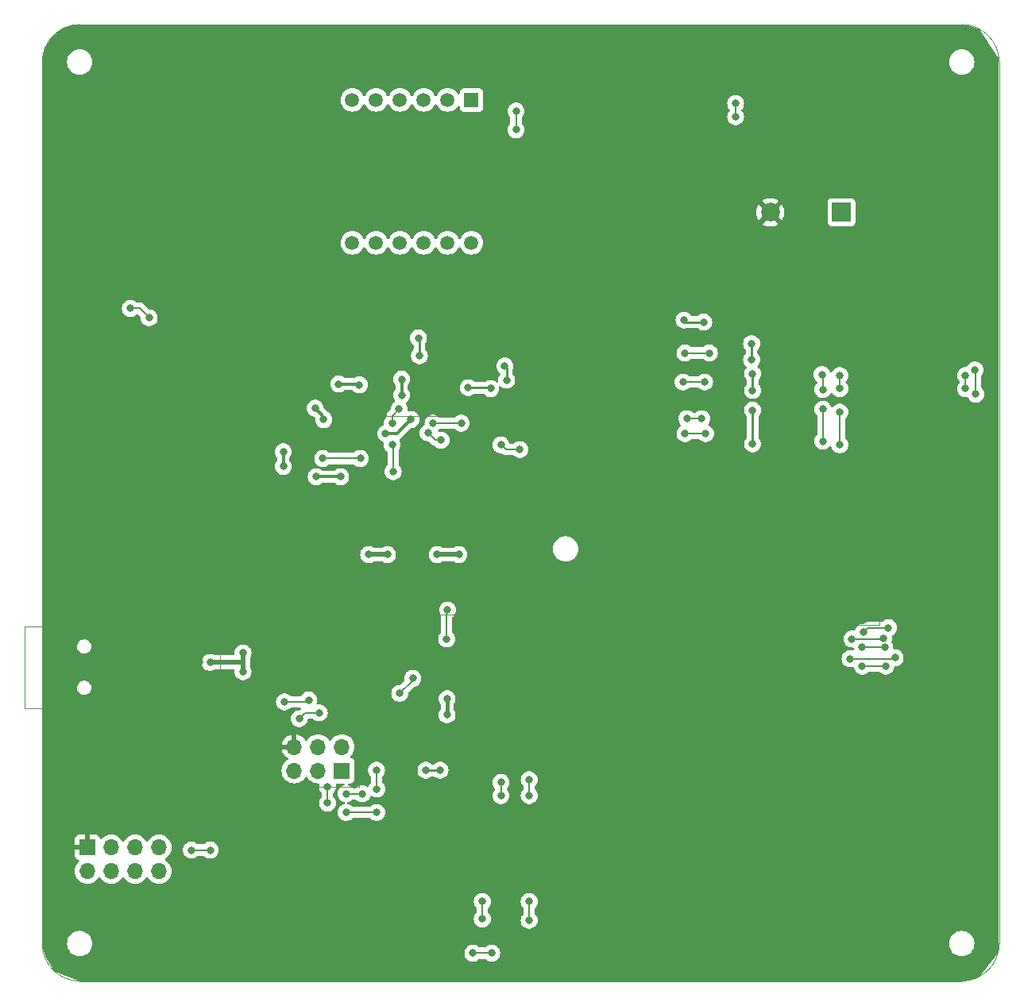
<source format=gbr>
%TF.GenerationSoftware,KiCad,Pcbnew,(7.0.0)*%
%TF.CreationDate,2023-04-20T13:59:00-06:00*%
%TF.ProjectId,Phase_B_ATMEGA_v3,50686173-655f-4425-9f41-544d4547415f,rev?*%
%TF.SameCoordinates,Original*%
%TF.FileFunction,Copper,L2,Bot*%
%TF.FilePolarity,Positive*%
%FSLAX46Y46*%
G04 Gerber Fmt 4.6, Leading zero omitted, Abs format (unit mm)*
G04 Created by KiCad (PCBNEW (7.0.0)) date 2023-04-20 13:59:00*
%MOMM*%
%LPD*%
G01*
G04 APERTURE LIST*
%TA.AperFunction,ComponentPad*%
%ADD10R,2.000000X2.000000*%
%TD*%
%TA.AperFunction,ComponentPad*%
%ADD11C,2.000000*%
%TD*%
%TA.AperFunction,ComponentPad*%
%ADD12R,1.700000X1.700000*%
%TD*%
%TA.AperFunction,ComponentPad*%
%ADD13O,1.700000X1.700000*%
%TD*%
%TA.AperFunction,ComponentPad*%
%ADD14R,1.500000X1.500000*%
%TD*%
%TA.AperFunction,ComponentPad*%
%ADD15C,1.500000*%
%TD*%
%TA.AperFunction,ViaPad*%
%ADD16C,0.800000*%
%TD*%
%TA.AperFunction,Conductor*%
%ADD17C,0.508000*%
%TD*%
%TA.AperFunction,Conductor*%
%ADD18C,0.304800*%
%TD*%
%TA.AperFunction,Conductor*%
%ADD19C,0.250000*%
%TD*%
%TA.AperFunction,Conductor*%
%ADD20C,0.203200*%
%TD*%
%TA.AperFunction,Conductor*%
%ADD21C,0.381000*%
%TD*%
%TA.AperFunction,Conductor*%
%ADD22C,0.254000*%
%TD*%
%TA.AperFunction,Profile*%
%ADD23C,0.100000*%
%TD*%
%ADD24C,0.050000*%
%ADD25C,0.100000*%
G04 APERTURE END LIST*
D10*
%TO.P,LS1,1,1*%
%TO.N,Buzzer*%
X183299999Y-66499999D03*
D11*
%TO.P,LS1,2,2*%
%TO.N,GND*%
X175700000Y-66500000D03*
%TD*%
D12*
%TO.P,J3,1,Pin_1*%
%TO.N,GND*%
X102919999Y-134209999D03*
D13*
%TO.P,J3,2,Pin_2*%
%TO.N,TX*%
X102919999Y-136749999D03*
%TO.P,J3,3,Pin_3*%
%TO.N,unconnected-(J3-Pin_3-Pad3)*%
X105459999Y-134209999D03*
%TO.P,J3,4,Pin_4*%
%TO.N,+3.3V*%
X105459999Y-136749999D03*
%TO.P,J3,5,Pin_5*%
%TO.N,Net-(J3-Pin_5)*%
X107999999Y-134209999D03*
%TO.P,J3,6,Pin_6*%
%TO.N,+3.3V*%
X107999999Y-136749999D03*
%TO.P,J3,7,Pin_7*%
%TO.N,RX*%
X110539999Y-134209999D03*
%TO.P,J3,8,Pin_8*%
%TO.N,+3.3V*%
X110539999Y-136749999D03*
%TD*%
D12*
%TO.P,J1,1,MISO*%
%TO.N,MISO*%
X130039999Y-126039999D03*
D13*
%TO.P,J1,2,VCC*%
%TO.N,+5V*%
X130039999Y-123499999D03*
%TO.P,J1,3,SCK*%
%TO.N,SCK*%
X127499999Y-126039999D03*
%TO.P,J1,4,MOSI*%
%TO.N,MOSI*%
X127499999Y-123499999D03*
%TO.P,J1,5,~{RST}*%
%TO.N,RST*%
X124959999Y-126039999D03*
%TO.P,J1,6,GND*%
%TO.N,GND*%
X124959999Y-123499999D03*
%TD*%
D14*
%TO.P,U1,1,e*%
%TO.N,Net-(U1-e)*%
X143849999Y-54522499D03*
D15*
%TO.P,U1,2,d*%
%TO.N,Net-(U1-d)*%
X141310000Y-54522500D03*
%TO.P,U1,3,DPX*%
%TO.N,Net-(U1-DPX)*%
X138770000Y-54522500D03*
%TO.P,U1,4,c*%
%TO.N,Net-(U1-c)*%
X136230000Y-54522500D03*
%TO.P,U1,5,g*%
%TO.N,Net-(U1-g)*%
X133690000Y-54522500D03*
%TO.P,U1,6,CA4*%
%TO.N,Dig4*%
X131150000Y-54522500D03*
%TO.P,U1,7,b*%
%TO.N,Net-(U1-b)*%
X131150000Y-69762500D03*
%TO.P,U1,8,CA3*%
%TO.N,Dig3*%
X133690000Y-69762500D03*
%TO.P,U1,9,CA2*%
%TO.N,Dig2*%
X136230000Y-69762500D03*
%TO.P,U1,10,f*%
%TO.N,Net-(U1-f)*%
X138770000Y-69762500D03*
%TO.P,U1,11,a*%
%TO.N,Net-(U1-a)*%
X141310000Y-69762500D03*
%TO.P,U1,12,CA1*%
%TO.N,Dig1*%
X143850000Y-69762500D03*
%TD*%
D16*
%TO.N,+5V*%
X136400000Y-84300000D03*
X142500000Y-103000000D03*
X132900000Y-103000000D03*
X134698900Y-90100000D03*
X137400000Y-88600000D03*
X134900000Y-103000000D03*
X119500000Y-113500000D03*
X119500000Y-115500000D03*
X116000000Y-114500000D03*
X140200000Y-103000000D03*
X136400000Y-86000000D03*
%TO.N,GND*%
X146500000Y-111500000D03*
X107478760Y-100414063D03*
X163220300Y-106037450D03*
X137468831Y-105774904D03*
X106770126Y-116607533D03*
X142906265Y-111585106D03*
X146465353Y-107912307D03*
X144213488Y-120085106D03*
X129071879Y-115764520D03*
X143537450Y-130714060D03*
X163621749Y-125621550D03*
X123974770Y-133814980D03*
X138398290Y-127065701D03*
X128976566Y-110607533D03*
X136501578Y-111624353D03*
X135505252Y-127259131D03*
X137319579Y-126310380D03*
X138113140Y-120550459D03*
X120503737Y-128705577D03*
X110810619Y-124985598D03*
X150154795Y-119162810D03*
X132898428Y-85808181D03*
X129033639Y-112537377D03*
X116014234Y-121704860D03*
X135786946Y-105769119D03*
X114875500Y-114500000D03*
X154144692Y-85504091D03*
X141057313Y-83209316D03*
X154200000Y-82500000D03*
X129000000Y-117500000D03*
X129181210Y-87505124D03*
X135247700Y-115259920D03*
X140702629Y-130951118D03*
X113011213Y-119776740D03*
%TO.N,XTAL2*%
X140500000Y-126000000D03*
X138975500Y-126000000D03*
%TO.N,MISO*%
X128500000Y-129500000D03*
X128500000Y-127750000D03*
X133727997Y-125977997D03*
X133750000Y-130500000D03*
X133750000Y-128000000D03*
X130490500Y-130500000D03*
%TO.N,SCK*%
X123916484Y-118709750D03*
X126500000Y-118500000D03*
%TO.N,MOSI*%
X125500000Y-120500000D03*
X127623516Y-119876484D03*
%TO.N,RST*%
X132197500Y-128500000D03*
X130490500Y-128500000D03*
%TO.N,TX*%
X147000000Y-128701100D03*
X147000000Y-127298900D03*
X145000000Y-141853500D03*
X145000000Y-140000000D03*
%TO.N,RX*%
X144000000Y-145500000D03*
X116000000Y-134500000D03*
X114000000Y-134500000D03*
X150000000Y-142000000D03*
X150000000Y-128701100D03*
X146000000Y-145500000D03*
X150000000Y-127000000D03*
X150000000Y-140000000D03*
%TO.N,Buzzer*%
X196500000Y-83898900D03*
X187900000Y-112900000D03*
X185500000Y-112900000D03*
X196500000Y-85301100D03*
%TO.N,Button_1*%
X141250000Y-120082500D03*
X141250000Y-118375500D03*
%TO.N,RED_LED*%
X166600000Y-81500000D03*
X169200000Y-81500000D03*
X181300000Y-87500000D03*
X181200000Y-83800000D03*
X181300000Y-90900000D03*
X181300000Y-85400000D03*
%TO.N,GREEN_LED*%
X168700000Y-84600000D03*
X166400000Y-84600000D03*
X188000000Y-114900000D03*
X185500000Y-114900000D03*
%TO.N,b*%
X142750000Y-89000000D03*
X139750000Y-89000000D03*
%TO.N,c*%
X128000000Y-92750000D03*
X132000000Y-92750000D03*
%TO.N,d*%
X109500000Y-77750000D03*
X107500000Y-76750000D03*
%TO.N,f*%
X145900000Y-85300000D03*
X143500000Y-85200000D03*
X147400000Y-82886400D03*
X147600000Y-84400000D03*
%TO.N,g*%
X138300000Y-81800000D03*
X138200000Y-79900000D03*
%TO.N,Dig4*%
X172000000Y-56301100D03*
X183100000Y-87798900D03*
X183100000Y-83898900D03*
X183100000Y-91300000D03*
X172000000Y-54898900D03*
X183100000Y-85301100D03*
%TO.N,Dig3*%
X141200000Y-112000000D03*
X137600000Y-116200000D03*
X141300000Y-108900000D03*
X136200000Y-117800000D03*
%TO.N,Dig2*%
X197500000Y-83300000D03*
X197600000Y-85900000D03*
X148600000Y-57701100D03*
X189000000Y-114000000D03*
X184200000Y-114100000D03*
X148600000Y-55700000D03*
%TO.N,Dig1*%
X173800000Y-83700000D03*
X166500000Y-78000000D03*
X173800000Y-91200000D03*
X173800000Y-85500000D03*
X173700000Y-82200000D03*
X173800000Y-87600000D03*
X173700000Y-80500000D03*
X168600000Y-78200000D03*
%TO.N,SH_CP*%
X123800000Y-93600000D03*
X129900000Y-94700000D03*
X127189352Y-87389352D03*
X131900000Y-84900000D03*
X128100000Y-88600000D03*
X127300000Y-94700000D03*
X123800000Y-92048900D03*
X129700000Y-84800000D03*
%TO.N,ST_CP*%
X166800000Y-88500000D03*
X168400000Y-88500000D03*
X184400000Y-112000000D03*
X140600000Y-90800000D03*
X187789623Y-111906611D03*
X149000000Y-91800000D03*
X147000000Y-91300000D03*
X139229247Y-90029247D03*
%TO.N,DS*%
X135400000Y-89000000D03*
X188300000Y-110800000D03*
X166600000Y-90100000D03*
X136129727Y-87470273D03*
X135500000Y-94152700D03*
X135400000Y-91300000D03*
X185600000Y-111298900D03*
X168800000Y-90100000D03*
%TD*%
D17*
%TO.N,+5V*%
X116000000Y-114500000D02*
X119500000Y-114500000D01*
D18*
X137400000Y-88600000D02*
X135900000Y-90100000D01*
X136400000Y-84300000D02*
X136400000Y-86000000D01*
D17*
X134900000Y-103000000D02*
X132900000Y-103000000D01*
X119500000Y-115500000D02*
X119500000Y-114500000D01*
D18*
X135900000Y-90100000D02*
X134698900Y-90100000D01*
D17*
X119500000Y-114500000D02*
X119500000Y-113500000D01*
X142500000Y-103000000D02*
X140200000Y-103000000D01*
D19*
%TO.N,XTAL2*%
X140500000Y-126000000D02*
X138975500Y-126000000D01*
D20*
%TO.N,MISO*%
X133750000Y-128000000D02*
X133750000Y-126000000D01*
X133750000Y-126000000D02*
X133727997Y-125977997D01*
X130490500Y-130500000D02*
X133750000Y-130500000D01*
X128500000Y-127750000D02*
X128500000Y-129500000D01*
%TO.N,SCK*%
X126290250Y-118709750D02*
X126500000Y-118500000D01*
X123916484Y-118709750D02*
X126290250Y-118709750D01*
%TO.N,MOSI*%
X126123516Y-119876484D02*
X127623516Y-119876484D01*
X125500000Y-120500000D02*
X126123516Y-119876484D01*
%TO.N,RST*%
X130490500Y-128500000D02*
X132197500Y-128500000D01*
%TO.N,TX*%
X147000000Y-128701100D02*
X147000000Y-127298900D01*
X145000000Y-141853500D02*
X145000000Y-140000000D01*
%TO.N,RX*%
X114000000Y-134500000D02*
X116000000Y-134500000D01*
X150000000Y-142000000D02*
X150000000Y-140000000D01*
X144000000Y-145500000D02*
X146000000Y-145500000D01*
X150000000Y-128701100D02*
X150000000Y-127000000D01*
%TO.N,Buzzer*%
X196500000Y-85301100D02*
X196500000Y-83898900D01*
X185500000Y-112900000D02*
X187900000Y-112900000D01*
D21*
%TO.N,Button_1*%
X141250000Y-120082500D02*
X141250000Y-118375500D01*
D20*
%TO.N,RED_LED*%
X181300000Y-83900000D02*
X181200000Y-83800000D01*
X181300000Y-90900000D02*
X181300000Y-87500000D01*
X169200000Y-81500000D02*
X166600000Y-81500000D01*
X181300000Y-85400000D02*
X181300000Y-83900000D01*
%TO.N,GREEN_LED*%
X168700000Y-84600000D02*
X166400000Y-84600000D01*
X185500000Y-114900000D02*
X188000000Y-114900000D01*
%TO.N,b*%
X139750000Y-89000000D02*
X142750000Y-89000000D01*
%TO.N,c*%
X128000000Y-92750000D02*
X132000000Y-92750000D01*
%TO.N,d*%
X107500000Y-76750000D02*
X108500000Y-76750000D01*
X108500000Y-76750000D02*
X109500000Y-77750000D01*
D22*
%TO.N,f*%
X143500000Y-85200000D02*
X145800000Y-85200000D01*
X147600000Y-84400000D02*
X147600000Y-83086400D01*
X145800000Y-85200000D02*
X145900000Y-85300000D01*
X147600000Y-83086400D02*
X147400000Y-82886400D01*
%TO.N,g*%
X138300000Y-80000000D02*
X138200000Y-79900000D01*
X138300000Y-81800000D02*
X138300000Y-80000000D01*
D20*
%TO.N,Dig4*%
X183100000Y-91300000D02*
X183100000Y-87798900D01*
X183100000Y-85301100D02*
X183100000Y-83898900D01*
X172000000Y-56301100D02*
X172000000Y-54898900D01*
%TO.N,Dig3*%
X136200000Y-117800000D02*
X137600000Y-116400000D01*
X141200000Y-112000000D02*
X141200000Y-109000000D01*
X141200000Y-109000000D02*
X141300000Y-108900000D01*
X137600000Y-116400000D02*
X137600000Y-116200000D01*
%TO.N,Dig2*%
X197600000Y-83400000D02*
X197500000Y-83300000D01*
X188900000Y-114100000D02*
X189000000Y-114000000D01*
X148600000Y-55700000D02*
X148600000Y-57701100D01*
X197600000Y-85900000D02*
X197600000Y-83400000D01*
X184200000Y-114100000D02*
X188900000Y-114100000D01*
D22*
%TO.N,Dig1*%
X173700000Y-82200000D02*
X173700000Y-80500000D01*
X173800000Y-85500000D02*
X173800000Y-83700000D01*
X173800000Y-91200000D02*
X173800000Y-87600000D01*
X166700000Y-78200000D02*
X166500000Y-78000000D01*
X168600000Y-78200000D02*
X166700000Y-78200000D01*
D18*
%TO.N,SH_CP*%
X131800000Y-84800000D02*
X131900000Y-84900000D01*
X123800000Y-93600000D02*
X123800000Y-92048900D01*
X128100000Y-88300000D02*
X127189352Y-87389352D01*
X128100000Y-88600000D02*
X128100000Y-88300000D01*
X129900000Y-94700000D02*
X127300000Y-94700000D01*
X129700000Y-84800000D02*
X131800000Y-84800000D01*
D20*
%TO.N,ST_CP*%
X184400000Y-112000000D02*
X187696234Y-112000000D01*
X140600000Y-90800000D02*
X140000000Y-90800000D01*
X149000000Y-91800000D02*
X147500000Y-91800000D01*
X168400000Y-88500000D02*
X166800000Y-88500000D01*
X147500000Y-91800000D02*
X147000000Y-91300000D01*
X187696234Y-112000000D02*
X187789623Y-111906611D01*
X140000000Y-90800000D02*
X139229247Y-90029247D01*
%TO.N,DS*%
X135400000Y-89000000D02*
X135400000Y-88200000D01*
X186098900Y-110800000D02*
X188300000Y-110800000D01*
X135500000Y-94152700D02*
X135500000Y-91400000D01*
X185600000Y-111298900D02*
X186098900Y-110800000D01*
X135400000Y-88200000D02*
X136129727Y-87470273D01*
X135500000Y-91400000D02*
X135400000Y-91300000D01*
X168800000Y-90100000D02*
X166600000Y-90100000D01*
%TD*%
%TA.AperFunction,Conductor*%
%TO.N,GND*%
G36*
X196495018Y-46501186D02*
G01*
X196498418Y-46501660D01*
X196520500Y-46506833D01*
X197959640Y-46986546D01*
X197995692Y-47005638D01*
X198023599Y-47035399D01*
X199979174Y-49968761D01*
X199994679Y-50001611D01*
X200000000Y-50037544D01*
X200000000Y-145334030D01*
X199996706Y-145362421D01*
X199983535Y-145418418D01*
X199983113Y-145420157D01*
X199952868Y-145540900D01*
X199929412Y-145588232D01*
X198022876Y-147971403D01*
X197996972Y-147995655D01*
X197965260Y-148011578D01*
X196728872Y-148423708D01*
X196707853Y-148428729D01*
X196663801Y-148435263D01*
X196662740Y-148435416D01*
X196480816Y-148460794D01*
X196469768Y-148461834D01*
X196272931Y-148471503D01*
X196272575Y-148471520D01*
X196107393Y-148479158D01*
X196102854Y-148479368D01*
X196097128Y-148479500D01*
X102102872Y-148479500D01*
X102097145Y-148479368D01*
X101949882Y-148472559D01*
X101909557Y-148463822D01*
X99535759Y-147514303D01*
X99503682Y-147495462D01*
X99478637Y-147467955D01*
X98741664Y-146362496D01*
X98508658Y-146012987D01*
X98494832Y-145985276D01*
X98135842Y-144962383D01*
X98130035Y-144938453D01*
X98130032Y-144938430D01*
X98119201Y-144860785D01*
X98118166Y-144849795D01*
X98108480Y-144652611D01*
X98100632Y-144482854D01*
X98100566Y-144480000D01*
X100744341Y-144480000D01*
X100744813Y-144485395D01*
X100760522Y-144664954D01*
X100764937Y-144715408D01*
X100766336Y-144720630D01*
X100766337Y-144720634D01*
X100824694Y-144938430D01*
X100824697Y-144938438D01*
X100826097Y-144943663D01*
X100828385Y-144948570D01*
X100828386Y-144948572D01*
X100837345Y-144967784D01*
X100925965Y-145157829D01*
X100929072Y-145162266D01*
X100929073Y-145162268D01*
X101014350Y-145284057D01*
X101061505Y-145351401D01*
X101228599Y-145518495D01*
X101422171Y-145654035D01*
X101636337Y-145753903D01*
X101864592Y-145815063D01*
X102041034Y-145830500D01*
X102156258Y-145830500D01*
X102158966Y-145830500D01*
X102335408Y-145815063D01*
X102563663Y-145753903D01*
X102777829Y-145654035D01*
X102971401Y-145518495D01*
X102989896Y-145500000D01*
X143094540Y-145500000D01*
X143095219Y-145506460D01*
X143113646Y-145681795D01*
X143113647Y-145681803D01*
X143114326Y-145688256D01*
X143116331Y-145694428D01*
X143116333Y-145694435D01*
X143155073Y-145813662D01*
X143172821Y-145868284D01*
X143267467Y-146032216D01*
X143394129Y-146172888D01*
X143547270Y-146284151D01*
X143720197Y-146361144D01*
X143905354Y-146400500D01*
X144088143Y-146400500D01*
X144094646Y-146400500D01*
X144279803Y-146361144D01*
X144452730Y-146284151D01*
X144605871Y-146172888D01*
X144632667Y-146143127D01*
X144674382Y-146112820D01*
X144724817Y-146102100D01*
X145275183Y-146102100D01*
X145325618Y-146112820D01*
X145367332Y-146143127D01*
X145394129Y-146172888D01*
X145547270Y-146284151D01*
X145720197Y-146361144D01*
X145905354Y-146400500D01*
X146088143Y-146400500D01*
X146094646Y-146400500D01*
X146279803Y-146361144D01*
X146452730Y-146284151D01*
X146605871Y-146172888D01*
X146732533Y-146032216D01*
X146827179Y-145868284D01*
X146885674Y-145688256D01*
X146905460Y-145500000D01*
X146885674Y-145311744D01*
X146827179Y-145131716D01*
X146732533Y-144967784D01*
X146715234Y-144948572D01*
X146610220Y-144831942D01*
X146610219Y-144831941D01*
X146605871Y-144827112D01*
X146600613Y-144823292D01*
X146600611Y-144823290D01*
X146457988Y-144719669D01*
X146457987Y-144719668D01*
X146452730Y-144715849D01*
X146446792Y-144713205D01*
X146285745Y-144641501D01*
X146285740Y-144641499D01*
X146279803Y-144638856D01*
X146273444Y-144637504D01*
X146273440Y-144637503D01*
X146101008Y-144600852D01*
X146101005Y-144600851D01*
X146094646Y-144599500D01*
X145905354Y-144599500D01*
X145898995Y-144600851D01*
X145898991Y-144600852D01*
X145726559Y-144637503D01*
X145726552Y-144637505D01*
X145720197Y-144638856D01*
X145714262Y-144641498D01*
X145714254Y-144641501D01*
X145553207Y-144713205D01*
X145553202Y-144713207D01*
X145547270Y-144715849D01*
X145542016Y-144719665D01*
X145542011Y-144719669D01*
X145399388Y-144823290D01*
X145399381Y-144823295D01*
X145394129Y-144827112D01*
X145389784Y-144831937D01*
X145389779Y-144831942D01*
X145367333Y-144856872D01*
X145325618Y-144887180D01*
X145275183Y-144897900D01*
X144724817Y-144897900D01*
X144674382Y-144887180D01*
X144632667Y-144856872D01*
X144610220Y-144831942D01*
X144610219Y-144831941D01*
X144605871Y-144827112D01*
X144600613Y-144823292D01*
X144600611Y-144823290D01*
X144457988Y-144719669D01*
X144457987Y-144719668D01*
X144452730Y-144715849D01*
X144446792Y-144713205D01*
X144285745Y-144641501D01*
X144285740Y-144641499D01*
X144279803Y-144638856D01*
X144273444Y-144637504D01*
X144273440Y-144637503D01*
X144101008Y-144600852D01*
X144101005Y-144600851D01*
X144094646Y-144599500D01*
X143905354Y-144599500D01*
X143898995Y-144600851D01*
X143898991Y-144600852D01*
X143726559Y-144637503D01*
X143726552Y-144637505D01*
X143720197Y-144638856D01*
X143714262Y-144641498D01*
X143714254Y-144641501D01*
X143553207Y-144713205D01*
X143553202Y-144713207D01*
X143547270Y-144715849D01*
X143542016Y-144719665D01*
X143542011Y-144719669D01*
X143399388Y-144823290D01*
X143399381Y-144823295D01*
X143394129Y-144827112D01*
X143389784Y-144831937D01*
X143389779Y-144831942D01*
X143271813Y-144962956D01*
X143271808Y-144962962D01*
X143267467Y-144967784D01*
X143264222Y-144973404D01*
X143264218Y-144973410D01*
X143176069Y-145126089D01*
X143176066Y-145126094D01*
X143172821Y-145131716D01*
X143170815Y-145137888D01*
X143170813Y-145137894D01*
X143116333Y-145305564D01*
X143116331Y-145305573D01*
X143114326Y-145311744D01*
X143113648Y-145318194D01*
X143113646Y-145318204D01*
X143095962Y-145486464D01*
X143094540Y-145500000D01*
X102989896Y-145500000D01*
X103138495Y-145351401D01*
X103274035Y-145157830D01*
X103373903Y-144943663D01*
X103435063Y-144715408D01*
X103455659Y-144480000D01*
X194744341Y-144480000D01*
X194744813Y-144485395D01*
X194760522Y-144664954D01*
X194764937Y-144715408D01*
X194766336Y-144720630D01*
X194766337Y-144720634D01*
X194824694Y-144938430D01*
X194824697Y-144938438D01*
X194826097Y-144943663D01*
X194828385Y-144948570D01*
X194828386Y-144948572D01*
X194837345Y-144967784D01*
X194925965Y-145157829D01*
X194929072Y-145162266D01*
X194929073Y-145162268D01*
X195014350Y-145284057D01*
X195061505Y-145351401D01*
X195228599Y-145518495D01*
X195422171Y-145654035D01*
X195636337Y-145753903D01*
X195864592Y-145815063D01*
X196041034Y-145830500D01*
X196156258Y-145830500D01*
X196158966Y-145830500D01*
X196335408Y-145815063D01*
X196563663Y-145753903D01*
X196777829Y-145654035D01*
X196971401Y-145518495D01*
X197138495Y-145351401D01*
X197274035Y-145157830D01*
X197373903Y-144943663D01*
X197435063Y-144715408D01*
X197455659Y-144480000D01*
X197435063Y-144244592D01*
X197373903Y-144016337D01*
X197274035Y-143802171D01*
X197138495Y-143608599D01*
X196971401Y-143441505D01*
X196777829Y-143305965D01*
X196563663Y-143206097D01*
X196558438Y-143204697D01*
X196558430Y-143204694D01*
X196340634Y-143146337D01*
X196340630Y-143146336D01*
X196335408Y-143144937D01*
X196330020Y-143144465D01*
X196330017Y-143144465D01*
X196161664Y-143129736D01*
X196161662Y-143129735D01*
X196158966Y-143129500D01*
X196041034Y-143129500D01*
X196038338Y-143129735D01*
X196038335Y-143129736D01*
X195869982Y-143144465D01*
X195869977Y-143144465D01*
X195864592Y-143144937D01*
X195859371Y-143146335D01*
X195859365Y-143146337D01*
X195641569Y-143204694D01*
X195641557Y-143204698D01*
X195636337Y-143206097D01*
X195631432Y-143208383D01*
X195631427Y-143208386D01*
X195427081Y-143303675D01*
X195427077Y-143303677D01*
X195422171Y-143305965D01*
X195417738Y-143309068D01*
X195417731Y-143309073D01*
X195233034Y-143438399D01*
X195233029Y-143438402D01*
X195228599Y-143441505D01*
X195224775Y-143445328D01*
X195224769Y-143445334D01*
X195065336Y-143604767D01*
X195065330Y-143604773D01*
X195061505Y-143608599D01*
X195058406Y-143613023D01*
X195058399Y-143613033D01*
X194929066Y-143797740D01*
X194929061Y-143797747D01*
X194925965Y-143802170D01*
X194923683Y-143807061D01*
X194923678Y-143807072D01*
X194828386Y-144011427D01*
X194828383Y-144011432D01*
X194826097Y-144016337D01*
X194824698Y-144021557D01*
X194824694Y-144021569D01*
X194766337Y-144239365D01*
X194766335Y-144239371D01*
X194764937Y-144244592D01*
X194744341Y-144480000D01*
X103455659Y-144480000D01*
X103435063Y-144244592D01*
X103373903Y-144016337D01*
X103274035Y-143802171D01*
X103138495Y-143608599D01*
X102971401Y-143441505D01*
X102777829Y-143305965D01*
X102563663Y-143206097D01*
X102558438Y-143204697D01*
X102558430Y-143204694D01*
X102340634Y-143146337D01*
X102340630Y-143146336D01*
X102335408Y-143144937D01*
X102330020Y-143144465D01*
X102330017Y-143144465D01*
X102161664Y-143129736D01*
X102161662Y-143129735D01*
X102158966Y-143129500D01*
X102041034Y-143129500D01*
X102038338Y-143129735D01*
X102038335Y-143129736D01*
X101869982Y-143144465D01*
X101869977Y-143144465D01*
X101864592Y-143144937D01*
X101859371Y-143146335D01*
X101859365Y-143146337D01*
X101641569Y-143204694D01*
X101641557Y-143204698D01*
X101636337Y-143206097D01*
X101631432Y-143208383D01*
X101631427Y-143208386D01*
X101427081Y-143303675D01*
X101427077Y-143303677D01*
X101422171Y-143305965D01*
X101417738Y-143309068D01*
X101417731Y-143309073D01*
X101233034Y-143438399D01*
X101233029Y-143438402D01*
X101228599Y-143441505D01*
X101224775Y-143445328D01*
X101224769Y-143445334D01*
X101065336Y-143604767D01*
X101065330Y-143604773D01*
X101061505Y-143608599D01*
X101058406Y-143613023D01*
X101058399Y-143613033D01*
X100929066Y-143797740D01*
X100929061Y-143797747D01*
X100925965Y-143802170D01*
X100923683Y-143807061D01*
X100923678Y-143807072D01*
X100828386Y-144011427D01*
X100828383Y-144011432D01*
X100826097Y-144016337D01*
X100824698Y-144021557D01*
X100824694Y-144021569D01*
X100766337Y-144239365D01*
X100766335Y-144239371D01*
X100764937Y-144244592D01*
X100744341Y-144480000D01*
X98100566Y-144480000D01*
X98100500Y-144477128D01*
X98100500Y-141853500D01*
X144094540Y-141853500D01*
X144095219Y-141859960D01*
X144113646Y-142035295D01*
X144113647Y-142035303D01*
X144114326Y-142041756D01*
X144116331Y-142047928D01*
X144116333Y-142047935D01*
X144170813Y-142215605D01*
X144172821Y-142221784D01*
X144176068Y-142227408D01*
X144176069Y-142227410D01*
X144257402Y-142368284D01*
X144267467Y-142385716D01*
X144394129Y-142526388D01*
X144399387Y-142530208D01*
X144399388Y-142530209D01*
X144408794Y-142537043D01*
X144547270Y-142637651D01*
X144720197Y-142714644D01*
X144905354Y-142754000D01*
X145088143Y-142754000D01*
X145094646Y-142754000D01*
X145279803Y-142714644D01*
X145452730Y-142637651D01*
X145605871Y-142526388D01*
X145732533Y-142385716D01*
X145827179Y-142221784D01*
X145885674Y-142041756D01*
X145890063Y-142000000D01*
X149094540Y-142000000D01*
X149095219Y-142006460D01*
X149113646Y-142181795D01*
X149113647Y-142181803D01*
X149114326Y-142188256D01*
X149116331Y-142194428D01*
X149116333Y-142194435D01*
X149170813Y-142362105D01*
X149172821Y-142368284D01*
X149176068Y-142373908D01*
X149176069Y-142373910D01*
X149179636Y-142380089D01*
X149267467Y-142532216D01*
X149394129Y-142672888D01*
X149399387Y-142676708D01*
X149399388Y-142676709D01*
X149451601Y-142714644D01*
X149547270Y-142784151D01*
X149720197Y-142861144D01*
X149905354Y-142900500D01*
X150088143Y-142900500D01*
X150094646Y-142900500D01*
X150279803Y-142861144D01*
X150452730Y-142784151D01*
X150605871Y-142672888D01*
X150732533Y-142532216D01*
X150827179Y-142368284D01*
X150885674Y-142188256D01*
X150905460Y-142000000D01*
X150885674Y-141811744D01*
X150827179Y-141631716D01*
X150732533Y-141467784D01*
X150633949Y-141358296D01*
X150610336Y-141319763D01*
X150602100Y-141275325D01*
X150602100Y-140724675D01*
X150610336Y-140680237D01*
X150633950Y-140641703D01*
X150732533Y-140532216D01*
X150827179Y-140368284D01*
X150885674Y-140188256D01*
X150905460Y-140000000D01*
X150885674Y-139811744D01*
X150827179Y-139631716D01*
X150732533Y-139467784D01*
X150605871Y-139327112D01*
X150600613Y-139323292D01*
X150600611Y-139323290D01*
X150457988Y-139219669D01*
X150457987Y-139219668D01*
X150452730Y-139215849D01*
X150446792Y-139213205D01*
X150285745Y-139141501D01*
X150285740Y-139141499D01*
X150279803Y-139138856D01*
X150273444Y-139137504D01*
X150273440Y-139137503D01*
X150101008Y-139100852D01*
X150101005Y-139100851D01*
X150094646Y-139099500D01*
X149905354Y-139099500D01*
X149898995Y-139100851D01*
X149898991Y-139100852D01*
X149726559Y-139137503D01*
X149726552Y-139137505D01*
X149720197Y-139138856D01*
X149714262Y-139141498D01*
X149714254Y-139141501D01*
X149553207Y-139213205D01*
X149553202Y-139213207D01*
X149547270Y-139215849D01*
X149542016Y-139219665D01*
X149542011Y-139219669D01*
X149399388Y-139323290D01*
X149399381Y-139323295D01*
X149394129Y-139327112D01*
X149389784Y-139331937D01*
X149389779Y-139331942D01*
X149271813Y-139462956D01*
X149271808Y-139462962D01*
X149267467Y-139467784D01*
X149264222Y-139473404D01*
X149264218Y-139473410D01*
X149176069Y-139626089D01*
X149176066Y-139626094D01*
X149172821Y-139631716D01*
X149170815Y-139637888D01*
X149170813Y-139637894D01*
X149116333Y-139805564D01*
X149116331Y-139805573D01*
X149114326Y-139811744D01*
X149113648Y-139818194D01*
X149113646Y-139818204D01*
X149095962Y-139986464D01*
X149094540Y-140000000D01*
X149095219Y-140006460D01*
X149113646Y-140181795D01*
X149113647Y-140181803D01*
X149114326Y-140188256D01*
X149116331Y-140194428D01*
X149116333Y-140194435D01*
X149170813Y-140362105D01*
X149172821Y-140368284D01*
X149267467Y-140532216D01*
X149271811Y-140537041D01*
X149271813Y-140537043D01*
X149366050Y-140641703D01*
X149389664Y-140680237D01*
X149397900Y-140724675D01*
X149397900Y-141275325D01*
X149389664Y-141319763D01*
X149366050Y-141358297D01*
X149271813Y-141462956D01*
X149271808Y-141462962D01*
X149267467Y-141467784D01*
X149264222Y-141473404D01*
X149264218Y-141473410D01*
X149176069Y-141626089D01*
X149176066Y-141626094D01*
X149172821Y-141631716D01*
X149170815Y-141637888D01*
X149170813Y-141637894D01*
X149116333Y-141805564D01*
X149116331Y-141805573D01*
X149114326Y-141811744D01*
X149113648Y-141818194D01*
X149113646Y-141818204D01*
X149109937Y-141853500D01*
X149094540Y-142000000D01*
X145890063Y-142000000D01*
X145905460Y-141853500D01*
X145885674Y-141665244D01*
X145827179Y-141485216D01*
X145732533Y-141321284D01*
X145633949Y-141211796D01*
X145610336Y-141173263D01*
X145602100Y-141128825D01*
X145602100Y-140724675D01*
X145610336Y-140680237D01*
X145633950Y-140641703D01*
X145732533Y-140532216D01*
X145827179Y-140368284D01*
X145885674Y-140188256D01*
X145905460Y-140000000D01*
X145885674Y-139811744D01*
X145827179Y-139631716D01*
X145732533Y-139467784D01*
X145605871Y-139327112D01*
X145600613Y-139323292D01*
X145600611Y-139323290D01*
X145457988Y-139219669D01*
X145457987Y-139219668D01*
X145452730Y-139215849D01*
X145446792Y-139213205D01*
X145285745Y-139141501D01*
X145285740Y-139141499D01*
X145279803Y-139138856D01*
X145273444Y-139137504D01*
X145273440Y-139137503D01*
X145101008Y-139100852D01*
X145101005Y-139100851D01*
X145094646Y-139099500D01*
X144905354Y-139099500D01*
X144898995Y-139100851D01*
X144898991Y-139100852D01*
X144726559Y-139137503D01*
X144726552Y-139137505D01*
X144720197Y-139138856D01*
X144714262Y-139141498D01*
X144714254Y-139141501D01*
X144553207Y-139213205D01*
X144553202Y-139213207D01*
X144547270Y-139215849D01*
X144542016Y-139219665D01*
X144542011Y-139219669D01*
X144399388Y-139323290D01*
X144399381Y-139323295D01*
X144394129Y-139327112D01*
X144389784Y-139331937D01*
X144389779Y-139331942D01*
X144271813Y-139462956D01*
X144271808Y-139462962D01*
X144267467Y-139467784D01*
X144264222Y-139473404D01*
X144264218Y-139473410D01*
X144176069Y-139626089D01*
X144176066Y-139626094D01*
X144172821Y-139631716D01*
X144170815Y-139637888D01*
X144170813Y-139637894D01*
X144116333Y-139805564D01*
X144116331Y-139805573D01*
X144114326Y-139811744D01*
X144113648Y-139818194D01*
X144113646Y-139818204D01*
X144095962Y-139986464D01*
X144094540Y-140000000D01*
X144095219Y-140006460D01*
X144113646Y-140181795D01*
X144113647Y-140181803D01*
X144114326Y-140188256D01*
X144116331Y-140194428D01*
X144116333Y-140194435D01*
X144170813Y-140362105D01*
X144172821Y-140368284D01*
X144267467Y-140532216D01*
X144271811Y-140537041D01*
X144271813Y-140537043D01*
X144366050Y-140641703D01*
X144389664Y-140680237D01*
X144397900Y-140724675D01*
X144397900Y-141128825D01*
X144389664Y-141173263D01*
X144366050Y-141211797D01*
X144271813Y-141316456D01*
X144271808Y-141316462D01*
X144267467Y-141321284D01*
X144264222Y-141326904D01*
X144264218Y-141326910D01*
X144176069Y-141479589D01*
X144176066Y-141479594D01*
X144172821Y-141485216D01*
X144170815Y-141491388D01*
X144170813Y-141491394D01*
X144116333Y-141659064D01*
X144116331Y-141659073D01*
X144114326Y-141665244D01*
X144113648Y-141671694D01*
X144113646Y-141671704D01*
X144098250Y-141818204D01*
X144094540Y-141853500D01*
X98100500Y-141853500D01*
X98100500Y-136750000D01*
X101564341Y-136750000D01*
X101584937Y-136985408D01*
X101586336Y-136990630D01*
X101586337Y-136990634D01*
X101644694Y-137208430D01*
X101644697Y-137208438D01*
X101646097Y-137213663D01*
X101648385Y-137218570D01*
X101648386Y-137218572D01*
X101743678Y-137422927D01*
X101743681Y-137422933D01*
X101745965Y-137427830D01*
X101749064Y-137432257D01*
X101749066Y-137432259D01*
X101878399Y-137616966D01*
X101878402Y-137616970D01*
X101881505Y-137621401D01*
X102048599Y-137788495D01*
X102242170Y-137924035D01*
X102456337Y-138023903D01*
X102684592Y-138085063D01*
X102920000Y-138105659D01*
X103155408Y-138085063D01*
X103383663Y-138023903D01*
X103597830Y-137924035D01*
X103791401Y-137788495D01*
X103958495Y-137621401D01*
X104088424Y-137435842D01*
X104132743Y-137396976D01*
X104190000Y-137382965D01*
X104247257Y-137396976D01*
X104291575Y-137435842D01*
X104418395Y-137616961D01*
X104418401Y-137616968D01*
X104421505Y-137621401D01*
X104588599Y-137788495D01*
X104782170Y-137924035D01*
X104996337Y-138023903D01*
X105224592Y-138085063D01*
X105460000Y-138105659D01*
X105695408Y-138085063D01*
X105923663Y-138023903D01*
X106137830Y-137924035D01*
X106331401Y-137788495D01*
X106498495Y-137621401D01*
X106628424Y-137435842D01*
X106672743Y-137396976D01*
X106730000Y-137382965D01*
X106787257Y-137396976D01*
X106831575Y-137435842D01*
X106958395Y-137616961D01*
X106958401Y-137616968D01*
X106961505Y-137621401D01*
X107128599Y-137788495D01*
X107322170Y-137924035D01*
X107536337Y-138023903D01*
X107764592Y-138085063D01*
X108000000Y-138105659D01*
X108235408Y-138085063D01*
X108463663Y-138023903D01*
X108677830Y-137924035D01*
X108871401Y-137788495D01*
X109038495Y-137621401D01*
X109168424Y-137435842D01*
X109212743Y-137396976D01*
X109270000Y-137382965D01*
X109327257Y-137396976D01*
X109371575Y-137435842D01*
X109498395Y-137616961D01*
X109498401Y-137616968D01*
X109501505Y-137621401D01*
X109668599Y-137788495D01*
X109862170Y-137924035D01*
X110076337Y-138023903D01*
X110304592Y-138085063D01*
X110540000Y-138105659D01*
X110775408Y-138085063D01*
X111003663Y-138023903D01*
X111217830Y-137924035D01*
X111411401Y-137788495D01*
X111578495Y-137621401D01*
X111714035Y-137427830D01*
X111813903Y-137213663D01*
X111875063Y-136985408D01*
X111895659Y-136750000D01*
X111875063Y-136514592D01*
X111813903Y-136286337D01*
X111714035Y-136072171D01*
X111578495Y-135878599D01*
X111411401Y-135711505D01*
X111406968Y-135708401D01*
X111406961Y-135708395D01*
X111225842Y-135581575D01*
X111186976Y-135537257D01*
X111172965Y-135480000D01*
X111186976Y-135422743D01*
X111225842Y-135378425D01*
X111406961Y-135251604D01*
X111406961Y-135251603D01*
X111411401Y-135248495D01*
X111578495Y-135081401D01*
X111714035Y-134887830D01*
X111813903Y-134673663D01*
X111860435Y-134500000D01*
X113094540Y-134500000D01*
X113095219Y-134506460D01*
X113113646Y-134681795D01*
X113113647Y-134681803D01*
X113114326Y-134688256D01*
X113116331Y-134694428D01*
X113116333Y-134694435D01*
X113170813Y-134862105D01*
X113172821Y-134868284D01*
X113176068Y-134873908D01*
X113176069Y-134873910D01*
X113188731Y-134895842D01*
X113267467Y-135032216D01*
X113271811Y-135037041D01*
X113271813Y-135037043D01*
X113330391Y-135102100D01*
X113394129Y-135172888D01*
X113547270Y-135284151D01*
X113720197Y-135361144D01*
X113905354Y-135400500D01*
X114088143Y-135400500D01*
X114094646Y-135400500D01*
X114279803Y-135361144D01*
X114452730Y-135284151D01*
X114605871Y-135172888D01*
X114632667Y-135143127D01*
X114674382Y-135112820D01*
X114724817Y-135102100D01*
X115275183Y-135102100D01*
X115325618Y-135112820D01*
X115367332Y-135143127D01*
X115394129Y-135172888D01*
X115547270Y-135284151D01*
X115720197Y-135361144D01*
X115905354Y-135400500D01*
X116088143Y-135400500D01*
X116094646Y-135400500D01*
X116279803Y-135361144D01*
X116452730Y-135284151D01*
X116605871Y-135172888D01*
X116732533Y-135032216D01*
X116827179Y-134868284D01*
X116885674Y-134688256D01*
X116905460Y-134500000D01*
X116885674Y-134311744D01*
X116827179Y-134131716D01*
X116732533Y-133967784D01*
X116605871Y-133827112D01*
X116600613Y-133823292D01*
X116600611Y-133823290D01*
X116457988Y-133719669D01*
X116457987Y-133719668D01*
X116452730Y-133715849D01*
X116446792Y-133713205D01*
X116285745Y-133641501D01*
X116285740Y-133641499D01*
X116279803Y-133638856D01*
X116273444Y-133637504D01*
X116273440Y-133637503D01*
X116101008Y-133600852D01*
X116101005Y-133600851D01*
X116094646Y-133599500D01*
X115905354Y-133599500D01*
X115898995Y-133600851D01*
X115898991Y-133600852D01*
X115726559Y-133637503D01*
X115726552Y-133637505D01*
X115720197Y-133638856D01*
X115714262Y-133641498D01*
X115714254Y-133641501D01*
X115553207Y-133713205D01*
X115553202Y-133713207D01*
X115547270Y-133715849D01*
X115542016Y-133719665D01*
X115542011Y-133719669D01*
X115399388Y-133823290D01*
X115399381Y-133823295D01*
X115394129Y-133827112D01*
X115389784Y-133831937D01*
X115389779Y-133831942D01*
X115367333Y-133856872D01*
X115325618Y-133887180D01*
X115275183Y-133897900D01*
X114724817Y-133897900D01*
X114674382Y-133887180D01*
X114632667Y-133856872D01*
X114610220Y-133831942D01*
X114610219Y-133831941D01*
X114605871Y-133827112D01*
X114600613Y-133823292D01*
X114600611Y-133823290D01*
X114457988Y-133719669D01*
X114457987Y-133719668D01*
X114452730Y-133715849D01*
X114446792Y-133713205D01*
X114285745Y-133641501D01*
X114285740Y-133641499D01*
X114279803Y-133638856D01*
X114273444Y-133637504D01*
X114273440Y-133637503D01*
X114101008Y-133600852D01*
X114101005Y-133600851D01*
X114094646Y-133599500D01*
X113905354Y-133599500D01*
X113898995Y-133600851D01*
X113898991Y-133600852D01*
X113726559Y-133637503D01*
X113726552Y-133637505D01*
X113720197Y-133638856D01*
X113714262Y-133641498D01*
X113714254Y-133641501D01*
X113553207Y-133713205D01*
X113553202Y-133713207D01*
X113547270Y-133715849D01*
X113542016Y-133719665D01*
X113542011Y-133719669D01*
X113399388Y-133823290D01*
X113399381Y-133823295D01*
X113394129Y-133827112D01*
X113389784Y-133831937D01*
X113389779Y-133831942D01*
X113271813Y-133962956D01*
X113271808Y-133962962D01*
X113267467Y-133967784D01*
X113264222Y-133973404D01*
X113264218Y-133973410D01*
X113176069Y-134126089D01*
X113176066Y-134126094D01*
X113172821Y-134131716D01*
X113170815Y-134137888D01*
X113170813Y-134137894D01*
X113116333Y-134305564D01*
X113116331Y-134305573D01*
X113114326Y-134311744D01*
X113113648Y-134318194D01*
X113113646Y-134318204D01*
X113099728Y-134450634D01*
X113094540Y-134500000D01*
X111860435Y-134500000D01*
X111875063Y-134445408D01*
X111895659Y-134210000D01*
X111875063Y-133974592D01*
X111813903Y-133746337D01*
X111714035Y-133532171D01*
X111578495Y-133338599D01*
X111411401Y-133171505D01*
X111406970Y-133168402D01*
X111406966Y-133168399D01*
X111222259Y-133039066D01*
X111222257Y-133039064D01*
X111217830Y-133035965D01*
X111212933Y-133033681D01*
X111212927Y-133033678D01*
X111008572Y-132938386D01*
X111008570Y-132938385D01*
X111003663Y-132936097D01*
X110998438Y-132934697D01*
X110998430Y-132934694D01*
X110780634Y-132876337D01*
X110780630Y-132876336D01*
X110775408Y-132874937D01*
X110770020Y-132874465D01*
X110770017Y-132874465D01*
X110545395Y-132854813D01*
X110540000Y-132854341D01*
X110534605Y-132854813D01*
X110309982Y-132874465D01*
X110309977Y-132874465D01*
X110304592Y-132874937D01*
X110299371Y-132876335D01*
X110299365Y-132876337D01*
X110081569Y-132934694D01*
X110081557Y-132934698D01*
X110076337Y-132936097D01*
X110071432Y-132938383D01*
X110071427Y-132938386D01*
X109867081Y-133033675D01*
X109867077Y-133033677D01*
X109862171Y-133035965D01*
X109857738Y-133039068D01*
X109857731Y-133039073D01*
X109673034Y-133168399D01*
X109673029Y-133168402D01*
X109668599Y-133171505D01*
X109664775Y-133175328D01*
X109664769Y-133175334D01*
X109505334Y-133334769D01*
X109505328Y-133334775D01*
X109501505Y-133338599D01*
X109498402Y-133343029D01*
X109498399Y-133343034D01*
X109371575Y-133524159D01*
X109327257Y-133563025D01*
X109270000Y-133577036D01*
X109212743Y-133563025D01*
X109168425Y-133524159D01*
X109041600Y-133343034D01*
X109038495Y-133338599D01*
X108871401Y-133171505D01*
X108866970Y-133168402D01*
X108866966Y-133168399D01*
X108682259Y-133039066D01*
X108682257Y-133039064D01*
X108677830Y-133035965D01*
X108672933Y-133033681D01*
X108672927Y-133033678D01*
X108468572Y-132938386D01*
X108468570Y-132938385D01*
X108463663Y-132936097D01*
X108458438Y-132934697D01*
X108458430Y-132934694D01*
X108240634Y-132876337D01*
X108240630Y-132876336D01*
X108235408Y-132874937D01*
X108230020Y-132874465D01*
X108230017Y-132874465D01*
X108005395Y-132854813D01*
X108000000Y-132854341D01*
X107994605Y-132854813D01*
X107769982Y-132874465D01*
X107769977Y-132874465D01*
X107764592Y-132874937D01*
X107759371Y-132876335D01*
X107759365Y-132876337D01*
X107541569Y-132934694D01*
X107541557Y-132934698D01*
X107536337Y-132936097D01*
X107531432Y-132938383D01*
X107531427Y-132938386D01*
X107327081Y-133033675D01*
X107327077Y-133033677D01*
X107322171Y-133035965D01*
X107317738Y-133039068D01*
X107317731Y-133039073D01*
X107133034Y-133168399D01*
X107133029Y-133168402D01*
X107128599Y-133171505D01*
X107124775Y-133175328D01*
X107124769Y-133175334D01*
X106965334Y-133334769D01*
X106965328Y-133334775D01*
X106961505Y-133338599D01*
X106958402Y-133343029D01*
X106958399Y-133343034D01*
X106831575Y-133524159D01*
X106787257Y-133563025D01*
X106730000Y-133577036D01*
X106672743Y-133563025D01*
X106628425Y-133524159D01*
X106501600Y-133343034D01*
X106498495Y-133338599D01*
X106331401Y-133171505D01*
X106326970Y-133168402D01*
X106326966Y-133168399D01*
X106142259Y-133039066D01*
X106142257Y-133039064D01*
X106137830Y-133035965D01*
X106132933Y-133033681D01*
X106132927Y-133033678D01*
X105928572Y-132938386D01*
X105928570Y-132938385D01*
X105923663Y-132936097D01*
X105918438Y-132934697D01*
X105918430Y-132934694D01*
X105700634Y-132876337D01*
X105700630Y-132876336D01*
X105695408Y-132874937D01*
X105690020Y-132874465D01*
X105690017Y-132874465D01*
X105465395Y-132854813D01*
X105460000Y-132854341D01*
X105454605Y-132854813D01*
X105229982Y-132874465D01*
X105229977Y-132874465D01*
X105224592Y-132874937D01*
X105219371Y-132876335D01*
X105219365Y-132876337D01*
X105001569Y-132934694D01*
X105001557Y-132934698D01*
X104996337Y-132936097D01*
X104991432Y-132938383D01*
X104991427Y-132938386D01*
X104787081Y-133033675D01*
X104787077Y-133033677D01*
X104782171Y-133035965D01*
X104777738Y-133039068D01*
X104777731Y-133039073D01*
X104593034Y-133168399D01*
X104593029Y-133168402D01*
X104588599Y-133171505D01*
X104584775Y-133175329D01*
X104466285Y-133293819D01*
X104413538Y-133325114D01*
X104352246Y-133327303D01*
X104297401Y-133299850D01*
X104262422Y-133249471D01*
X104216451Y-133126220D01*
X104208037Y-133110810D01*
X104132501Y-133009907D01*
X104120092Y-132997498D01*
X104019189Y-132921962D01*
X104003777Y-132913547D01*
X103884641Y-132869111D01*
X103869667Y-132865573D01*
X103821114Y-132860353D01*
X103814518Y-132860000D01*
X103186326Y-132860000D01*
X103173450Y-132863450D01*
X103170000Y-132876326D01*
X103170000Y-134336000D01*
X103153387Y-134398000D01*
X103108000Y-134443387D01*
X103046000Y-134460000D01*
X101586326Y-134460000D01*
X101573450Y-134463450D01*
X101570000Y-134476326D01*
X101570000Y-135104518D01*
X101570353Y-135111114D01*
X101575573Y-135159667D01*
X101579111Y-135174641D01*
X101623547Y-135293777D01*
X101631962Y-135309189D01*
X101707498Y-135410092D01*
X101719907Y-135422501D01*
X101820810Y-135498037D01*
X101836220Y-135506451D01*
X101959471Y-135552422D01*
X102009850Y-135587401D01*
X102037303Y-135642246D01*
X102035114Y-135703538D01*
X102003819Y-135756284D01*
X101881505Y-135878599D01*
X101878402Y-135883029D01*
X101878399Y-135883034D01*
X101749073Y-136067731D01*
X101749068Y-136067738D01*
X101745965Y-136072171D01*
X101743677Y-136077077D01*
X101743675Y-136077081D01*
X101648386Y-136281427D01*
X101648383Y-136281432D01*
X101646097Y-136286337D01*
X101644698Y-136291557D01*
X101644694Y-136291569D01*
X101586337Y-136509365D01*
X101586335Y-136509371D01*
X101584937Y-136514592D01*
X101564341Y-136750000D01*
X98100500Y-136750000D01*
X98100500Y-133943674D01*
X101570000Y-133943674D01*
X101573450Y-133956549D01*
X101586326Y-133960000D01*
X102653674Y-133960000D01*
X102666549Y-133956549D01*
X102670000Y-133943674D01*
X102670000Y-132876326D01*
X102666549Y-132863450D01*
X102653674Y-132860000D01*
X102025482Y-132860000D01*
X102018885Y-132860353D01*
X101970332Y-132865573D01*
X101955358Y-132869111D01*
X101836222Y-132913547D01*
X101820810Y-132921962D01*
X101719907Y-132997498D01*
X101707498Y-133009907D01*
X101631962Y-133110810D01*
X101623547Y-133126222D01*
X101579111Y-133245358D01*
X101575573Y-133260332D01*
X101570353Y-133308885D01*
X101570000Y-133315482D01*
X101570000Y-133943674D01*
X98100500Y-133943674D01*
X98100500Y-126040000D01*
X123604341Y-126040000D01*
X123604813Y-126045395D01*
X123617852Y-126194435D01*
X123624937Y-126275408D01*
X123626336Y-126280630D01*
X123626337Y-126280634D01*
X123684694Y-126498430D01*
X123684697Y-126498438D01*
X123686097Y-126503663D01*
X123688385Y-126508570D01*
X123688386Y-126508572D01*
X123783678Y-126712927D01*
X123783681Y-126712933D01*
X123785965Y-126717830D01*
X123789064Y-126722257D01*
X123789066Y-126722259D01*
X123918399Y-126906966D01*
X123918402Y-126906970D01*
X123921505Y-126911401D01*
X124088599Y-127078495D01*
X124093031Y-127081598D01*
X124093033Y-127081600D01*
X124236127Y-127181795D01*
X124282170Y-127214035D01*
X124496337Y-127313903D01*
X124724592Y-127375063D01*
X124960000Y-127395659D01*
X125195408Y-127375063D01*
X125423663Y-127313903D01*
X125637830Y-127214035D01*
X125831401Y-127078495D01*
X125998495Y-126911401D01*
X126087597Y-126784151D01*
X126128425Y-126725842D01*
X126172743Y-126686976D01*
X126230000Y-126672965D01*
X126287257Y-126686976D01*
X126331575Y-126725842D01*
X126458395Y-126906961D01*
X126458401Y-126906968D01*
X126461505Y-126911401D01*
X126628599Y-127078495D01*
X126633031Y-127081598D01*
X126633033Y-127081600D01*
X126776127Y-127181795D01*
X126822170Y-127214035D01*
X127036337Y-127313903D01*
X127264592Y-127375063D01*
X127500000Y-127395659D01*
X127499994Y-127395720D01*
X127554065Y-127408701D01*
X127598088Y-127446298D01*
X127620244Y-127499783D01*
X127616379Y-127548930D01*
X127617685Y-127549208D01*
X127616334Y-127555563D01*
X127614326Y-127561744D01*
X127613648Y-127568194D01*
X127613646Y-127568204D01*
X127601872Y-127680237D01*
X127594540Y-127750000D01*
X127595219Y-127756460D01*
X127613646Y-127931795D01*
X127613647Y-127931803D01*
X127614326Y-127938256D01*
X127616331Y-127944428D01*
X127616333Y-127944435D01*
X127661347Y-128082971D01*
X127672821Y-128118284D01*
X127767467Y-128282216D01*
X127771811Y-128287041D01*
X127771813Y-128287043D01*
X127866050Y-128391703D01*
X127889664Y-128430237D01*
X127897900Y-128474675D01*
X127897900Y-128775325D01*
X127889664Y-128819763D01*
X127866050Y-128858296D01*
X127853394Y-128872351D01*
X127771813Y-128962956D01*
X127771808Y-128962962D01*
X127767467Y-128967784D01*
X127764222Y-128973404D01*
X127764218Y-128973410D01*
X127676069Y-129126089D01*
X127676066Y-129126094D01*
X127672821Y-129131716D01*
X127670815Y-129137888D01*
X127670813Y-129137894D01*
X127616333Y-129305564D01*
X127616331Y-129305573D01*
X127614326Y-129311744D01*
X127613648Y-129318194D01*
X127613646Y-129318204D01*
X127604040Y-129409608D01*
X127594540Y-129500000D01*
X127595219Y-129506460D01*
X127613646Y-129681795D01*
X127613647Y-129681803D01*
X127614326Y-129688256D01*
X127616331Y-129694428D01*
X127616333Y-129694435D01*
X127669113Y-129856872D01*
X127672821Y-129868284D01*
X127676068Y-129873908D01*
X127676069Y-129873910D01*
X127683730Y-129887180D01*
X127767467Y-130032216D01*
X127894129Y-130172888D01*
X128047270Y-130284151D01*
X128220197Y-130361144D01*
X128405354Y-130400500D01*
X128588143Y-130400500D01*
X128594646Y-130400500D01*
X128779803Y-130361144D01*
X128952730Y-130284151D01*
X129105871Y-130172888D01*
X129232533Y-130032216D01*
X129327179Y-129868284D01*
X129385674Y-129688256D01*
X129405460Y-129500000D01*
X129385674Y-129311744D01*
X129327179Y-129131716D01*
X129232533Y-128967784D01*
X129133949Y-128858296D01*
X129110336Y-128819763D01*
X129102100Y-128775325D01*
X129102100Y-128474675D01*
X129110336Y-128430237D01*
X129133950Y-128391703D01*
X129149971Y-128373910D01*
X129232533Y-128282216D01*
X129327179Y-128118284D01*
X129385674Y-127938256D01*
X129405460Y-127750000D01*
X129385674Y-127561744D01*
X129382774Y-127552821D01*
X129382593Y-127550518D01*
X129382315Y-127549208D01*
X129382487Y-127549171D01*
X129378230Y-127495105D01*
X129400384Y-127441616D01*
X129444408Y-127404015D01*
X129500704Y-127390499D01*
X130199345Y-127390499D01*
X130257559Y-127405013D01*
X130302146Y-127445159D01*
X130322666Y-127501537D01*
X130314316Y-127560950D01*
X130279051Y-127609488D01*
X130225126Y-127635789D01*
X130217059Y-127637503D01*
X130217052Y-127637505D01*
X130210697Y-127638856D01*
X130204762Y-127641498D01*
X130204754Y-127641501D01*
X130043707Y-127713205D01*
X130043702Y-127713207D01*
X130037770Y-127715849D01*
X130032516Y-127719665D01*
X130032511Y-127719669D01*
X129889888Y-127823290D01*
X129889881Y-127823295D01*
X129884629Y-127827112D01*
X129880284Y-127831937D01*
X129880279Y-127831942D01*
X129762313Y-127962956D01*
X129762308Y-127962962D01*
X129757967Y-127967784D01*
X129754722Y-127973404D01*
X129754718Y-127973410D01*
X129666569Y-128126089D01*
X129666566Y-128126094D01*
X129663321Y-128131716D01*
X129661315Y-128137888D01*
X129661313Y-128137894D01*
X129606833Y-128305564D01*
X129606831Y-128305573D01*
X129604826Y-128311744D01*
X129604148Y-128318194D01*
X129604146Y-128318204D01*
X129592372Y-128430237D01*
X129585040Y-128500000D01*
X129585719Y-128506460D01*
X129604146Y-128681795D01*
X129604147Y-128681803D01*
X129604826Y-128688256D01*
X129606831Y-128694428D01*
X129606833Y-128694435D01*
X129661313Y-128862105D01*
X129663321Y-128868284D01*
X129666568Y-128873908D01*
X129666569Y-128873910D01*
X129671756Y-128882895D01*
X129757967Y-129032216D01*
X129762311Y-129037041D01*
X129762313Y-129037043D01*
X129791433Y-129069384D01*
X129884629Y-129172888D01*
X130037770Y-129284151D01*
X130210697Y-129361144D01*
X130248396Y-129369157D01*
X130293339Y-129378710D01*
X130352442Y-129409608D01*
X130386990Y-129466654D01*
X130386990Y-129533346D01*
X130352442Y-129590392D01*
X130293339Y-129621290D01*
X130217059Y-129637503D01*
X130217052Y-129637505D01*
X130210697Y-129638856D01*
X130204762Y-129641498D01*
X130204754Y-129641501D01*
X130043707Y-129713205D01*
X130043702Y-129713207D01*
X130037770Y-129715849D01*
X130032516Y-129719665D01*
X130032511Y-129719669D01*
X129889888Y-129823290D01*
X129889881Y-129823295D01*
X129884629Y-129827112D01*
X129880284Y-129831937D01*
X129880279Y-129831942D01*
X129762313Y-129962956D01*
X129762308Y-129962962D01*
X129757967Y-129967784D01*
X129754722Y-129973404D01*
X129754718Y-129973410D01*
X129666569Y-130126089D01*
X129666566Y-130126094D01*
X129663321Y-130131716D01*
X129661315Y-130137888D01*
X129661313Y-130137894D01*
X129606833Y-130305564D01*
X129606831Y-130305573D01*
X129604826Y-130311744D01*
X129604148Y-130318194D01*
X129604146Y-130318204D01*
X129586462Y-130486464D01*
X129585040Y-130500000D01*
X129585719Y-130506460D01*
X129604146Y-130681795D01*
X129604147Y-130681803D01*
X129604826Y-130688256D01*
X129606831Y-130694428D01*
X129606833Y-130694435D01*
X129661313Y-130862105D01*
X129663321Y-130868284D01*
X129757967Y-131032216D01*
X129884629Y-131172888D01*
X130037770Y-131284151D01*
X130210697Y-131361144D01*
X130395854Y-131400500D01*
X130578643Y-131400500D01*
X130585146Y-131400500D01*
X130770303Y-131361144D01*
X130943230Y-131284151D01*
X131096371Y-131172888D01*
X131123167Y-131143127D01*
X131164882Y-131112820D01*
X131215317Y-131102100D01*
X133025183Y-131102100D01*
X133075618Y-131112820D01*
X133117332Y-131143127D01*
X133144129Y-131172888D01*
X133297270Y-131284151D01*
X133470197Y-131361144D01*
X133655354Y-131400500D01*
X133838143Y-131400500D01*
X133844646Y-131400500D01*
X134029803Y-131361144D01*
X134202730Y-131284151D01*
X134355871Y-131172888D01*
X134482533Y-131032216D01*
X134577179Y-130868284D01*
X134635674Y-130688256D01*
X134655460Y-130500000D01*
X134635674Y-130311744D01*
X134577179Y-130131716D01*
X134482533Y-129967784D01*
X134355871Y-129827112D01*
X134350613Y-129823292D01*
X134350611Y-129823290D01*
X134207988Y-129719669D01*
X134207987Y-129719668D01*
X134202730Y-129715849D01*
X134196792Y-129713205D01*
X134035745Y-129641501D01*
X134035740Y-129641499D01*
X134029803Y-129638856D01*
X134023444Y-129637504D01*
X134023440Y-129637503D01*
X133851008Y-129600852D01*
X133851005Y-129600851D01*
X133844646Y-129599500D01*
X133655354Y-129599500D01*
X133648995Y-129600851D01*
X133648991Y-129600852D01*
X133476559Y-129637503D01*
X133476552Y-129637505D01*
X133470197Y-129638856D01*
X133464262Y-129641498D01*
X133464254Y-129641501D01*
X133303207Y-129713205D01*
X133303202Y-129713207D01*
X133297270Y-129715849D01*
X133292016Y-129719665D01*
X133292011Y-129719669D01*
X133149388Y-129823290D01*
X133149381Y-129823295D01*
X133144129Y-129827112D01*
X133139784Y-129831937D01*
X133139779Y-129831942D01*
X133117333Y-129856872D01*
X133075618Y-129887180D01*
X133025183Y-129897900D01*
X131215317Y-129897900D01*
X131164882Y-129887180D01*
X131123167Y-129856872D01*
X131100720Y-129831942D01*
X131100719Y-129831941D01*
X131096371Y-129827112D01*
X131091113Y-129823292D01*
X131091111Y-129823290D01*
X130948488Y-129719669D01*
X130948487Y-129719668D01*
X130943230Y-129715849D01*
X130937292Y-129713205D01*
X130776245Y-129641501D01*
X130776240Y-129641499D01*
X130770303Y-129638856D01*
X130763947Y-129637505D01*
X130763941Y-129637503D01*
X130701584Y-129624249D01*
X130687659Y-129621289D01*
X130628557Y-129590392D01*
X130594009Y-129533346D01*
X130594009Y-129466654D01*
X130628557Y-129409608D01*
X130687659Y-129378710D01*
X130770303Y-129361144D01*
X130943230Y-129284151D01*
X131096371Y-129172888D01*
X131123167Y-129143127D01*
X131164882Y-129112820D01*
X131215317Y-129102100D01*
X131472683Y-129102100D01*
X131523118Y-129112820D01*
X131564832Y-129143127D01*
X131591629Y-129172888D01*
X131744770Y-129284151D01*
X131917697Y-129361144D01*
X132102854Y-129400500D01*
X132285643Y-129400500D01*
X132292146Y-129400500D01*
X132477303Y-129361144D01*
X132650230Y-129284151D01*
X132803371Y-129172888D01*
X132930033Y-129032216D01*
X133024679Y-128868284D01*
X133046114Y-128802311D01*
X133076363Y-128752949D01*
X133125726Y-128722699D01*
X133183442Y-128718157D01*
X133236928Y-128740310D01*
X133297270Y-128784151D01*
X133470197Y-128861144D01*
X133655354Y-128900500D01*
X133838143Y-128900500D01*
X133844646Y-128900500D01*
X134029803Y-128861144D01*
X134202730Y-128784151D01*
X134317040Y-128701100D01*
X146094540Y-128701100D01*
X146095219Y-128707560D01*
X146113646Y-128882895D01*
X146113647Y-128882903D01*
X146114326Y-128889356D01*
X146116331Y-128895528D01*
X146116333Y-128895535D01*
X146170813Y-129063205D01*
X146172821Y-129069384D01*
X146176068Y-129075008D01*
X146176069Y-129075010D01*
X146205559Y-129126089D01*
X146267467Y-129233316D01*
X146271811Y-129238141D01*
X146271813Y-129238143D01*
X146389779Y-129369157D01*
X146394129Y-129373988D01*
X146399387Y-129377808D01*
X146399388Y-129377809D01*
X146430620Y-129400500D01*
X146547270Y-129485251D01*
X146720197Y-129562244D01*
X146905354Y-129601600D01*
X147088143Y-129601600D01*
X147094646Y-129601600D01*
X147279803Y-129562244D01*
X147452730Y-129485251D01*
X147605871Y-129373988D01*
X147732533Y-129233316D01*
X147827179Y-129069384D01*
X147885674Y-128889356D01*
X147905460Y-128701100D01*
X149094540Y-128701100D01*
X149095219Y-128707560D01*
X149113646Y-128882895D01*
X149113647Y-128882903D01*
X149114326Y-128889356D01*
X149116331Y-128895528D01*
X149116333Y-128895535D01*
X149170813Y-129063205D01*
X149172821Y-129069384D01*
X149176068Y-129075008D01*
X149176069Y-129075010D01*
X149205559Y-129126089D01*
X149267467Y-129233316D01*
X149271811Y-129238141D01*
X149271813Y-129238143D01*
X149389779Y-129369157D01*
X149394129Y-129373988D01*
X149399387Y-129377808D01*
X149399388Y-129377809D01*
X149430620Y-129400500D01*
X149547270Y-129485251D01*
X149720197Y-129562244D01*
X149905354Y-129601600D01*
X150088143Y-129601600D01*
X150094646Y-129601600D01*
X150279803Y-129562244D01*
X150452730Y-129485251D01*
X150605871Y-129373988D01*
X150732533Y-129233316D01*
X150827179Y-129069384D01*
X150885674Y-128889356D01*
X150905460Y-128701100D01*
X150885674Y-128512844D01*
X150827179Y-128332816D01*
X150732533Y-128168884D01*
X150633949Y-128059396D01*
X150610336Y-128020863D01*
X150602100Y-127976425D01*
X150602100Y-127724675D01*
X150610336Y-127680237D01*
X150633950Y-127641703D01*
X150634132Y-127641501D01*
X150732533Y-127532216D01*
X150827179Y-127368284D01*
X150885674Y-127188256D01*
X150905460Y-127000000D01*
X150885674Y-126811744D01*
X150827179Y-126631716D01*
X150732533Y-126467784D01*
X150605871Y-126327112D01*
X150600613Y-126323292D01*
X150600611Y-126323290D01*
X150457988Y-126219669D01*
X150457987Y-126219668D01*
X150452730Y-126215849D01*
X150446792Y-126213205D01*
X150285745Y-126141501D01*
X150285740Y-126141499D01*
X150279803Y-126138856D01*
X150273444Y-126137504D01*
X150273440Y-126137503D01*
X150101008Y-126100852D01*
X150101005Y-126100851D01*
X150094646Y-126099500D01*
X149905354Y-126099500D01*
X149898995Y-126100851D01*
X149898991Y-126100852D01*
X149726559Y-126137503D01*
X149726552Y-126137505D01*
X149720197Y-126138856D01*
X149714262Y-126141498D01*
X149714254Y-126141501D01*
X149553207Y-126213205D01*
X149553202Y-126213207D01*
X149547270Y-126215849D01*
X149542016Y-126219665D01*
X149542011Y-126219669D01*
X149399388Y-126323290D01*
X149399381Y-126323295D01*
X149394129Y-126327112D01*
X149389784Y-126331937D01*
X149389779Y-126331942D01*
X149271813Y-126462956D01*
X149271808Y-126462962D01*
X149267467Y-126467784D01*
X149264222Y-126473404D01*
X149264218Y-126473410D01*
X149176069Y-126626089D01*
X149176066Y-126626094D01*
X149172821Y-126631716D01*
X149170815Y-126637888D01*
X149170813Y-126637894D01*
X149116333Y-126805564D01*
X149116331Y-126805573D01*
X149114326Y-126811744D01*
X149113648Y-126818194D01*
X149113646Y-126818204D01*
X149100722Y-126941180D01*
X149094540Y-127000000D01*
X149095219Y-127006460D01*
X149113646Y-127181795D01*
X149113647Y-127181803D01*
X149114326Y-127188256D01*
X149116331Y-127194428D01*
X149116333Y-127194435D01*
X149161615Y-127333796D01*
X149172821Y-127368284D01*
X149176068Y-127373908D01*
X149176069Y-127373910D01*
X149249754Y-127501537D01*
X149267467Y-127532216D01*
X149271811Y-127537041D01*
X149271813Y-127537043D01*
X149283946Y-127550518D01*
X149363486Y-127638856D01*
X149366050Y-127641703D01*
X149389664Y-127680237D01*
X149397900Y-127724675D01*
X149397900Y-127976425D01*
X149389664Y-128020863D01*
X149366050Y-128059397D01*
X149271813Y-128164056D01*
X149271808Y-128164062D01*
X149267467Y-128168884D01*
X149264222Y-128174504D01*
X149264218Y-128174510D01*
X149176069Y-128327189D01*
X149176066Y-128327194D01*
X149172821Y-128332816D01*
X149170815Y-128338988D01*
X149170813Y-128338994D01*
X149116333Y-128506664D01*
X149116331Y-128506673D01*
X149114326Y-128512844D01*
X149113648Y-128519294D01*
X149113646Y-128519304D01*
X149096569Y-128681795D01*
X149094540Y-128701100D01*
X147905460Y-128701100D01*
X147885674Y-128512844D01*
X147827179Y-128332816D01*
X147732533Y-128168884D01*
X147681409Y-128112105D01*
X147655177Y-128082971D01*
X147627010Y-128029997D01*
X147627011Y-127970000D01*
X147655176Y-127917028D01*
X147732533Y-127831116D01*
X147827179Y-127667184D01*
X147885674Y-127487156D01*
X147905460Y-127298900D01*
X147885674Y-127110644D01*
X147827179Y-126930616D01*
X147732533Y-126766684D01*
X147696899Y-126727109D01*
X147610220Y-126630842D01*
X147610219Y-126630841D01*
X147605871Y-126626012D01*
X147600613Y-126622192D01*
X147600611Y-126622190D01*
X147457988Y-126518569D01*
X147457987Y-126518568D01*
X147452730Y-126514749D01*
X147446628Y-126512032D01*
X147285745Y-126440401D01*
X147285740Y-126440399D01*
X147279803Y-126437756D01*
X147273444Y-126436404D01*
X147273440Y-126436403D01*
X147101008Y-126399752D01*
X147101005Y-126399751D01*
X147094646Y-126398400D01*
X146905354Y-126398400D01*
X146898995Y-126399751D01*
X146898991Y-126399752D01*
X146726559Y-126436403D01*
X146726552Y-126436405D01*
X146720197Y-126437756D01*
X146714262Y-126440398D01*
X146714254Y-126440401D01*
X146553207Y-126512105D01*
X146553202Y-126512107D01*
X146547270Y-126514749D01*
X146542016Y-126518565D01*
X146542011Y-126518569D01*
X146399388Y-126622190D01*
X146399381Y-126622195D01*
X146394129Y-126626012D01*
X146389784Y-126630837D01*
X146389779Y-126630842D01*
X146271813Y-126761856D01*
X146271808Y-126761862D01*
X146267467Y-126766684D01*
X146264222Y-126772304D01*
X146264218Y-126772310D01*
X146176069Y-126924989D01*
X146176066Y-126924994D01*
X146172821Y-126930616D01*
X146170815Y-126936788D01*
X146170813Y-126936794D01*
X146116333Y-127104464D01*
X146116331Y-127104473D01*
X146114326Y-127110644D01*
X146113648Y-127117094D01*
X146113646Y-127117104D01*
X146105519Y-127194435D01*
X146094540Y-127298900D01*
X146095219Y-127305360D01*
X146113646Y-127480695D01*
X146113647Y-127480703D01*
X146114326Y-127487156D01*
X146116331Y-127493328D01*
X146116333Y-127493335D01*
X146170813Y-127661005D01*
X146172821Y-127667184D01*
X146176068Y-127672808D01*
X146176069Y-127672810D01*
X146262948Y-127823290D01*
X146267467Y-127831116D01*
X146271811Y-127835941D01*
X146271813Y-127835943D01*
X146344822Y-127917027D01*
X146372989Y-127970000D01*
X146372989Y-128029996D01*
X146344823Y-128082970D01*
X146271813Y-128164056D01*
X146271808Y-128164062D01*
X146267467Y-128168884D01*
X146264222Y-128174504D01*
X146264218Y-128174510D01*
X146176069Y-128327189D01*
X146176066Y-128327194D01*
X146172821Y-128332816D01*
X146170815Y-128338988D01*
X146170813Y-128338994D01*
X146116333Y-128506664D01*
X146116331Y-128506673D01*
X146114326Y-128512844D01*
X146113648Y-128519294D01*
X146113646Y-128519304D01*
X146096569Y-128681795D01*
X146094540Y-128701100D01*
X134317040Y-128701100D01*
X134355871Y-128672888D01*
X134482533Y-128532216D01*
X134577179Y-128368284D01*
X134635674Y-128188256D01*
X134655460Y-128000000D01*
X134635674Y-127811744D01*
X134577179Y-127631716D01*
X134482533Y-127467784D01*
X134383949Y-127358296D01*
X134360336Y-127319763D01*
X134352100Y-127275325D01*
X134352100Y-126678235D01*
X134360336Y-126633797D01*
X134383947Y-126595265D01*
X134460530Y-126510213D01*
X134555176Y-126346281D01*
X134613671Y-126166253D01*
X134631144Y-126000000D01*
X138070040Y-126000000D01*
X138070719Y-126006460D01*
X138089146Y-126181795D01*
X138089147Y-126181803D01*
X138089826Y-126188256D01*
X138091831Y-126194428D01*
X138091833Y-126194435D01*
X138146313Y-126362105D01*
X138148321Y-126368284D01*
X138151568Y-126373908D01*
X138151569Y-126373910D01*
X138233047Y-126515035D01*
X138242967Y-126532216D01*
X138247311Y-126537041D01*
X138247313Y-126537043D01*
X138332557Y-126631716D01*
X138369629Y-126672888D01*
X138374887Y-126676708D01*
X138374888Y-126676709D01*
X138424738Y-126712927D01*
X138522770Y-126784151D01*
X138695697Y-126861144D01*
X138880854Y-126900500D01*
X139063643Y-126900500D01*
X139070146Y-126900500D01*
X139255303Y-126861144D01*
X139428230Y-126784151D01*
X139581371Y-126672888D01*
X139587101Y-126666523D01*
X139588771Y-126665310D01*
X139590550Y-126663709D01*
X139590718Y-126663895D01*
X139628815Y-126636219D01*
X139679248Y-126625500D01*
X139796252Y-126625500D01*
X139846685Y-126636219D01*
X139884781Y-126663895D01*
X139884950Y-126663709D01*
X139886728Y-126665310D01*
X139888398Y-126666523D01*
X139894129Y-126672888D01*
X139899387Y-126676708D01*
X139899388Y-126676709D01*
X139949238Y-126712927D01*
X140047270Y-126784151D01*
X140220197Y-126861144D01*
X140405354Y-126900500D01*
X140588143Y-126900500D01*
X140594646Y-126900500D01*
X140779803Y-126861144D01*
X140952730Y-126784151D01*
X141105871Y-126672888D01*
X141232533Y-126532216D01*
X141327179Y-126368284D01*
X141385674Y-126188256D01*
X141405460Y-126000000D01*
X141385674Y-125811744D01*
X141327179Y-125631716D01*
X141232533Y-125467784D01*
X141167299Y-125395335D01*
X141110220Y-125331942D01*
X141110219Y-125331941D01*
X141105871Y-125327112D01*
X141100613Y-125323292D01*
X141100611Y-125323290D01*
X140957988Y-125219669D01*
X140957987Y-125219668D01*
X140952730Y-125215849D01*
X140911891Y-125197666D01*
X140785745Y-125141501D01*
X140785740Y-125141499D01*
X140779803Y-125138856D01*
X140773444Y-125137504D01*
X140773440Y-125137503D01*
X140601008Y-125100852D01*
X140601005Y-125100851D01*
X140594646Y-125099500D01*
X140405354Y-125099500D01*
X140398995Y-125100851D01*
X140398991Y-125100852D01*
X140226559Y-125137503D01*
X140226552Y-125137505D01*
X140220197Y-125138856D01*
X140214262Y-125141498D01*
X140214254Y-125141501D01*
X140053207Y-125213205D01*
X140053202Y-125213207D01*
X140047270Y-125215849D01*
X140042016Y-125219665D01*
X140042011Y-125219669D01*
X139899388Y-125323290D01*
X139899381Y-125323295D01*
X139894129Y-125327112D01*
X139889780Y-125331941D01*
X139889781Y-125331941D01*
X139888399Y-125333476D01*
X139886728Y-125334689D01*
X139884950Y-125336291D01*
X139884781Y-125336104D01*
X139846685Y-125363781D01*
X139796252Y-125374500D01*
X139679248Y-125374500D01*
X139628815Y-125363781D01*
X139590718Y-125336104D01*
X139590550Y-125336291D01*
X139588771Y-125334689D01*
X139587101Y-125333476D01*
X139581371Y-125327112D01*
X139576113Y-125323292D01*
X139576111Y-125323290D01*
X139433488Y-125219669D01*
X139433487Y-125219668D01*
X139428230Y-125215849D01*
X139387391Y-125197666D01*
X139261245Y-125141501D01*
X139261240Y-125141499D01*
X139255303Y-125138856D01*
X139248944Y-125137504D01*
X139248940Y-125137503D01*
X139076508Y-125100852D01*
X139076505Y-125100851D01*
X139070146Y-125099500D01*
X138880854Y-125099500D01*
X138874495Y-125100851D01*
X138874491Y-125100852D01*
X138702059Y-125137503D01*
X138702052Y-125137505D01*
X138695697Y-125138856D01*
X138689762Y-125141498D01*
X138689754Y-125141501D01*
X138528707Y-125213205D01*
X138528702Y-125213207D01*
X138522770Y-125215849D01*
X138517516Y-125219665D01*
X138517511Y-125219669D01*
X138374888Y-125323290D01*
X138374881Y-125323295D01*
X138369629Y-125327112D01*
X138365284Y-125331937D01*
X138365279Y-125331942D01*
X138247313Y-125462956D01*
X138247308Y-125462962D01*
X138242967Y-125467784D01*
X138239722Y-125473404D01*
X138239718Y-125473410D01*
X138151569Y-125626089D01*
X138151566Y-125626094D01*
X138148321Y-125631716D01*
X138146315Y-125637888D01*
X138146313Y-125637894D01*
X138091833Y-125805564D01*
X138091831Y-125805573D01*
X138089826Y-125811744D01*
X138089148Y-125818194D01*
X138089146Y-125818204D01*
X138071674Y-125984457D01*
X138070040Y-126000000D01*
X134631144Y-126000000D01*
X134633457Y-125977997D01*
X134615232Y-125804592D01*
X134614350Y-125796201D01*
X134614349Y-125796200D01*
X134613671Y-125789741D01*
X134555176Y-125609713D01*
X134460530Y-125445781D01*
X134361944Y-125336291D01*
X134338217Y-125309939D01*
X134338216Y-125309938D01*
X134333868Y-125305109D01*
X134328610Y-125301289D01*
X134328608Y-125301287D01*
X134185985Y-125197666D01*
X134185984Y-125197665D01*
X134180727Y-125193846D01*
X134174789Y-125191202D01*
X134013742Y-125119498D01*
X134013737Y-125119496D01*
X134007800Y-125116853D01*
X134001441Y-125115501D01*
X134001437Y-125115500D01*
X133829005Y-125078849D01*
X133829002Y-125078848D01*
X133822643Y-125077497D01*
X133633351Y-125077497D01*
X133626992Y-125078848D01*
X133626988Y-125078849D01*
X133454556Y-125115500D01*
X133454549Y-125115502D01*
X133448194Y-125116853D01*
X133442259Y-125119495D01*
X133442251Y-125119498D01*
X133281204Y-125191202D01*
X133281199Y-125191204D01*
X133275267Y-125193846D01*
X133270013Y-125197662D01*
X133270008Y-125197666D01*
X133127385Y-125301287D01*
X133127378Y-125301292D01*
X133122126Y-125305109D01*
X133117781Y-125309934D01*
X133117776Y-125309939D01*
X132999810Y-125440953D01*
X132999805Y-125440959D01*
X132995464Y-125445781D01*
X132992219Y-125451401D01*
X132992215Y-125451407D01*
X132904066Y-125604086D01*
X132904063Y-125604091D01*
X132900818Y-125609713D01*
X132898812Y-125615885D01*
X132898810Y-125615891D01*
X132844330Y-125783561D01*
X132844328Y-125783570D01*
X132842323Y-125789741D01*
X132841645Y-125796191D01*
X132841643Y-125796201D01*
X132840010Y-125811744D01*
X132822537Y-125977997D01*
X132823216Y-125984457D01*
X132841643Y-126159792D01*
X132841644Y-126159800D01*
X132842323Y-126166253D01*
X132844328Y-126172425D01*
X132844330Y-126172432D01*
X132896159Y-126331942D01*
X132900818Y-126346281D01*
X132904065Y-126351905D01*
X132904066Y-126351907D01*
X132970967Y-126467784D01*
X132995464Y-126510213D01*
X132999806Y-126515035D01*
X132999810Y-126515040D01*
X133116050Y-126644137D01*
X133139664Y-126682671D01*
X133147900Y-126727109D01*
X133147900Y-127275325D01*
X133139664Y-127319763D01*
X133116050Y-127358296D01*
X133103394Y-127372351D01*
X133021813Y-127462956D01*
X133021808Y-127462962D01*
X133017467Y-127467784D01*
X133014222Y-127473404D01*
X133014218Y-127473410D01*
X132926069Y-127626089D01*
X132926066Y-127626094D01*
X132922821Y-127631716D01*
X132920815Y-127637889D01*
X132920814Y-127637892D01*
X132901385Y-127697688D01*
X132871135Y-127747051D01*
X132821772Y-127777300D01*
X132764057Y-127781842D01*
X132710570Y-127759688D01*
X132655487Y-127719668D01*
X132655484Y-127719666D01*
X132650230Y-127715849D01*
X132644292Y-127713205D01*
X132483245Y-127641501D01*
X132483240Y-127641499D01*
X132477303Y-127638856D01*
X132470944Y-127637504D01*
X132470940Y-127637503D01*
X132298508Y-127600852D01*
X132298505Y-127600851D01*
X132292146Y-127599500D01*
X132102854Y-127599500D01*
X132096495Y-127600851D01*
X132096491Y-127600852D01*
X131924059Y-127637503D01*
X131924052Y-127637505D01*
X131917697Y-127638856D01*
X131911762Y-127641498D01*
X131911754Y-127641501D01*
X131750707Y-127713205D01*
X131750702Y-127713207D01*
X131744770Y-127715849D01*
X131739516Y-127719665D01*
X131739511Y-127719669D01*
X131596888Y-127823290D01*
X131596881Y-127823295D01*
X131591629Y-127827112D01*
X131587284Y-127831937D01*
X131587279Y-127831942D01*
X131564833Y-127856872D01*
X131523118Y-127887180D01*
X131472683Y-127897900D01*
X131215317Y-127897900D01*
X131164882Y-127887180D01*
X131123167Y-127856872D01*
X131100720Y-127831942D01*
X131100719Y-127831941D01*
X131096371Y-127827112D01*
X131091113Y-127823292D01*
X131091111Y-127823290D01*
X130948488Y-127719669D01*
X130948487Y-127719668D01*
X130943230Y-127715849D01*
X130937292Y-127713205D01*
X130776245Y-127641501D01*
X130776240Y-127641499D01*
X130770303Y-127638856D01*
X130763944Y-127637504D01*
X130763940Y-127637503D01*
X130755874Y-127635789D01*
X130701949Y-127609488D01*
X130666684Y-127560950D01*
X130658334Y-127501537D01*
X130678854Y-127445159D01*
X130723441Y-127405013D01*
X130781655Y-127390499D01*
X130934561Y-127390499D01*
X130937872Y-127390499D01*
X130997483Y-127384091D01*
X131132331Y-127333796D01*
X131247546Y-127247546D01*
X131333796Y-127132331D01*
X131384091Y-126997483D01*
X131390500Y-126937873D01*
X131390499Y-125142128D01*
X131384091Y-125082517D01*
X131333796Y-124947669D01*
X131247546Y-124832454D01*
X131240196Y-124826952D01*
X131139431Y-124751519D01*
X131139430Y-124751518D01*
X131132331Y-124746204D01*
X131062359Y-124720106D01*
X131000916Y-124697189D01*
X130950537Y-124662210D01*
X130923084Y-124607365D01*
X130925273Y-124546072D01*
X130956566Y-124493329D01*
X131078495Y-124371401D01*
X131214035Y-124177830D01*
X131313903Y-123963663D01*
X131375063Y-123735408D01*
X131395659Y-123500000D01*
X131375063Y-123264592D01*
X131313903Y-123036337D01*
X131214035Y-122822171D01*
X131078495Y-122628599D01*
X130911401Y-122461505D01*
X130906970Y-122458402D01*
X130906966Y-122458399D01*
X130722259Y-122329066D01*
X130722257Y-122329064D01*
X130717830Y-122325965D01*
X130712933Y-122323681D01*
X130712927Y-122323678D01*
X130508572Y-122228386D01*
X130508570Y-122228385D01*
X130503663Y-122226097D01*
X130498438Y-122224697D01*
X130498430Y-122224694D01*
X130280634Y-122166337D01*
X130280630Y-122166336D01*
X130275408Y-122164937D01*
X130270020Y-122164465D01*
X130270017Y-122164465D01*
X130045395Y-122144813D01*
X130040000Y-122144341D01*
X130034605Y-122144813D01*
X129809982Y-122164465D01*
X129809977Y-122164465D01*
X129804592Y-122164937D01*
X129799371Y-122166335D01*
X129799365Y-122166337D01*
X129581569Y-122224694D01*
X129581557Y-122224698D01*
X129576337Y-122226097D01*
X129571432Y-122228383D01*
X129571427Y-122228386D01*
X129367081Y-122323675D01*
X129367077Y-122323677D01*
X129362171Y-122325965D01*
X129357738Y-122329068D01*
X129357731Y-122329073D01*
X129173034Y-122458399D01*
X129173029Y-122458402D01*
X129168599Y-122461505D01*
X129164775Y-122465328D01*
X129164769Y-122465334D01*
X129005334Y-122624769D01*
X129005328Y-122624775D01*
X129001505Y-122628599D01*
X128998402Y-122633029D01*
X128998399Y-122633034D01*
X128871575Y-122814159D01*
X128827257Y-122853025D01*
X128770000Y-122867036D01*
X128712743Y-122853025D01*
X128668425Y-122814159D01*
X128657327Y-122798310D01*
X128538495Y-122628599D01*
X128371401Y-122461505D01*
X128366970Y-122458402D01*
X128366966Y-122458399D01*
X128182259Y-122329066D01*
X128182257Y-122329064D01*
X128177830Y-122325965D01*
X128172933Y-122323681D01*
X128172927Y-122323678D01*
X127968572Y-122228386D01*
X127968570Y-122228385D01*
X127963663Y-122226097D01*
X127958438Y-122224697D01*
X127958430Y-122224694D01*
X127740634Y-122166337D01*
X127740630Y-122166336D01*
X127735408Y-122164937D01*
X127730020Y-122164465D01*
X127730017Y-122164465D01*
X127505395Y-122144813D01*
X127500000Y-122144341D01*
X127494605Y-122144813D01*
X127269982Y-122164465D01*
X127269977Y-122164465D01*
X127264592Y-122164937D01*
X127259371Y-122166335D01*
X127259365Y-122166337D01*
X127041569Y-122224694D01*
X127041557Y-122224698D01*
X127036337Y-122226097D01*
X127031432Y-122228383D01*
X127031427Y-122228386D01*
X126827081Y-122323675D01*
X126827077Y-122323677D01*
X126822171Y-122325965D01*
X126817738Y-122329068D01*
X126817731Y-122329073D01*
X126633034Y-122458399D01*
X126633029Y-122458402D01*
X126628599Y-122461505D01*
X126624775Y-122465328D01*
X126624769Y-122465334D01*
X126465334Y-122624769D01*
X126465328Y-122624775D01*
X126461505Y-122628599D01*
X126458403Y-122633028D01*
X126458403Y-122633029D01*
X126331269Y-122814596D01*
X126286951Y-122853461D01*
X126229694Y-122867472D01*
X126172437Y-122853461D01*
X126128119Y-122814595D01*
X126001215Y-122633357D01*
X125994280Y-122625092D01*
X125834909Y-122465721D01*
X125826643Y-122458784D01*
X125642008Y-122329501D01*
X125632676Y-122324113D01*
X125428397Y-122228856D01*
X125418263Y-122225168D01*
X125223780Y-122173056D01*
X125212551Y-122172688D01*
X125210000Y-122183631D01*
X125210000Y-123626000D01*
X125193387Y-123688000D01*
X125148000Y-123733387D01*
X125086000Y-123750000D01*
X123643631Y-123750000D01*
X123632688Y-123752551D01*
X123633056Y-123763780D01*
X123685168Y-123958263D01*
X123688856Y-123968397D01*
X123784113Y-124172676D01*
X123789501Y-124182008D01*
X123918784Y-124366643D01*
X123925721Y-124374909D01*
X124085090Y-124534278D01*
X124093356Y-124541215D01*
X124274595Y-124668120D01*
X124313460Y-124712438D01*
X124327471Y-124769695D01*
X124313460Y-124826952D01*
X124274594Y-124871270D01*
X124093034Y-124998399D01*
X124093029Y-124998402D01*
X124088599Y-125001505D01*
X124084775Y-125005328D01*
X124084769Y-125005334D01*
X123925334Y-125164769D01*
X123925328Y-125164775D01*
X123921505Y-125168599D01*
X123918402Y-125173029D01*
X123918399Y-125173034D01*
X123789073Y-125357731D01*
X123789068Y-125357738D01*
X123785965Y-125362171D01*
X123783677Y-125367077D01*
X123783675Y-125367081D01*
X123688386Y-125571427D01*
X123688383Y-125571432D01*
X123686097Y-125576337D01*
X123684698Y-125581557D01*
X123684694Y-125581569D01*
X123626337Y-125799365D01*
X123626335Y-125799371D01*
X123624937Y-125804592D01*
X123604341Y-126040000D01*
X98100500Y-126040000D01*
X98100500Y-123247448D01*
X123632688Y-123247448D01*
X123643631Y-123250000D01*
X124693674Y-123250000D01*
X124706549Y-123246549D01*
X124710000Y-123233674D01*
X124710000Y-122183631D01*
X124707448Y-122172688D01*
X124696219Y-122173056D01*
X124501736Y-122225168D01*
X124491602Y-122228856D01*
X124287332Y-122324110D01*
X124277982Y-122329508D01*
X124093357Y-122458784D01*
X124085092Y-122465719D01*
X123925719Y-122625092D01*
X123918784Y-122633357D01*
X123789508Y-122817982D01*
X123784110Y-122827332D01*
X123688856Y-123031602D01*
X123685168Y-123041736D01*
X123633056Y-123236219D01*
X123632688Y-123247448D01*
X98100500Y-123247448D01*
X98100500Y-118709750D01*
X123011024Y-118709750D01*
X123011703Y-118716210D01*
X123030130Y-118891545D01*
X123030131Y-118891553D01*
X123030810Y-118898006D01*
X123032815Y-118904178D01*
X123032817Y-118904185D01*
X123087297Y-119071855D01*
X123089305Y-119078034D01*
X123092552Y-119083658D01*
X123092553Y-119083660D01*
X123164586Y-119208426D01*
X123183951Y-119241966D01*
X123188295Y-119246791D01*
X123188297Y-119246793D01*
X123283817Y-119352878D01*
X123310613Y-119382638D01*
X123315871Y-119386458D01*
X123315872Y-119386459D01*
X123365940Y-119422835D01*
X123463754Y-119493901D01*
X123636681Y-119570894D01*
X123821838Y-119610250D01*
X124004627Y-119610250D01*
X124011130Y-119610250D01*
X124196287Y-119570894D01*
X124369214Y-119493901D01*
X124522355Y-119382638D01*
X124549151Y-119352877D01*
X124590866Y-119322570D01*
X124641301Y-119311850D01*
X125537288Y-119311850D01*
X125593583Y-119325365D01*
X125637606Y-119362964D01*
X125659761Y-119416451D01*
X125655219Y-119474167D01*
X125624970Y-119523530D01*
X125585321Y-119563180D01*
X125545092Y-119590061D01*
X125497639Y-119599500D01*
X125405354Y-119599500D01*
X125398995Y-119600851D01*
X125398991Y-119600852D01*
X125226559Y-119637503D01*
X125226552Y-119637505D01*
X125220197Y-119638856D01*
X125214262Y-119641498D01*
X125214254Y-119641501D01*
X125053207Y-119713205D01*
X125053202Y-119713207D01*
X125047270Y-119715849D01*
X125042016Y-119719665D01*
X125042011Y-119719669D01*
X124899388Y-119823290D01*
X124899381Y-119823295D01*
X124894129Y-119827112D01*
X124889784Y-119831937D01*
X124889779Y-119831942D01*
X124771813Y-119962956D01*
X124771808Y-119962962D01*
X124767467Y-119967784D01*
X124764222Y-119973404D01*
X124764218Y-119973410D01*
X124676069Y-120126089D01*
X124676066Y-120126094D01*
X124672821Y-120131716D01*
X124670815Y-120137888D01*
X124670813Y-120137894D01*
X124616333Y-120305564D01*
X124616331Y-120305573D01*
X124614326Y-120311744D01*
X124613648Y-120318194D01*
X124613646Y-120318204D01*
X124599121Y-120456410D01*
X124594540Y-120500000D01*
X124595219Y-120506460D01*
X124613646Y-120681795D01*
X124613647Y-120681803D01*
X124614326Y-120688256D01*
X124616331Y-120694428D01*
X124616333Y-120694435D01*
X124670813Y-120862105D01*
X124672821Y-120868284D01*
X124676068Y-120873908D01*
X124676069Y-120873910D01*
X124717110Y-120944996D01*
X124767467Y-121032216D01*
X124894129Y-121172888D01*
X125047270Y-121284151D01*
X125220197Y-121361144D01*
X125405354Y-121400500D01*
X125588143Y-121400500D01*
X125594646Y-121400500D01*
X125779803Y-121361144D01*
X125952730Y-121284151D01*
X126105871Y-121172888D01*
X126232533Y-121032216D01*
X126327179Y-120868284D01*
X126385674Y-120688256D01*
X126396040Y-120589621D01*
X126416560Y-120533245D01*
X126461146Y-120493099D01*
X126519361Y-120478584D01*
X126898699Y-120478584D01*
X126949134Y-120489304D01*
X126990848Y-120519611D01*
X127017645Y-120549372D01*
X127170786Y-120660635D01*
X127343713Y-120737628D01*
X127528870Y-120776984D01*
X127711659Y-120776984D01*
X127718162Y-120776984D01*
X127903319Y-120737628D01*
X128076246Y-120660635D01*
X128229387Y-120549372D01*
X128356049Y-120408700D01*
X128450695Y-120244768D01*
X128503419Y-120082500D01*
X140344540Y-120082500D01*
X140345219Y-120088960D01*
X140363646Y-120264295D01*
X140363647Y-120264303D01*
X140364326Y-120270756D01*
X140366331Y-120276928D01*
X140366333Y-120276935D01*
X140409147Y-120408700D01*
X140422821Y-120450784D01*
X140426068Y-120456408D01*
X140426069Y-120456410D01*
X140502979Y-120589623D01*
X140517467Y-120614716D01*
X140521811Y-120619541D01*
X140521813Y-120619543D01*
X140625755Y-120734982D01*
X140644129Y-120755388D01*
X140797270Y-120866651D01*
X140970197Y-120943644D01*
X141155354Y-120983000D01*
X141338143Y-120983000D01*
X141344646Y-120983000D01*
X141529803Y-120943644D01*
X141702730Y-120866651D01*
X141855871Y-120755388D01*
X141982533Y-120614716D01*
X142077179Y-120450784D01*
X142135674Y-120270756D01*
X142155460Y-120082500D01*
X142135674Y-119894244D01*
X142077179Y-119714216D01*
X141982533Y-119550284D01*
X141972849Y-119539529D01*
X141949236Y-119500996D01*
X141941000Y-119456558D01*
X141941000Y-119001442D01*
X141949236Y-118957004D01*
X141972850Y-118918470D01*
X141982533Y-118907716D01*
X142077179Y-118743784D01*
X142135674Y-118563756D01*
X142155460Y-118375500D01*
X142135674Y-118187244D01*
X142077179Y-118007216D01*
X141982533Y-117843284D01*
X141949376Y-117806460D01*
X141860220Y-117707442D01*
X141860219Y-117707441D01*
X141855871Y-117702612D01*
X141850613Y-117698792D01*
X141850611Y-117698790D01*
X141707988Y-117595169D01*
X141707987Y-117595168D01*
X141702730Y-117591349D01*
X141696792Y-117588705D01*
X141535745Y-117517001D01*
X141535740Y-117516999D01*
X141529803Y-117514356D01*
X141523444Y-117513004D01*
X141523440Y-117513003D01*
X141351008Y-117476352D01*
X141351005Y-117476351D01*
X141344646Y-117475000D01*
X141155354Y-117475000D01*
X141148995Y-117476351D01*
X141148991Y-117476352D01*
X140976559Y-117513003D01*
X140976552Y-117513005D01*
X140970197Y-117514356D01*
X140964262Y-117516998D01*
X140964254Y-117517001D01*
X140803207Y-117588705D01*
X140803202Y-117588707D01*
X140797270Y-117591349D01*
X140792016Y-117595165D01*
X140792011Y-117595169D01*
X140649388Y-117698790D01*
X140649381Y-117698795D01*
X140644129Y-117702612D01*
X140639784Y-117707437D01*
X140639779Y-117707442D01*
X140521813Y-117838456D01*
X140521808Y-117838462D01*
X140517467Y-117843284D01*
X140514222Y-117848904D01*
X140514218Y-117848910D01*
X140426069Y-118001589D01*
X140426066Y-118001594D01*
X140422821Y-118007216D01*
X140420815Y-118013388D01*
X140420813Y-118013394D01*
X140366333Y-118181064D01*
X140366331Y-118181073D01*
X140364326Y-118187244D01*
X140363648Y-118193694D01*
X140363646Y-118193704D01*
X140349089Y-118332216D01*
X140344540Y-118375500D01*
X140345219Y-118381960D01*
X140363646Y-118557295D01*
X140363647Y-118557303D01*
X140364326Y-118563756D01*
X140366331Y-118569928D01*
X140366333Y-118569935D01*
X140420813Y-118737605D01*
X140422821Y-118743784D01*
X140426068Y-118749408D01*
X140426069Y-118749410D01*
X140508130Y-118891545D01*
X140517467Y-118907716D01*
X140521811Y-118912541D01*
X140521813Y-118912543D01*
X140527150Y-118918470D01*
X140550764Y-118957004D01*
X140559000Y-119001442D01*
X140559000Y-119456558D01*
X140550764Y-119500996D01*
X140527150Y-119539530D01*
X140521813Y-119545456D01*
X140521808Y-119545462D01*
X140517467Y-119550284D01*
X140514222Y-119555904D01*
X140514218Y-119555910D01*
X140426069Y-119708589D01*
X140426066Y-119708594D01*
X140422821Y-119714216D01*
X140420815Y-119720388D01*
X140420813Y-119720394D01*
X140366333Y-119888064D01*
X140366331Y-119888073D01*
X140364326Y-119894244D01*
X140363648Y-119900694D01*
X140363646Y-119900704D01*
X140347086Y-120058279D01*
X140344540Y-120082500D01*
X128503419Y-120082500D01*
X128509190Y-120064740D01*
X128528976Y-119876484D01*
X128512571Y-119720394D01*
X128509869Y-119694688D01*
X128509868Y-119694687D01*
X128509190Y-119688228D01*
X128450695Y-119508200D01*
X128356049Y-119344268D01*
X128229387Y-119203596D01*
X128224129Y-119199776D01*
X128224127Y-119199774D01*
X128081504Y-119096153D01*
X128081503Y-119096152D01*
X128076246Y-119092333D01*
X128070308Y-119089689D01*
X127909261Y-119017985D01*
X127909256Y-119017983D01*
X127903319Y-119015340D01*
X127896960Y-119013988D01*
X127896956Y-119013987D01*
X127724524Y-118977336D01*
X127724521Y-118977335D01*
X127718162Y-118975984D01*
X127528870Y-118975984D01*
X127522514Y-118977334D01*
X127522504Y-118977336D01*
X127484705Y-118985371D01*
X127420606Y-118982012D01*
X127366774Y-118947052D01*
X127337634Y-118889861D01*
X127340993Y-118825766D01*
X127385674Y-118688256D01*
X127405460Y-118500000D01*
X127385674Y-118311744D01*
X127327179Y-118131716D01*
X127232533Y-117967784D01*
X127216970Y-117950500D01*
X127110220Y-117831942D01*
X127110219Y-117831941D01*
X127105871Y-117827112D01*
X127100613Y-117823292D01*
X127100611Y-117823290D01*
X127068555Y-117800000D01*
X135294540Y-117800000D01*
X135295219Y-117806460D01*
X135313646Y-117981795D01*
X135313647Y-117981803D01*
X135314326Y-117988256D01*
X135316331Y-117994428D01*
X135316333Y-117994435D01*
X135370813Y-118162105D01*
X135372821Y-118168284D01*
X135376068Y-118173908D01*
X135376069Y-118173910D01*
X135455647Y-118311744D01*
X135467467Y-118332216D01*
X135471811Y-118337041D01*
X135471813Y-118337043D01*
X135506440Y-118375500D01*
X135594129Y-118472888D01*
X135747270Y-118584151D01*
X135920197Y-118661144D01*
X136105354Y-118700500D01*
X136288143Y-118700500D01*
X136294646Y-118700500D01*
X136479803Y-118661144D01*
X136652730Y-118584151D01*
X136805871Y-118472888D01*
X136932533Y-118332216D01*
X137027179Y-118168284D01*
X137085674Y-117988256D01*
X137105460Y-117800000D01*
X137105093Y-117796509D01*
X137114220Y-117750625D01*
X137141100Y-117710397D01*
X137434786Y-117416711D01*
X137740238Y-117111258D01*
X137768749Y-117089968D01*
X137802132Y-117077652D01*
X137879803Y-117061144D01*
X138052730Y-116984151D01*
X138205871Y-116872888D01*
X138332533Y-116732216D01*
X138427179Y-116568284D01*
X138485674Y-116388256D01*
X138505460Y-116200000D01*
X138485674Y-116011744D01*
X138427179Y-115831716D01*
X138332533Y-115667784D01*
X138250528Y-115576709D01*
X138210220Y-115531942D01*
X138210219Y-115531941D01*
X138205871Y-115527112D01*
X138200613Y-115523292D01*
X138200611Y-115523290D01*
X138057988Y-115419669D01*
X138057987Y-115419668D01*
X138052730Y-115415849D01*
X138046792Y-115413205D01*
X137885745Y-115341501D01*
X137885740Y-115341499D01*
X137879803Y-115338856D01*
X137873444Y-115337504D01*
X137873440Y-115337503D01*
X137701008Y-115300852D01*
X137701005Y-115300851D01*
X137694646Y-115299500D01*
X137505354Y-115299500D01*
X137498995Y-115300851D01*
X137498991Y-115300852D01*
X137326559Y-115337503D01*
X137326552Y-115337505D01*
X137320197Y-115338856D01*
X137314262Y-115341498D01*
X137314254Y-115341501D01*
X137153207Y-115413205D01*
X137153202Y-115413207D01*
X137147270Y-115415849D01*
X137142016Y-115419665D01*
X137142011Y-115419669D01*
X136999388Y-115523290D01*
X136999381Y-115523295D01*
X136994129Y-115527112D01*
X136989784Y-115531937D01*
X136989779Y-115531942D01*
X136871813Y-115662956D01*
X136871808Y-115662962D01*
X136867467Y-115667784D01*
X136864222Y-115673404D01*
X136864218Y-115673410D01*
X136776069Y-115826089D01*
X136776066Y-115826094D01*
X136772821Y-115831716D01*
X136770815Y-115837888D01*
X136770813Y-115837894D01*
X136716333Y-116005564D01*
X136716331Y-116005573D01*
X136714326Y-116011744D01*
X136713648Y-116018194D01*
X136713646Y-116018204D01*
X136696988Y-116176709D01*
X136694540Y-116200000D01*
X136695219Y-116206460D01*
X136712511Y-116370987D01*
X136706078Y-116425340D01*
X136676871Y-116471629D01*
X136285321Y-116863181D01*
X136245093Y-116890061D01*
X136197640Y-116899500D01*
X136105354Y-116899500D01*
X136098995Y-116900851D01*
X136098991Y-116900852D01*
X135926559Y-116937503D01*
X135926552Y-116937505D01*
X135920197Y-116938856D01*
X135914262Y-116941498D01*
X135914254Y-116941501D01*
X135753207Y-117013205D01*
X135753202Y-117013207D01*
X135747270Y-117015849D01*
X135742016Y-117019665D01*
X135742011Y-117019669D01*
X135599388Y-117123290D01*
X135599381Y-117123295D01*
X135594129Y-117127112D01*
X135589784Y-117131937D01*
X135589779Y-117131942D01*
X135471813Y-117262956D01*
X135471808Y-117262962D01*
X135467467Y-117267784D01*
X135464222Y-117273404D01*
X135464218Y-117273410D01*
X135376069Y-117426089D01*
X135376066Y-117426094D01*
X135372821Y-117431716D01*
X135370815Y-117437888D01*
X135370813Y-117437894D01*
X135316333Y-117605564D01*
X135316331Y-117605573D01*
X135314326Y-117611744D01*
X135313648Y-117618194D01*
X135313646Y-117618204D01*
X135299729Y-117750625D01*
X135294540Y-117800000D01*
X127068555Y-117800000D01*
X126957988Y-117719669D01*
X126957987Y-117719668D01*
X126952730Y-117715849D01*
X126923000Y-117702612D01*
X126785745Y-117641501D01*
X126785740Y-117641499D01*
X126779803Y-117638856D01*
X126773444Y-117637504D01*
X126773440Y-117637503D01*
X126601008Y-117600852D01*
X126601005Y-117600851D01*
X126594646Y-117599500D01*
X126405354Y-117599500D01*
X126398995Y-117600851D01*
X126398991Y-117600852D01*
X126226559Y-117637503D01*
X126226552Y-117637505D01*
X126220197Y-117638856D01*
X126214262Y-117641498D01*
X126214254Y-117641501D01*
X126053207Y-117713205D01*
X126053202Y-117713207D01*
X126047270Y-117715849D01*
X126042016Y-117719665D01*
X126042011Y-117719669D01*
X125899388Y-117823290D01*
X125899381Y-117823295D01*
X125894129Y-117827112D01*
X125889784Y-117831937D01*
X125889779Y-117831942D01*
X125771813Y-117962956D01*
X125771808Y-117962962D01*
X125767467Y-117967784D01*
X125764221Y-117973404D01*
X125764218Y-117973410D01*
X125722511Y-118045650D01*
X125677124Y-118091037D01*
X125615124Y-118107650D01*
X124641301Y-118107650D01*
X124590866Y-118096930D01*
X124549151Y-118066622D01*
X124526704Y-118041692D01*
X124526703Y-118041691D01*
X124522355Y-118036862D01*
X124517097Y-118033042D01*
X124517095Y-118033040D01*
X124374472Y-117929419D01*
X124374471Y-117929418D01*
X124369214Y-117925599D01*
X124363276Y-117922955D01*
X124202229Y-117851251D01*
X124202224Y-117851249D01*
X124196287Y-117848606D01*
X124189928Y-117847254D01*
X124189924Y-117847253D01*
X124017492Y-117810602D01*
X124017489Y-117810601D01*
X124011130Y-117809250D01*
X123821838Y-117809250D01*
X123815479Y-117810601D01*
X123815475Y-117810602D01*
X123643043Y-117847253D01*
X123643036Y-117847255D01*
X123636681Y-117848606D01*
X123630746Y-117851248D01*
X123630738Y-117851251D01*
X123469691Y-117922955D01*
X123469686Y-117922957D01*
X123463754Y-117925599D01*
X123458500Y-117929415D01*
X123458495Y-117929419D01*
X123315872Y-118033040D01*
X123315865Y-118033045D01*
X123310613Y-118036862D01*
X123306268Y-118041687D01*
X123306263Y-118041692D01*
X123188297Y-118172706D01*
X123188292Y-118172712D01*
X123183951Y-118177534D01*
X123180706Y-118183154D01*
X123180702Y-118183160D01*
X123092553Y-118335839D01*
X123092550Y-118335844D01*
X123089305Y-118341466D01*
X123087299Y-118347638D01*
X123087297Y-118347644D01*
X123032817Y-118515314D01*
X123032815Y-118515323D01*
X123030810Y-118521494D01*
X123030132Y-118527944D01*
X123030130Y-118527954D01*
X123015990Y-118662496D01*
X123011024Y-118709750D01*
X98100500Y-118709750D01*
X98100500Y-117243935D01*
X101820669Y-117243935D01*
X101851135Y-117416711D01*
X101920623Y-117577804D01*
X101924936Y-117583597D01*
X101924937Y-117583599D01*
X101945890Y-117611744D01*
X102025390Y-117718530D01*
X102159786Y-117831302D01*
X102316567Y-117910040D01*
X102487279Y-117950500D01*
X102615111Y-117950500D01*
X102618709Y-117950500D01*
X102749255Y-117935241D01*
X102914117Y-117875237D01*
X103060696Y-117778830D01*
X103181092Y-117651218D01*
X103268812Y-117499281D01*
X103319130Y-117331210D01*
X103329331Y-117156065D01*
X103298865Y-116983289D01*
X103229377Y-116822196D01*
X103124610Y-116681470D01*
X103052747Y-116621170D01*
X102995745Y-116573339D01*
X102995744Y-116573338D01*
X102990214Y-116568698D01*
X102983763Y-116565458D01*
X102839883Y-116493199D01*
X102839880Y-116493198D01*
X102833433Y-116489960D01*
X102826407Y-116488294D01*
X102826405Y-116488294D01*
X102669749Y-116451165D01*
X102669743Y-116451164D01*
X102662721Y-116449500D01*
X102531291Y-116449500D01*
X102527725Y-116449916D01*
X102527721Y-116449917D01*
X102407915Y-116463920D01*
X102407907Y-116463921D01*
X102400745Y-116464759D01*
X102393967Y-116467225D01*
X102393958Y-116467228D01*
X102242674Y-116522291D01*
X102242671Y-116522292D01*
X102235883Y-116524763D01*
X102229850Y-116528730D01*
X102229842Y-116528735D01*
X102095340Y-116617199D01*
X102095334Y-116617203D01*
X102089304Y-116621170D01*
X102084351Y-116626419D01*
X102084346Y-116626424D01*
X101973865Y-116743527D01*
X101973861Y-116743531D01*
X101968908Y-116748782D01*
X101965299Y-116755032D01*
X101965296Y-116755037D01*
X101884799Y-116894463D01*
X101884796Y-116894468D01*
X101881188Y-116900719D01*
X101879117Y-116907634D01*
X101879117Y-116907636D01*
X101832941Y-117061869D01*
X101832939Y-117061877D01*
X101830870Y-117068790D01*
X101830450Y-117075996D01*
X101830449Y-117076004D01*
X101821088Y-117236725D01*
X101821088Y-117236733D01*
X101820669Y-117243935D01*
X98100500Y-117243935D01*
X98100500Y-114500000D01*
X115094540Y-114500000D01*
X115095219Y-114506460D01*
X115113646Y-114681795D01*
X115113647Y-114681803D01*
X115114326Y-114688256D01*
X115116331Y-114694428D01*
X115116333Y-114694435D01*
X115145484Y-114784151D01*
X115172821Y-114868284D01*
X115176068Y-114873908D01*
X115176069Y-114873910D01*
X115248374Y-114999147D01*
X115267467Y-115032216D01*
X115394129Y-115172888D01*
X115547270Y-115284151D01*
X115720197Y-115361144D01*
X115905354Y-115400500D01*
X116088143Y-115400500D01*
X116094646Y-115400500D01*
X116279803Y-115361144D01*
X116452730Y-115284151D01*
X116460949Y-115278179D01*
X116495514Y-115260569D01*
X116533831Y-115254500D01*
X118482627Y-115254500D01*
X118548337Y-115273342D01*
X118594077Y-115324142D01*
X118605947Y-115391460D01*
X118594540Y-115500000D01*
X118595219Y-115506460D01*
X118613646Y-115681795D01*
X118613647Y-115681803D01*
X118614326Y-115688256D01*
X118616331Y-115694428D01*
X118616333Y-115694435D01*
X118670813Y-115862105D01*
X118672821Y-115868284D01*
X118676068Y-115873908D01*
X118676069Y-115873910D01*
X118755647Y-116011744D01*
X118767467Y-116032216D01*
X118894129Y-116172888D01*
X119047270Y-116284151D01*
X119220197Y-116361144D01*
X119405354Y-116400500D01*
X119588143Y-116400500D01*
X119594646Y-116400500D01*
X119779803Y-116361144D01*
X119952730Y-116284151D01*
X120105871Y-116172888D01*
X120232533Y-116032216D01*
X120327179Y-115868284D01*
X120385674Y-115688256D01*
X120405460Y-115500000D01*
X120385674Y-115311744D01*
X120327179Y-115131716D01*
X120271112Y-115034606D01*
X120254500Y-114972607D01*
X120254500Y-114525551D01*
X120254710Y-114518341D01*
X120257931Y-114463040D01*
X120258351Y-114455831D01*
X120256383Y-114444674D01*
X120254500Y-114423144D01*
X120254500Y-114100000D01*
X183294540Y-114100000D01*
X183295219Y-114106460D01*
X183313646Y-114281795D01*
X183313647Y-114281803D01*
X183314326Y-114288256D01*
X183316331Y-114294428D01*
X183316333Y-114294435D01*
X183370813Y-114462105D01*
X183372821Y-114468284D01*
X183376068Y-114473908D01*
X183376069Y-114473910D01*
X183387402Y-114493540D01*
X183467467Y-114632216D01*
X183594129Y-114772888D01*
X183747270Y-114884151D01*
X183920197Y-114961144D01*
X184105354Y-115000500D01*
X184288143Y-115000500D01*
X184294646Y-115000500D01*
X184463613Y-114964585D01*
X184531801Y-114969353D01*
X184587104Y-115009531D01*
X184612712Y-115072910D01*
X184613645Y-115081786D01*
X184613646Y-115081794D01*
X184614326Y-115088256D01*
X184672821Y-115268284D01*
X184676068Y-115273908D01*
X184676069Y-115273910D01*
X184758017Y-115415849D01*
X184767467Y-115432216D01*
X184771811Y-115437041D01*
X184771813Y-115437043D01*
X184852912Y-115527112D01*
X184894129Y-115572888D01*
X185047270Y-115684151D01*
X185220197Y-115761144D01*
X185405354Y-115800500D01*
X185588143Y-115800500D01*
X185594646Y-115800500D01*
X185779803Y-115761144D01*
X185952730Y-115684151D01*
X186105871Y-115572888D01*
X186132667Y-115543127D01*
X186174382Y-115512820D01*
X186224817Y-115502100D01*
X187275183Y-115502100D01*
X187325618Y-115512820D01*
X187367332Y-115543127D01*
X187394129Y-115572888D01*
X187547270Y-115684151D01*
X187720197Y-115761144D01*
X187905354Y-115800500D01*
X188088143Y-115800500D01*
X188094646Y-115800500D01*
X188279803Y-115761144D01*
X188452730Y-115684151D01*
X188605871Y-115572888D01*
X188732533Y-115432216D01*
X188827179Y-115268284D01*
X188885674Y-115088256D01*
X188891056Y-115037043D01*
X188893737Y-115011539D01*
X188914257Y-114955160D01*
X188958843Y-114915015D01*
X189017058Y-114900500D01*
X189088143Y-114900500D01*
X189094646Y-114900500D01*
X189279803Y-114861144D01*
X189452730Y-114784151D01*
X189605871Y-114672888D01*
X189732533Y-114532216D01*
X189827179Y-114368284D01*
X189885674Y-114188256D01*
X189905460Y-114000000D01*
X189885674Y-113811744D01*
X189827179Y-113631716D01*
X189732533Y-113467784D01*
X189605871Y-113327112D01*
X189600613Y-113323292D01*
X189600611Y-113323290D01*
X189457988Y-113219669D01*
X189457987Y-113219668D01*
X189452730Y-113215849D01*
X189446792Y-113213205D01*
X189285745Y-113141501D01*
X189285740Y-113141499D01*
X189279803Y-113138856D01*
X189273444Y-113137504D01*
X189273440Y-113137503D01*
X189101008Y-113100852D01*
X189101005Y-113100851D01*
X189094646Y-113099500D01*
X188922208Y-113099500D01*
X188856498Y-113080658D01*
X188810758Y-113029858D01*
X188798887Y-112962539D01*
X188804781Y-112906460D01*
X188805460Y-112900000D01*
X188793284Y-112784151D01*
X188786353Y-112718204D01*
X188786352Y-112718203D01*
X188785674Y-112711744D01*
X188727179Y-112531716D01*
X188632533Y-112367784D01*
X188633935Y-112366974D01*
X188615530Y-112322549D01*
X188620071Y-112264832D01*
X188675297Y-112094867D01*
X188695083Y-111906611D01*
X188675297Y-111718355D01*
X188675297Y-111718354D01*
X188676307Y-111718248D01*
X188677147Y-111669972D01*
X188702481Y-111620254D01*
X188741592Y-111590789D01*
X188741163Y-111590045D01*
X188746791Y-111586794D01*
X188752730Y-111584151D01*
X188905871Y-111472888D01*
X189032533Y-111332216D01*
X189127179Y-111168284D01*
X189185674Y-110988256D01*
X189205460Y-110800000D01*
X189185674Y-110611744D01*
X189127179Y-110431716D01*
X189032533Y-110267784D01*
X188983563Y-110213398D01*
X188910220Y-110131942D01*
X188910219Y-110131941D01*
X188905871Y-110127112D01*
X188900613Y-110123292D01*
X188900611Y-110123290D01*
X188757988Y-110019669D01*
X188757987Y-110019668D01*
X188752730Y-110015849D01*
X188746792Y-110013205D01*
X188585745Y-109941501D01*
X188585740Y-109941499D01*
X188579803Y-109938856D01*
X188573444Y-109937504D01*
X188573440Y-109937503D01*
X188401008Y-109900852D01*
X188401005Y-109900851D01*
X188394646Y-109899500D01*
X188205354Y-109899500D01*
X188198995Y-109900851D01*
X188198991Y-109900852D01*
X188026559Y-109937503D01*
X188026552Y-109937505D01*
X188020197Y-109938856D01*
X188014262Y-109941498D01*
X188014254Y-109941501D01*
X187853207Y-110013205D01*
X187853202Y-110013207D01*
X187847270Y-110015849D01*
X187842016Y-110019665D01*
X187842011Y-110019669D01*
X187699388Y-110123290D01*
X187699381Y-110123295D01*
X187694129Y-110127112D01*
X187689784Y-110131937D01*
X187689779Y-110131942D01*
X187667333Y-110156872D01*
X187625618Y-110187180D01*
X187575183Y-110197900D01*
X186146479Y-110197900D01*
X186130295Y-110196839D01*
X186106960Y-110193767D01*
X186098900Y-110192706D01*
X186090840Y-110193767D01*
X186090839Y-110193767D01*
X186059449Y-110197899D01*
X186059440Y-110197900D01*
X185957221Y-110211357D01*
X185957220Y-110211357D01*
X185941719Y-110213398D01*
X185941720Y-110213398D01*
X185927606Y-110219243D01*
X185927606Y-110219244D01*
X185802760Y-110270957D01*
X185802757Y-110270958D01*
X185795253Y-110274067D01*
X185788808Y-110279011D01*
X185788805Y-110279014D01*
X185701053Y-110346349D01*
X185701050Y-110346351D01*
X185669478Y-110370578D01*
X185668556Y-110369376D01*
X185639247Y-110388961D01*
X185591794Y-110398400D01*
X185505354Y-110398400D01*
X185498995Y-110399751D01*
X185498991Y-110399752D01*
X185326559Y-110436403D01*
X185326552Y-110436405D01*
X185320197Y-110437756D01*
X185314262Y-110440398D01*
X185314254Y-110440401D01*
X185153207Y-110512105D01*
X185153202Y-110512107D01*
X185147270Y-110514749D01*
X185142016Y-110518565D01*
X185142011Y-110518569D01*
X184999388Y-110622190D01*
X184999381Y-110622195D01*
X184994129Y-110626012D01*
X184989784Y-110630837D01*
X184989779Y-110630842D01*
X184871813Y-110761856D01*
X184871808Y-110761862D01*
X184867467Y-110766684D01*
X184864222Y-110772304D01*
X184864218Y-110772310D01*
X184776069Y-110924989D01*
X184776066Y-110924994D01*
X184772821Y-110930616D01*
X184770816Y-110936785D01*
X184770814Y-110936791D01*
X184738023Y-111037713D01*
X184706230Y-111088592D01*
X184654271Y-111118590D01*
X184594311Y-111120684D01*
X184501009Y-111100852D01*
X184501004Y-111100851D01*
X184494646Y-111099500D01*
X184305354Y-111099500D01*
X184298995Y-111100851D01*
X184298991Y-111100852D01*
X184126559Y-111137503D01*
X184126552Y-111137505D01*
X184120197Y-111138856D01*
X184114262Y-111141498D01*
X184114254Y-111141501D01*
X183953207Y-111213205D01*
X183953202Y-111213207D01*
X183947270Y-111215849D01*
X183942016Y-111219665D01*
X183942011Y-111219669D01*
X183799388Y-111323290D01*
X183799381Y-111323295D01*
X183794129Y-111327112D01*
X183789784Y-111331937D01*
X183789779Y-111331942D01*
X183671813Y-111462956D01*
X183671808Y-111462962D01*
X183667467Y-111467784D01*
X183664222Y-111473404D01*
X183664218Y-111473410D01*
X183576069Y-111626089D01*
X183576066Y-111626094D01*
X183572821Y-111631716D01*
X183570815Y-111637888D01*
X183570813Y-111637894D01*
X183516333Y-111805564D01*
X183516331Y-111805573D01*
X183514326Y-111811744D01*
X183513648Y-111818194D01*
X183513646Y-111818204D01*
X183505034Y-111900151D01*
X183494540Y-112000000D01*
X183495219Y-112006460D01*
X183513646Y-112181795D01*
X183513647Y-112181803D01*
X183514326Y-112188256D01*
X183516331Y-112194428D01*
X183516333Y-112194435D01*
X183570813Y-112362105D01*
X183572821Y-112368284D01*
X183576068Y-112373908D01*
X183576069Y-112373910D01*
X183663929Y-112526089D01*
X183667467Y-112532216D01*
X183671811Y-112537041D01*
X183671813Y-112537043D01*
X183707478Y-112576653D01*
X183794129Y-112672888D01*
X183947270Y-112784151D01*
X184120197Y-112861144D01*
X184305354Y-112900500D01*
X184311857Y-112900500D01*
X184482942Y-112900500D01*
X184541157Y-112915015D01*
X184585743Y-112955160D01*
X184606263Y-113011539D01*
X184613647Y-113081801D01*
X184613648Y-113081806D01*
X184614326Y-113088256D01*
X184615183Y-113090893D01*
X184612846Y-113150316D01*
X184581633Y-113202777D01*
X184529171Y-113233988D01*
X184468173Y-113236384D01*
X184301008Y-113200852D01*
X184301005Y-113200851D01*
X184294646Y-113199500D01*
X184105354Y-113199500D01*
X184098995Y-113200851D01*
X184098991Y-113200852D01*
X183926559Y-113237503D01*
X183926552Y-113237505D01*
X183920197Y-113238856D01*
X183914262Y-113241498D01*
X183914254Y-113241501D01*
X183753207Y-113313205D01*
X183753202Y-113313207D01*
X183747270Y-113315849D01*
X183742016Y-113319665D01*
X183742011Y-113319669D01*
X183599388Y-113423290D01*
X183599381Y-113423295D01*
X183594129Y-113427112D01*
X183589784Y-113431937D01*
X183589779Y-113431942D01*
X183471813Y-113562956D01*
X183471808Y-113562962D01*
X183467467Y-113567784D01*
X183464222Y-113573404D01*
X183464218Y-113573410D01*
X183376069Y-113726089D01*
X183376066Y-113726094D01*
X183372821Y-113731716D01*
X183370815Y-113737888D01*
X183370813Y-113737894D01*
X183316333Y-113905564D01*
X183316331Y-113905573D01*
X183314326Y-113911744D01*
X183313648Y-113918194D01*
X183313646Y-113918204D01*
X183305729Y-113993540D01*
X183294540Y-114100000D01*
X120254500Y-114100000D01*
X120254500Y-114027393D01*
X120271113Y-113965393D01*
X120272520Y-113962956D01*
X120327179Y-113868284D01*
X120385674Y-113688256D01*
X120405460Y-113500000D01*
X120385674Y-113311744D01*
X120327179Y-113131716D01*
X120232533Y-112967784D01*
X120227810Y-112962539D01*
X120110220Y-112831942D01*
X120110219Y-112831941D01*
X120105871Y-112827112D01*
X120100613Y-112823292D01*
X120100611Y-112823290D01*
X119957988Y-112719669D01*
X119957987Y-112719668D01*
X119952730Y-112715849D01*
X119946792Y-112713205D01*
X119785745Y-112641501D01*
X119785740Y-112641499D01*
X119779803Y-112638856D01*
X119773444Y-112637504D01*
X119773440Y-112637503D01*
X119601008Y-112600852D01*
X119601005Y-112600851D01*
X119594646Y-112599500D01*
X119405354Y-112599500D01*
X119398995Y-112600851D01*
X119398991Y-112600852D01*
X119226559Y-112637503D01*
X119226552Y-112637505D01*
X119220197Y-112638856D01*
X119214262Y-112641498D01*
X119214254Y-112641501D01*
X119053207Y-112713205D01*
X119053202Y-112713207D01*
X119047270Y-112715849D01*
X119042016Y-112719665D01*
X119042011Y-112719669D01*
X118899388Y-112823290D01*
X118899381Y-112823295D01*
X118894129Y-112827112D01*
X118889784Y-112831937D01*
X118889779Y-112831942D01*
X118771813Y-112962956D01*
X118771808Y-112962962D01*
X118767467Y-112967784D01*
X118764222Y-112973404D01*
X118764218Y-112973410D01*
X118676069Y-113126089D01*
X118676066Y-113126094D01*
X118672821Y-113131716D01*
X118670815Y-113137888D01*
X118670813Y-113137894D01*
X118616333Y-113305564D01*
X118616331Y-113305573D01*
X118614326Y-113311744D01*
X118613648Y-113318194D01*
X118613646Y-113318204D01*
X118601760Y-113431302D01*
X118594540Y-113500000D01*
X118601664Y-113567784D01*
X118605948Y-113608538D01*
X118594077Y-113675858D01*
X118548337Y-113726658D01*
X118482627Y-113745500D01*
X116533831Y-113745500D01*
X116495514Y-113739431D01*
X116460948Y-113721820D01*
X116452730Y-113715849D01*
X116446792Y-113713205D01*
X116285745Y-113641501D01*
X116285740Y-113641499D01*
X116279803Y-113638856D01*
X116273444Y-113637504D01*
X116273440Y-113637503D01*
X116101008Y-113600852D01*
X116101005Y-113600851D01*
X116094646Y-113599500D01*
X115905354Y-113599500D01*
X115898995Y-113600851D01*
X115898991Y-113600852D01*
X115726559Y-113637503D01*
X115726552Y-113637505D01*
X115720197Y-113638856D01*
X115714262Y-113641498D01*
X115714254Y-113641501D01*
X115553207Y-113713205D01*
X115553202Y-113713207D01*
X115547270Y-113715849D01*
X115542016Y-113719665D01*
X115542011Y-113719669D01*
X115399388Y-113823290D01*
X115399381Y-113823295D01*
X115394129Y-113827112D01*
X115389784Y-113831937D01*
X115389779Y-113831942D01*
X115271813Y-113962956D01*
X115271808Y-113962962D01*
X115267467Y-113967784D01*
X115264222Y-113973404D01*
X115264218Y-113973410D01*
X115176069Y-114126089D01*
X115176066Y-114126094D01*
X115172821Y-114131716D01*
X115170815Y-114137888D01*
X115170813Y-114137894D01*
X115116333Y-114305564D01*
X115116331Y-114305573D01*
X115114326Y-114311744D01*
X115113648Y-114318194D01*
X115113646Y-114318204D01*
X115097873Y-114468284D01*
X115094540Y-114500000D01*
X98100500Y-114500000D01*
X98100500Y-112843935D01*
X101820669Y-112843935D01*
X101851135Y-113016711D01*
X101920623Y-113177804D01*
X101924936Y-113183597D01*
X101924937Y-113183599D01*
X101964234Y-113236384D01*
X102025390Y-113318530D01*
X102159786Y-113431302D01*
X102316567Y-113510040D01*
X102487279Y-113550500D01*
X102615111Y-113550500D01*
X102618709Y-113550500D01*
X102749255Y-113535241D01*
X102914117Y-113475237D01*
X103060696Y-113378830D01*
X103181092Y-113251218D01*
X103268812Y-113099281D01*
X103319130Y-112931210D01*
X103329331Y-112756065D01*
X103298865Y-112583289D01*
X103229377Y-112422196D01*
X103124610Y-112281470D01*
X103052747Y-112221170D01*
X102995745Y-112173339D01*
X102995744Y-112173338D01*
X102990214Y-112168698D01*
X102897810Y-112122291D01*
X102839883Y-112093199D01*
X102839880Y-112093198D01*
X102833433Y-112089960D01*
X102826407Y-112088294D01*
X102826405Y-112088294D01*
X102669749Y-112051165D01*
X102669743Y-112051164D01*
X102662721Y-112049500D01*
X102531291Y-112049500D01*
X102527725Y-112049916D01*
X102527721Y-112049917D01*
X102407915Y-112063920D01*
X102407907Y-112063921D01*
X102400745Y-112064759D01*
X102393967Y-112067225D01*
X102393958Y-112067228D01*
X102242674Y-112122291D01*
X102242671Y-112122292D01*
X102235883Y-112124763D01*
X102229850Y-112128730D01*
X102229842Y-112128735D01*
X102095340Y-112217199D01*
X102095334Y-112217203D01*
X102089304Y-112221170D01*
X102084351Y-112226419D01*
X102084346Y-112226424D01*
X101973865Y-112343527D01*
X101973861Y-112343531D01*
X101968908Y-112348782D01*
X101965299Y-112355032D01*
X101965296Y-112355037D01*
X101884799Y-112494463D01*
X101884796Y-112494468D01*
X101881188Y-112500719D01*
X101879117Y-112507634D01*
X101879117Y-112507636D01*
X101832941Y-112661869D01*
X101832939Y-112661877D01*
X101830870Y-112668790D01*
X101830450Y-112675996D01*
X101830449Y-112676004D01*
X101821088Y-112836725D01*
X101821088Y-112836733D01*
X101820669Y-112843935D01*
X98100500Y-112843935D01*
X98100500Y-112000000D01*
X140294540Y-112000000D01*
X140295219Y-112006460D01*
X140313646Y-112181795D01*
X140313647Y-112181803D01*
X140314326Y-112188256D01*
X140316331Y-112194428D01*
X140316333Y-112194435D01*
X140370813Y-112362105D01*
X140372821Y-112368284D01*
X140376068Y-112373908D01*
X140376069Y-112373910D01*
X140463929Y-112526089D01*
X140467467Y-112532216D01*
X140471811Y-112537041D01*
X140471813Y-112537043D01*
X140507478Y-112576653D01*
X140594129Y-112672888D01*
X140747270Y-112784151D01*
X140920197Y-112861144D01*
X141105354Y-112900500D01*
X141288143Y-112900500D01*
X141294646Y-112900500D01*
X141479803Y-112861144D01*
X141652730Y-112784151D01*
X141805871Y-112672888D01*
X141932533Y-112532216D01*
X142027179Y-112368284D01*
X142085674Y-112188256D01*
X142105460Y-112000000D01*
X142085674Y-111811744D01*
X142027179Y-111631716D01*
X141932533Y-111467784D01*
X141833949Y-111358296D01*
X141810336Y-111319763D01*
X141802100Y-111275325D01*
X141802100Y-109711463D01*
X141815615Y-109655168D01*
X141853212Y-109611146D01*
X141905871Y-109572888D01*
X142032533Y-109432216D01*
X142127179Y-109268284D01*
X142185674Y-109088256D01*
X142205460Y-108900000D01*
X142185674Y-108711744D01*
X142127179Y-108531716D01*
X142032533Y-108367784D01*
X141905871Y-108227112D01*
X141900613Y-108223292D01*
X141900611Y-108223290D01*
X141757988Y-108119669D01*
X141757987Y-108119668D01*
X141752730Y-108115849D01*
X141746792Y-108113205D01*
X141585745Y-108041501D01*
X141585740Y-108041499D01*
X141579803Y-108038856D01*
X141573444Y-108037504D01*
X141573440Y-108037503D01*
X141401008Y-108000852D01*
X141401005Y-108000851D01*
X141394646Y-107999500D01*
X141205354Y-107999500D01*
X141198995Y-108000851D01*
X141198991Y-108000852D01*
X141026559Y-108037503D01*
X141026552Y-108037505D01*
X141020197Y-108038856D01*
X141014262Y-108041498D01*
X141014254Y-108041501D01*
X140853207Y-108113205D01*
X140853202Y-108113207D01*
X140847270Y-108115849D01*
X140842016Y-108119665D01*
X140842011Y-108119669D01*
X140699388Y-108223290D01*
X140699381Y-108223295D01*
X140694129Y-108227112D01*
X140689784Y-108231937D01*
X140689779Y-108231942D01*
X140571813Y-108362956D01*
X140571808Y-108362962D01*
X140567467Y-108367784D01*
X140564222Y-108373404D01*
X140564218Y-108373410D01*
X140476069Y-108526089D01*
X140476066Y-108526094D01*
X140472821Y-108531716D01*
X140470815Y-108537888D01*
X140470813Y-108537894D01*
X140416333Y-108705564D01*
X140416331Y-108705573D01*
X140414326Y-108711744D01*
X140413648Y-108718194D01*
X140413646Y-108718204D01*
X140395962Y-108886464D01*
X140394540Y-108900000D01*
X140395219Y-108906460D01*
X140413646Y-109081795D01*
X140413647Y-109081803D01*
X140414326Y-109088256D01*
X140416331Y-109094428D01*
X140416333Y-109094435D01*
X140470813Y-109262105D01*
X140472821Y-109268284D01*
X140476068Y-109273908D01*
X140476069Y-109273910D01*
X140564216Y-109426586D01*
X140564218Y-109426589D01*
X140567467Y-109432216D01*
X140571813Y-109437043D01*
X140574221Y-109440357D01*
X140591832Y-109474923D01*
X140597900Y-109513239D01*
X140597900Y-111275325D01*
X140589664Y-111319763D01*
X140566050Y-111358297D01*
X140471813Y-111462956D01*
X140471808Y-111462962D01*
X140467467Y-111467784D01*
X140464222Y-111473404D01*
X140464218Y-111473410D01*
X140376069Y-111626089D01*
X140376066Y-111626094D01*
X140372821Y-111631716D01*
X140370815Y-111637888D01*
X140370813Y-111637894D01*
X140316333Y-111805564D01*
X140316331Y-111805573D01*
X140314326Y-111811744D01*
X140313648Y-111818194D01*
X140313646Y-111818204D01*
X140305034Y-111900151D01*
X140294540Y-112000000D01*
X98100500Y-112000000D01*
X98100500Y-103000000D01*
X131994540Y-103000000D01*
X131995219Y-103006460D01*
X132013646Y-103181795D01*
X132013647Y-103181803D01*
X132014326Y-103188256D01*
X132016331Y-103194428D01*
X132016333Y-103194435D01*
X132042586Y-103275232D01*
X132072821Y-103368284D01*
X132167467Y-103532216D01*
X132294129Y-103672888D01*
X132447270Y-103784151D01*
X132620197Y-103861144D01*
X132805354Y-103900500D01*
X132988143Y-103900500D01*
X132994646Y-103900500D01*
X133179803Y-103861144D01*
X133352730Y-103784151D01*
X133360949Y-103778179D01*
X133395514Y-103760569D01*
X133433831Y-103754500D01*
X134366169Y-103754500D01*
X134404486Y-103760569D01*
X134439050Y-103778179D01*
X134447270Y-103784151D01*
X134620197Y-103861144D01*
X134805354Y-103900500D01*
X134988143Y-103900500D01*
X134994646Y-103900500D01*
X135179803Y-103861144D01*
X135352730Y-103784151D01*
X135505871Y-103672888D01*
X135632533Y-103532216D01*
X135727179Y-103368284D01*
X135785674Y-103188256D01*
X135805460Y-103000000D01*
X139294540Y-103000000D01*
X139295219Y-103006460D01*
X139313646Y-103181795D01*
X139313647Y-103181803D01*
X139314326Y-103188256D01*
X139316331Y-103194428D01*
X139316333Y-103194435D01*
X139342586Y-103275232D01*
X139372821Y-103368284D01*
X139467467Y-103532216D01*
X139594129Y-103672888D01*
X139747270Y-103784151D01*
X139920197Y-103861144D01*
X140105354Y-103900500D01*
X140288143Y-103900500D01*
X140294646Y-103900500D01*
X140479803Y-103861144D01*
X140652730Y-103784151D01*
X140660949Y-103778179D01*
X140695514Y-103760569D01*
X140733831Y-103754500D01*
X141966169Y-103754500D01*
X142004486Y-103760569D01*
X142039050Y-103778179D01*
X142047270Y-103784151D01*
X142220197Y-103861144D01*
X142405354Y-103900500D01*
X142588143Y-103900500D01*
X142594646Y-103900500D01*
X142779803Y-103861144D01*
X142952730Y-103784151D01*
X143105871Y-103672888D01*
X143232533Y-103532216D01*
X143327179Y-103368284D01*
X143385674Y-103188256D01*
X143405460Y-103000000D01*
X143385674Y-102811744D01*
X143327179Y-102631716D01*
X143232533Y-102467784D01*
X143171500Y-102400000D01*
X152544341Y-102400000D01*
X152544813Y-102405395D01*
X152564121Y-102626089D01*
X152564937Y-102635408D01*
X152566336Y-102640630D01*
X152566337Y-102640634D01*
X152624694Y-102858430D01*
X152624697Y-102858438D01*
X152626097Y-102863663D01*
X152725965Y-103077829D01*
X152861505Y-103271401D01*
X153028599Y-103438495D01*
X153222171Y-103574035D01*
X153436337Y-103673903D01*
X153664592Y-103735063D01*
X153841034Y-103750500D01*
X153956258Y-103750500D01*
X153958966Y-103750500D01*
X154135408Y-103735063D01*
X154363663Y-103673903D01*
X154577829Y-103574035D01*
X154771401Y-103438495D01*
X154938495Y-103271401D01*
X155074035Y-103077830D01*
X155173903Y-102863663D01*
X155235063Y-102635408D01*
X155255659Y-102400000D01*
X155235063Y-102164592D01*
X155173903Y-101936337D01*
X155074035Y-101722171D01*
X154938495Y-101528599D01*
X154771401Y-101361505D01*
X154577829Y-101225965D01*
X154363663Y-101126097D01*
X154358438Y-101124697D01*
X154358430Y-101124694D01*
X154140634Y-101066337D01*
X154140630Y-101066336D01*
X154135408Y-101064937D01*
X154130020Y-101064465D01*
X154130017Y-101064465D01*
X153961664Y-101049736D01*
X153961662Y-101049735D01*
X153958966Y-101049500D01*
X153841034Y-101049500D01*
X153838338Y-101049735D01*
X153838335Y-101049736D01*
X153669982Y-101064465D01*
X153669977Y-101064465D01*
X153664592Y-101064937D01*
X153659371Y-101066335D01*
X153659365Y-101066337D01*
X153441569Y-101124694D01*
X153441557Y-101124698D01*
X153436337Y-101126097D01*
X153431432Y-101128383D01*
X153431427Y-101128386D01*
X153227081Y-101223675D01*
X153227077Y-101223677D01*
X153222171Y-101225965D01*
X153217738Y-101229068D01*
X153217731Y-101229073D01*
X153033034Y-101358399D01*
X153033029Y-101358402D01*
X153028599Y-101361505D01*
X153024775Y-101365328D01*
X153024769Y-101365334D01*
X152865336Y-101524767D01*
X152865330Y-101524773D01*
X152861505Y-101528599D01*
X152858406Y-101533023D01*
X152858399Y-101533033D01*
X152729066Y-101717740D01*
X152729061Y-101717747D01*
X152725965Y-101722170D01*
X152723683Y-101727061D01*
X152723678Y-101727072D01*
X152628386Y-101931427D01*
X152628383Y-101931432D01*
X152626097Y-101936337D01*
X152624698Y-101941557D01*
X152624694Y-101941569D01*
X152566337Y-102159365D01*
X152566335Y-102159371D01*
X152564937Y-102164592D01*
X152564465Y-102169977D01*
X152564465Y-102169982D01*
X152560452Y-102215849D01*
X152544341Y-102400000D01*
X143171500Y-102400000D01*
X143105871Y-102327112D01*
X143100613Y-102323292D01*
X143100611Y-102323290D01*
X142957988Y-102219669D01*
X142957987Y-102219668D01*
X142952730Y-102215849D01*
X142946792Y-102213205D01*
X142785745Y-102141501D01*
X142785740Y-102141499D01*
X142779803Y-102138856D01*
X142773444Y-102137504D01*
X142773440Y-102137503D01*
X142601008Y-102100852D01*
X142601005Y-102100851D01*
X142594646Y-102099500D01*
X142405354Y-102099500D01*
X142398995Y-102100851D01*
X142398991Y-102100852D01*
X142226559Y-102137503D01*
X142226552Y-102137505D01*
X142220197Y-102138856D01*
X142214262Y-102141498D01*
X142214254Y-102141501D01*
X142053207Y-102213205D01*
X142053202Y-102213207D01*
X142047270Y-102215849D01*
X142039052Y-102221820D01*
X142004486Y-102239431D01*
X141966169Y-102245500D01*
X140733831Y-102245500D01*
X140695514Y-102239431D01*
X140660948Y-102221820D01*
X140652730Y-102215849D01*
X140646792Y-102213205D01*
X140485745Y-102141501D01*
X140485740Y-102141499D01*
X140479803Y-102138856D01*
X140473444Y-102137504D01*
X140473440Y-102137503D01*
X140301008Y-102100852D01*
X140301005Y-102100851D01*
X140294646Y-102099500D01*
X140105354Y-102099500D01*
X140098995Y-102100851D01*
X140098991Y-102100852D01*
X139926559Y-102137503D01*
X139926552Y-102137505D01*
X139920197Y-102138856D01*
X139914262Y-102141498D01*
X139914254Y-102141501D01*
X139753207Y-102213205D01*
X139753202Y-102213207D01*
X139747270Y-102215849D01*
X139742016Y-102219665D01*
X139742011Y-102219669D01*
X139599388Y-102323290D01*
X139599381Y-102323295D01*
X139594129Y-102327112D01*
X139589784Y-102331937D01*
X139589779Y-102331942D01*
X139471813Y-102462956D01*
X139471808Y-102462962D01*
X139467467Y-102467784D01*
X139464222Y-102473404D01*
X139464218Y-102473410D01*
X139376069Y-102626089D01*
X139376066Y-102626094D01*
X139372821Y-102631716D01*
X139370815Y-102637888D01*
X139370813Y-102637894D01*
X139316333Y-102805564D01*
X139316331Y-102805573D01*
X139314326Y-102811744D01*
X139313648Y-102818194D01*
X139313646Y-102818204D01*
X139308353Y-102868572D01*
X139294540Y-103000000D01*
X135805460Y-103000000D01*
X135785674Y-102811744D01*
X135727179Y-102631716D01*
X135632533Y-102467784D01*
X135505871Y-102327112D01*
X135500613Y-102323292D01*
X135500611Y-102323290D01*
X135357988Y-102219669D01*
X135357987Y-102219668D01*
X135352730Y-102215849D01*
X135346792Y-102213205D01*
X135185745Y-102141501D01*
X135185740Y-102141499D01*
X135179803Y-102138856D01*
X135173444Y-102137504D01*
X135173440Y-102137503D01*
X135001008Y-102100852D01*
X135001005Y-102100851D01*
X134994646Y-102099500D01*
X134805354Y-102099500D01*
X134798995Y-102100851D01*
X134798991Y-102100852D01*
X134626559Y-102137503D01*
X134626552Y-102137505D01*
X134620197Y-102138856D01*
X134614262Y-102141498D01*
X134614254Y-102141501D01*
X134453207Y-102213205D01*
X134453202Y-102213207D01*
X134447270Y-102215849D01*
X134439052Y-102221820D01*
X134404486Y-102239431D01*
X134366169Y-102245500D01*
X133433831Y-102245500D01*
X133395514Y-102239431D01*
X133360948Y-102221820D01*
X133352730Y-102215849D01*
X133346792Y-102213205D01*
X133185745Y-102141501D01*
X133185740Y-102141499D01*
X133179803Y-102138856D01*
X133173444Y-102137504D01*
X133173440Y-102137503D01*
X133001008Y-102100852D01*
X133001005Y-102100851D01*
X132994646Y-102099500D01*
X132805354Y-102099500D01*
X132798995Y-102100851D01*
X132798991Y-102100852D01*
X132626559Y-102137503D01*
X132626552Y-102137505D01*
X132620197Y-102138856D01*
X132614262Y-102141498D01*
X132614254Y-102141501D01*
X132453207Y-102213205D01*
X132453202Y-102213207D01*
X132447270Y-102215849D01*
X132442016Y-102219665D01*
X132442011Y-102219669D01*
X132299388Y-102323290D01*
X132299381Y-102323295D01*
X132294129Y-102327112D01*
X132289784Y-102331937D01*
X132289779Y-102331942D01*
X132171813Y-102462956D01*
X132171808Y-102462962D01*
X132167467Y-102467784D01*
X132164222Y-102473404D01*
X132164218Y-102473410D01*
X132076069Y-102626089D01*
X132076066Y-102626094D01*
X132072821Y-102631716D01*
X132070815Y-102637888D01*
X132070813Y-102637894D01*
X132016333Y-102805564D01*
X132016331Y-102805573D01*
X132014326Y-102811744D01*
X132013648Y-102818194D01*
X132013646Y-102818204D01*
X132008353Y-102868572D01*
X131994540Y-103000000D01*
X98100500Y-103000000D01*
X98100500Y-94700000D01*
X126394540Y-94700000D01*
X126395219Y-94706460D01*
X126413646Y-94881795D01*
X126413647Y-94881803D01*
X126414326Y-94888256D01*
X126416331Y-94894428D01*
X126416333Y-94894435D01*
X126467480Y-95051847D01*
X126472821Y-95068284D01*
X126567467Y-95232216D01*
X126694129Y-95372888D01*
X126847270Y-95484151D01*
X127020197Y-95561144D01*
X127205354Y-95600500D01*
X127388143Y-95600500D01*
X127394646Y-95600500D01*
X127579803Y-95561144D01*
X127752730Y-95484151D01*
X127900785Y-95376582D01*
X127935354Y-95358969D01*
X127973672Y-95352900D01*
X129226328Y-95352900D01*
X129264646Y-95358969D01*
X129299214Y-95376582D01*
X129447270Y-95484151D01*
X129620197Y-95561144D01*
X129805354Y-95600500D01*
X129988143Y-95600500D01*
X129994646Y-95600500D01*
X130179803Y-95561144D01*
X130352730Y-95484151D01*
X130505871Y-95372888D01*
X130632533Y-95232216D01*
X130727179Y-95068284D01*
X130785674Y-94888256D01*
X130805460Y-94700000D01*
X130785674Y-94511744D01*
X130727179Y-94331716D01*
X130632533Y-94167784D01*
X130505871Y-94027112D01*
X130500613Y-94023292D01*
X130500611Y-94023290D01*
X130357988Y-93919669D01*
X130357987Y-93919668D01*
X130352730Y-93915849D01*
X130346792Y-93913205D01*
X130185745Y-93841501D01*
X130185740Y-93841499D01*
X130179803Y-93838856D01*
X130173444Y-93837504D01*
X130173440Y-93837503D01*
X130001008Y-93800852D01*
X130001005Y-93800851D01*
X129994646Y-93799500D01*
X129805354Y-93799500D01*
X129798995Y-93800851D01*
X129798991Y-93800852D01*
X129626559Y-93837503D01*
X129626552Y-93837505D01*
X129620197Y-93838856D01*
X129614262Y-93841498D01*
X129614254Y-93841501D01*
X129453207Y-93913205D01*
X129453202Y-93913207D01*
X129447270Y-93915849D01*
X129442016Y-93919665D01*
X129442011Y-93919669D01*
X129299213Y-94023418D01*
X129264646Y-94041031D01*
X129226328Y-94047100D01*
X127973672Y-94047100D01*
X127935354Y-94041031D01*
X127900787Y-94023418D01*
X127757988Y-93919669D01*
X127757987Y-93919668D01*
X127752730Y-93915849D01*
X127746792Y-93913205D01*
X127585745Y-93841501D01*
X127585740Y-93841499D01*
X127579803Y-93838856D01*
X127573444Y-93837504D01*
X127573440Y-93837503D01*
X127401008Y-93800852D01*
X127401005Y-93800851D01*
X127394646Y-93799500D01*
X127205354Y-93799500D01*
X127198995Y-93800851D01*
X127198991Y-93800852D01*
X127026559Y-93837503D01*
X127026552Y-93837505D01*
X127020197Y-93838856D01*
X127014262Y-93841498D01*
X127014254Y-93841501D01*
X126853207Y-93913205D01*
X126853202Y-93913207D01*
X126847270Y-93915849D01*
X126842016Y-93919665D01*
X126842011Y-93919669D01*
X126699388Y-94023290D01*
X126699381Y-94023295D01*
X126694129Y-94027112D01*
X126689784Y-94031937D01*
X126689779Y-94031942D01*
X126571813Y-94162956D01*
X126571808Y-94162962D01*
X126567467Y-94167784D01*
X126564222Y-94173404D01*
X126564218Y-94173410D01*
X126476069Y-94326089D01*
X126476066Y-94326094D01*
X126472821Y-94331716D01*
X126470815Y-94337888D01*
X126470813Y-94337894D01*
X126416333Y-94505564D01*
X126416331Y-94505573D01*
X126414326Y-94511744D01*
X126413648Y-94518194D01*
X126413646Y-94518204D01*
X126396717Y-94679289D01*
X126394540Y-94700000D01*
X98100500Y-94700000D01*
X98100500Y-93600000D01*
X122894540Y-93600000D01*
X122895219Y-93606460D01*
X122913646Y-93781795D01*
X122913647Y-93781803D01*
X122914326Y-93788256D01*
X122916331Y-93794428D01*
X122916333Y-93794435D01*
X122957025Y-93919669D01*
X122972821Y-93968284D01*
X122976068Y-93973908D01*
X122976069Y-93973910D01*
X123004652Y-94023418D01*
X123067467Y-94132216D01*
X123071811Y-94137041D01*
X123071813Y-94137043D01*
X123104558Y-94173410D01*
X123194129Y-94272888D01*
X123347270Y-94384151D01*
X123520197Y-94461144D01*
X123705354Y-94500500D01*
X123888143Y-94500500D01*
X123894646Y-94500500D01*
X124079803Y-94461144D01*
X124252730Y-94384151D01*
X124405871Y-94272888D01*
X124532533Y-94132216D01*
X124627179Y-93968284D01*
X124685674Y-93788256D01*
X124705460Y-93600000D01*
X124685674Y-93411744D01*
X124627179Y-93231716D01*
X124532533Y-93067784D01*
X124484747Y-93014713D01*
X124461136Y-92976182D01*
X124452900Y-92931744D01*
X124452900Y-92750000D01*
X127094540Y-92750000D01*
X127095219Y-92756460D01*
X127113646Y-92931795D01*
X127113647Y-92931803D01*
X127114326Y-92938256D01*
X127116331Y-92944428D01*
X127116333Y-92944435D01*
X127154845Y-93062961D01*
X127172821Y-93118284D01*
X127176068Y-93123908D01*
X127176069Y-93123910D01*
X127241877Y-93237894D01*
X127267467Y-93282216D01*
X127394129Y-93422888D01*
X127399387Y-93426708D01*
X127399388Y-93426709D01*
X127462363Y-93472463D01*
X127547270Y-93534151D01*
X127720197Y-93611144D01*
X127905354Y-93650500D01*
X128088143Y-93650500D01*
X128094646Y-93650500D01*
X128279803Y-93611144D01*
X128452730Y-93534151D01*
X128605871Y-93422888D01*
X128632667Y-93393127D01*
X128674382Y-93362820D01*
X128724817Y-93352100D01*
X131275183Y-93352100D01*
X131325618Y-93362820D01*
X131367332Y-93393127D01*
X131394129Y-93422888D01*
X131399387Y-93426708D01*
X131399388Y-93426709D01*
X131462363Y-93472463D01*
X131547270Y-93534151D01*
X131720197Y-93611144D01*
X131905354Y-93650500D01*
X132088143Y-93650500D01*
X132094646Y-93650500D01*
X132279803Y-93611144D01*
X132452730Y-93534151D01*
X132605871Y-93422888D01*
X132732533Y-93282216D01*
X132827179Y-93118284D01*
X132885674Y-92938256D01*
X132905460Y-92750000D01*
X132885674Y-92561744D01*
X132827179Y-92381716D01*
X132732533Y-92217784D01*
X132716970Y-92200500D01*
X132610220Y-92081942D01*
X132610219Y-92081941D01*
X132605871Y-92077112D01*
X132600613Y-92073292D01*
X132600611Y-92073290D01*
X132457988Y-91969669D01*
X132457987Y-91969668D01*
X132452730Y-91965849D01*
X132446792Y-91963205D01*
X132285745Y-91891501D01*
X132285740Y-91891499D01*
X132279803Y-91888856D01*
X132273444Y-91887504D01*
X132273440Y-91887503D01*
X132101008Y-91850852D01*
X132101005Y-91850851D01*
X132094646Y-91849500D01*
X131905354Y-91849500D01*
X131898995Y-91850851D01*
X131898991Y-91850852D01*
X131726559Y-91887503D01*
X131726552Y-91887505D01*
X131720197Y-91888856D01*
X131714262Y-91891498D01*
X131714254Y-91891501D01*
X131553207Y-91963205D01*
X131553202Y-91963207D01*
X131547270Y-91965849D01*
X131542016Y-91969665D01*
X131542011Y-91969669D01*
X131399388Y-92073290D01*
X131399381Y-92073295D01*
X131394129Y-92077112D01*
X131389784Y-92081937D01*
X131389779Y-92081942D01*
X131367333Y-92106872D01*
X131325618Y-92137180D01*
X131275183Y-92147900D01*
X128724817Y-92147900D01*
X128674382Y-92137180D01*
X128632667Y-92106872D01*
X128610220Y-92081942D01*
X128610219Y-92081941D01*
X128605871Y-92077112D01*
X128600613Y-92073292D01*
X128600611Y-92073290D01*
X128457988Y-91969669D01*
X128457987Y-91969668D01*
X128452730Y-91965849D01*
X128446792Y-91963205D01*
X128285745Y-91891501D01*
X128285740Y-91891499D01*
X128279803Y-91888856D01*
X128273444Y-91887504D01*
X128273440Y-91887503D01*
X128101008Y-91850852D01*
X128101005Y-91850851D01*
X128094646Y-91849500D01*
X127905354Y-91849500D01*
X127898995Y-91850851D01*
X127898991Y-91850852D01*
X127726559Y-91887503D01*
X127726552Y-91887505D01*
X127720197Y-91888856D01*
X127714262Y-91891498D01*
X127714254Y-91891501D01*
X127553207Y-91963205D01*
X127553202Y-91963207D01*
X127547270Y-91965849D01*
X127542016Y-91969665D01*
X127542011Y-91969669D01*
X127399388Y-92073290D01*
X127399381Y-92073295D01*
X127394129Y-92077112D01*
X127389784Y-92081937D01*
X127389779Y-92081942D01*
X127271813Y-92212956D01*
X127271808Y-92212962D01*
X127267467Y-92217784D01*
X127264222Y-92223404D01*
X127264218Y-92223410D01*
X127176069Y-92376089D01*
X127176066Y-92376094D01*
X127172821Y-92381716D01*
X127170815Y-92387888D01*
X127170813Y-92387894D01*
X127116333Y-92555564D01*
X127116331Y-92555573D01*
X127114326Y-92561744D01*
X127113648Y-92568194D01*
X127113646Y-92568204D01*
X127097992Y-92717156D01*
X127094540Y-92750000D01*
X124452900Y-92750000D01*
X124452900Y-92717156D01*
X124461136Y-92672718D01*
X124484747Y-92634186D01*
X124532533Y-92581116D01*
X124627179Y-92417184D01*
X124685674Y-92237156D01*
X124705460Y-92048900D01*
X124685674Y-91860644D01*
X124627179Y-91680616D01*
X124532533Y-91516684D01*
X124520188Y-91502974D01*
X124410220Y-91380842D01*
X124410219Y-91380841D01*
X124405871Y-91376012D01*
X124400613Y-91372192D01*
X124400611Y-91372190D01*
X124257988Y-91268569D01*
X124257987Y-91268568D01*
X124252730Y-91264749D01*
X124227804Y-91253651D01*
X124085745Y-91190401D01*
X124085740Y-91190399D01*
X124079803Y-91187756D01*
X124073444Y-91186404D01*
X124073440Y-91186403D01*
X123901008Y-91149752D01*
X123901005Y-91149751D01*
X123894646Y-91148400D01*
X123705354Y-91148400D01*
X123698995Y-91149751D01*
X123698991Y-91149752D01*
X123526559Y-91186403D01*
X123526552Y-91186405D01*
X123520197Y-91187756D01*
X123514262Y-91190398D01*
X123514254Y-91190401D01*
X123353207Y-91262105D01*
X123353202Y-91262107D01*
X123347270Y-91264749D01*
X123342016Y-91268565D01*
X123342011Y-91268569D01*
X123199388Y-91372190D01*
X123199381Y-91372195D01*
X123194129Y-91376012D01*
X123189784Y-91380837D01*
X123189779Y-91380842D01*
X123071813Y-91511856D01*
X123071808Y-91511862D01*
X123067467Y-91516684D01*
X123064222Y-91522304D01*
X123064218Y-91522310D01*
X122976069Y-91674989D01*
X122976066Y-91674994D01*
X122972821Y-91680616D01*
X122970815Y-91686788D01*
X122970813Y-91686794D01*
X122916333Y-91854464D01*
X122916331Y-91854473D01*
X122914326Y-91860644D01*
X122913648Y-91867094D01*
X122913646Y-91867104D01*
X122900264Y-91994435D01*
X122894540Y-92048900D01*
X122895219Y-92055360D01*
X122913646Y-92230695D01*
X122913647Y-92230703D01*
X122914326Y-92237156D01*
X122916331Y-92243328D01*
X122916333Y-92243335D01*
X122969263Y-92406234D01*
X122972821Y-92417184D01*
X122976068Y-92422808D01*
X122976069Y-92422810D01*
X123056282Y-92561744D01*
X123067467Y-92581116D01*
X123115252Y-92634186D01*
X123138864Y-92672718D01*
X123147100Y-92717156D01*
X123147100Y-92931744D01*
X123138864Y-92976182D01*
X123115252Y-93014713D01*
X123067467Y-93067784D01*
X123064222Y-93073404D01*
X123064218Y-93073410D01*
X122976069Y-93226089D01*
X122976066Y-93226094D01*
X122972821Y-93231716D01*
X122970815Y-93237888D01*
X122970813Y-93237894D01*
X122916333Y-93405564D01*
X122916331Y-93405573D01*
X122914326Y-93411744D01*
X122913648Y-93418194D01*
X122913646Y-93418204D01*
X122903894Y-93510997D01*
X122894540Y-93600000D01*
X98100500Y-93600000D01*
X98100500Y-90100000D01*
X133793440Y-90100000D01*
X133794119Y-90106460D01*
X133812546Y-90281795D01*
X133812547Y-90281803D01*
X133813226Y-90288256D01*
X133815231Y-90294428D01*
X133815233Y-90294435D01*
X133869713Y-90462105D01*
X133871721Y-90468284D01*
X133874968Y-90473908D01*
X133874969Y-90473910D01*
X133961602Y-90623964D01*
X133966367Y-90632216D01*
X133970711Y-90637041D01*
X133970713Y-90637043D01*
X134038943Y-90712820D01*
X134093029Y-90772888D01*
X134246170Y-90884151D01*
X134419097Y-90961144D01*
X134425455Y-90962495D01*
X134431634Y-90964503D01*
X134430879Y-90966824D01*
X134477380Y-90990501D01*
X134512355Y-91044335D01*
X134515676Y-91107588D01*
X134514326Y-91111744D01*
X134513647Y-91118201D01*
X134513647Y-91118203D01*
X134506337Y-91187756D01*
X134494540Y-91300000D01*
X134495219Y-91306460D01*
X134513646Y-91481795D01*
X134513647Y-91481803D01*
X134514326Y-91488256D01*
X134516331Y-91494428D01*
X134516333Y-91494435D01*
X134554450Y-91611744D01*
X134572821Y-91668284D01*
X134576068Y-91673908D01*
X134576069Y-91673910D01*
X134664216Y-91826586D01*
X134667467Y-91832216D01*
X134671811Y-91837041D01*
X134671813Y-91837043D01*
X134785410Y-91963205D01*
X134794129Y-91972888D01*
X134846787Y-92011146D01*
X134884385Y-92055168D01*
X134897900Y-92111463D01*
X134897900Y-93428025D01*
X134889664Y-93472463D01*
X134866050Y-93510997D01*
X134771813Y-93615656D01*
X134771808Y-93615662D01*
X134767467Y-93620484D01*
X134764222Y-93626104D01*
X134764218Y-93626110D01*
X134676069Y-93778789D01*
X134676066Y-93778794D01*
X134672821Y-93784416D01*
X134670815Y-93790588D01*
X134670813Y-93790594D01*
X134616333Y-93958264D01*
X134616331Y-93958273D01*
X134614326Y-93964444D01*
X134613648Y-93970894D01*
X134613646Y-93970904D01*
X134597284Y-94126589D01*
X134594540Y-94152700D01*
X134595219Y-94159160D01*
X134613646Y-94334495D01*
X134613647Y-94334503D01*
X134614326Y-94340956D01*
X134616331Y-94347128D01*
X134616333Y-94347135D01*
X134670813Y-94514805D01*
X134672821Y-94520984D01*
X134767467Y-94684916D01*
X134771811Y-94689741D01*
X134771813Y-94689743D01*
X134786865Y-94706460D01*
X134894129Y-94825588D01*
X135047270Y-94936851D01*
X135220197Y-95013844D01*
X135405354Y-95053200D01*
X135588143Y-95053200D01*
X135594646Y-95053200D01*
X135779803Y-95013844D01*
X135952730Y-94936851D01*
X136105871Y-94825588D01*
X136232533Y-94684916D01*
X136327179Y-94520984D01*
X136385674Y-94340956D01*
X136405460Y-94152700D01*
X136385674Y-93964444D01*
X136327179Y-93784416D01*
X136232533Y-93620484D01*
X136208272Y-93593540D01*
X136133950Y-93510997D01*
X136110336Y-93472463D01*
X136102100Y-93428025D01*
X136102100Y-91913239D01*
X136108168Y-91874923D01*
X136125779Y-91840357D01*
X136128185Y-91837044D01*
X136132533Y-91832216D01*
X136227179Y-91668284D01*
X136285674Y-91488256D01*
X136305460Y-91300000D01*
X136285674Y-91111744D01*
X136227179Y-90931716D01*
X136175791Y-90842710D01*
X136159182Y-90779842D01*
X136176673Y-90717210D01*
X136217698Y-90677600D01*
X136217036Y-90676689D01*
X136254119Y-90649745D01*
X136263888Y-90643328D01*
X136266042Y-90642053D01*
X136303348Y-90619992D01*
X136318437Y-90604902D01*
X136333231Y-90592266D01*
X136350493Y-90579726D01*
X136379724Y-90544390D01*
X136387567Y-90535771D01*
X136894092Y-90029247D01*
X138323787Y-90029247D01*
X138324466Y-90035707D01*
X138342893Y-90211042D01*
X138342894Y-90211050D01*
X138343573Y-90217503D01*
X138345578Y-90223675D01*
X138345580Y-90223682D01*
X138400060Y-90391352D01*
X138402068Y-90397531D01*
X138405315Y-90403155D01*
X138405316Y-90403157D01*
X138479539Y-90531716D01*
X138496714Y-90561463D01*
X138501058Y-90566288D01*
X138501060Y-90566290D01*
X138610769Y-90688134D01*
X138623376Y-90702135D01*
X138776517Y-90813398D01*
X138949444Y-90890391D01*
X139134601Y-90929747D01*
X139226887Y-90929747D01*
X139274340Y-90939186D01*
X139314568Y-90966066D01*
X139540599Y-91192097D01*
X139551293Y-91204291D01*
X139565629Y-91222973D01*
X139570578Y-91229422D01*
X139602150Y-91253648D01*
X139602153Y-91253651D01*
X139662556Y-91300000D01*
X139696352Y-91325932D01*
X139696353Y-91325933D01*
X139842820Y-91386602D01*
X139880986Y-91391626D01*
X139922530Y-91404825D01*
X139956945Y-91431592D01*
X139989777Y-91468056D01*
X139989783Y-91468061D01*
X139994129Y-91472888D01*
X140147270Y-91584151D01*
X140320197Y-91661144D01*
X140505354Y-91700500D01*
X140688143Y-91700500D01*
X140694646Y-91700500D01*
X140879803Y-91661144D01*
X141052730Y-91584151D01*
X141205871Y-91472888D01*
X141332533Y-91332216D01*
X141351133Y-91300000D01*
X146094540Y-91300000D01*
X146095219Y-91306460D01*
X146113646Y-91481795D01*
X146113647Y-91481803D01*
X146114326Y-91488256D01*
X146116331Y-91494428D01*
X146116333Y-91494435D01*
X146154450Y-91611744D01*
X146172821Y-91668284D01*
X146176068Y-91673908D01*
X146176069Y-91673910D01*
X146264216Y-91826586D01*
X146267467Y-91832216D01*
X146271811Y-91837041D01*
X146271813Y-91837043D01*
X146385410Y-91963205D01*
X146394129Y-91972888D01*
X146547270Y-92084151D01*
X146720197Y-92161144D01*
X146905354Y-92200500D01*
X146991794Y-92200500D01*
X147039247Y-92209939D01*
X147069841Y-92230381D01*
X147070578Y-92229422D01*
X147102150Y-92253648D01*
X147102154Y-92253652D01*
X147196353Y-92325933D01*
X147342820Y-92386602D01*
X147500000Y-92407295D01*
X147531403Y-92403160D01*
X147547586Y-92402100D01*
X148275183Y-92402100D01*
X148325618Y-92412820D01*
X148367332Y-92443127D01*
X148394129Y-92472888D01*
X148547270Y-92584151D01*
X148720197Y-92661144D01*
X148905354Y-92700500D01*
X149088143Y-92700500D01*
X149094646Y-92700500D01*
X149279803Y-92661144D01*
X149452730Y-92584151D01*
X149605871Y-92472888D01*
X149732533Y-92332216D01*
X149827179Y-92168284D01*
X149885674Y-91988256D01*
X149905460Y-91800000D01*
X149892913Y-91680616D01*
X149886353Y-91618204D01*
X149886352Y-91618203D01*
X149885674Y-91611744D01*
X149827179Y-91431716D01*
X149732533Y-91267784D01*
X149677316Y-91206460D01*
X149671499Y-91200000D01*
X172894540Y-91200000D01*
X172895219Y-91206460D01*
X172913646Y-91381795D01*
X172913647Y-91381803D01*
X172914326Y-91388256D01*
X172916331Y-91394428D01*
X172916333Y-91394435D01*
X172951600Y-91502974D01*
X172972821Y-91568284D01*
X172976068Y-91573908D01*
X172976069Y-91573910D01*
X173048374Y-91699147D01*
X173067467Y-91732216D01*
X173071811Y-91737041D01*
X173071813Y-91737043D01*
X173188921Y-91867104D01*
X173194129Y-91872888D01*
X173347270Y-91984151D01*
X173520197Y-92061144D01*
X173705354Y-92100500D01*
X173888143Y-92100500D01*
X173894646Y-92100500D01*
X174079803Y-92061144D01*
X174252730Y-91984151D01*
X174405871Y-91872888D01*
X174532533Y-91732216D01*
X174627179Y-91568284D01*
X174685674Y-91388256D01*
X174705460Y-91200000D01*
X174685674Y-91011744D01*
X174649366Y-90900000D01*
X180394540Y-90900000D01*
X180395219Y-90906460D01*
X180413646Y-91081795D01*
X180413647Y-91081803D01*
X180414326Y-91088256D01*
X180416331Y-91094428D01*
X180416333Y-91094435D01*
X180468065Y-91253648D01*
X180472821Y-91268284D01*
X180476068Y-91273908D01*
X180476069Y-91273910D01*
X180563929Y-91426089D01*
X180567467Y-91432216D01*
X180571811Y-91437041D01*
X180571813Y-91437043D01*
X180648588Y-91522310D01*
X180694129Y-91572888D01*
X180847270Y-91684151D01*
X181020197Y-91761144D01*
X181205354Y-91800500D01*
X181388143Y-91800500D01*
X181394646Y-91800500D01*
X181579803Y-91761144D01*
X181752730Y-91684151D01*
X181905871Y-91572888D01*
X182009029Y-91458319D01*
X182062859Y-91423362D01*
X182126958Y-91420003D01*
X182184149Y-91449143D01*
X182219108Y-91502974D01*
X182272821Y-91668284D01*
X182276068Y-91673908D01*
X182276069Y-91673910D01*
X182364216Y-91826586D01*
X182367467Y-91832216D01*
X182371811Y-91837041D01*
X182371813Y-91837043D01*
X182485410Y-91963205D01*
X182494129Y-91972888D01*
X182647270Y-92084151D01*
X182820197Y-92161144D01*
X183005354Y-92200500D01*
X183188143Y-92200500D01*
X183194646Y-92200500D01*
X183379803Y-92161144D01*
X183552730Y-92084151D01*
X183705871Y-91972888D01*
X183832533Y-91832216D01*
X183927179Y-91668284D01*
X183985674Y-91488256D01*
X184005460Y-91300000D01*
X183985674Y-91111744D01*
X183927179Y-90931716D01*
X183832533Y-90767784D01*
X183733949Y-90658296D01*
X183710336Y-90619763D01*
X183702100Y-90575325D01*
X183702100Y-88523575D01*
X183710336Y-88479137D01*
X183733950Y-88440603D01*
X183759935Y-88411744D01*
X183832533Y-88331116D01*
X183927179Y-88167184D01*
X183985674Y-87987156D01*
X184005460Y-87798900D01*
X183985674Y-87610644D01*
X183927179Y-87430616D01*
X183832533Y-87266684D01*
X183705871Y-87126012D01*
X183700613Y-87122192D01*
X183700611Y-87122190D01*
X183557988Y-87018569D01*
X183557987Y-87018568D01*
X183552730Y-87014749D01*
X183546792Y-87012105D01*
X183385745Y-86940401D01*
X183385740Y-86940399D01*
X183379803Y-86937756D01*
X183373444Y-86936404D01*
X183373440Y-86936403D01*
X183201008Y-86899752D01*
X183201005Y-86899751D01*
X183194646Y-86898400D01*
X183005354Y-86898400D01*
X182998995Y-86899751D01*
X182998991Y-86899752D01*
X182826559Y-86936403D01*
X182826552Y-86936405D01*
X182820197Y-86937756D01*
X182814262Y-86940398D01*
X182814254Y-86940401D01*
X182653207Y-87012105D01*
X182653202Y-87012107D01*
X182647270Y-87014749D01*
X182642016Y-87018565D01*
X182642011Y-87018569D01*
X182499388Y-87122190D01*
X182499381Y-87122195D01*
X182494129Y-87126012D01*
X182489784Y-87130837D01*
X182489779Y-87130842D01*
X182367467Y-87266684D01*
X182365527Y-87264937D01*
X182322108Y-87299119D01*
X182255276Y-87306997D01*
X182194171Y-87278806D01*
X182156790Y-87222849D01*
X182129186Y-87137894D01*
X182127179Y-87131716D01*
X182032533Y-86967784D01*
X182001419Y-86933229D01*
X181910220Y-86831942D01*
X181910219Y-86831941D01*
X181905871Y-86827112D01*
X181900613Y-86823292D01*
X181900611Y-86823290D01*
X181757988Y-86719669D01*
X181757987Y-86719668D01*
X181752730Y-86715849D01*
X181746792Y-86713205D01*
X181585745Y-86641501D01*
X181585740Y-86641499D01*
X181579803Y-86638856D01*
X181573444Y-86637504D01*
X181573440Y-86637503D01*
X181401008Y-86600852D01*
X181401005Y-86600851D01*
X181394646Y-86599500D01*
X181205354Y-86599500D01*
X181198995Y-86600851D01*
X181198991Y-86600852D01*
X181026559Y-86637503D01*
X181026552Y-86637505D01*
X181020197Y-86638856D01*
X181014262Y-86641498D01*
X181014254Y-86641501D01*
X180853207Y-86713205D01*
X180853202Y-86713207D01*
X180847270Y-86715849D01*
X180842016Y-86719665D01*
X180842011Y-86719669D01*
X180699388Y-86823290D01*
X180699381Y-86823295D01*
X180694129Y-86827112D01*
X180689784Y-86831937D01*
X180689779Y-86831942D01*
X180571813Y-86962956D01*
X180571808Y-86962962D01*
X180567467Y-86967784D01*
X180564222Y-86973404D01*
X180564218Y-86973410D01*
X180476069Y-87126089D01*
X180476066Y-87126094D01*
X180472821Y-87131716D01*
X180470815Y-87137888D01*
X180470813Y-87137894D01*
X180416333Y-87305564D01*
X180416331Y-87305573D01*
X180414326Y-87311744D01*
X180413648Y-87318194D01*
X180413646Y-87318204D01*
X180395962Y-87486464D01*
X180394540Y-87500000D01*
X180395219Y-87506460D01*
X180413646Y-87681795D01*
X180413647Y-87681803D01*
X180414326Y-87688256D01*
X180416331Y-87694428D01*
X180416333Y-87694435D01*
X180463699Y-87840210D01*
X180472821Y-87868284D01*
X180476068Y-87873908D01*
X180476069Y-87873910D01*
X180560451Y-88020065D01*
X180567467Y-88032216D01*
X180571811Y-88037041D01*
X180571813Y-88037043D01*
X180627683Y-88099092D01*
X180663486Y-88138856D01*
X180666050Y-88141703D01*
X180689664Y-88180237D01*
X180697900Y-88224675D01*
X180697900Y-90175325D01*
X180689664Y-90219763D01*
X180666050Y-90258297D01*
X180571813Y-90362956D01*
X180571808Y-90362962D01*
X180567467Y-90367784D01*
X180564222Y-90373404D01*
X180564218Y-90373410D01*
X180476069Y-90526089D01*
X180476066Y-90526094D01*
X180472821Y-90531716D01*
X180470815Y-90537888D01*
X180470813Y-90537894D01*
X180416333Y-90705564D01*
X180416331Y-90705573D01*
X180414326Y-90711744D01*
X180413648Y-90718194D01*
X180413646Y-90718204D01*
X180401067Y-90837894D01*
X180394540Y-90900000D01*
X174649366Y-90900000D01*
X174627179Y-90831716D01*
X174532533Y-90667784D01*
X174459350Y-90586506D01*
X174435736Y-90547972D01*
X174427500Y-90503534D01*
X174427500Y-88296466D01*
X174435736Y-88252028D01*
X174459350Y-88213494D01*
X174478757Y-88191940D01*
X174532533Y-88132216D01*
X174627179Y-87968284D01*
X174685674Y-87788256D01*
X174705460Y-87600000D01*
X174692027Y-87472193D01*
X174686353Y-87418204D01*
X174686352Y-87418203D01*
X174685674Y-87411744D01*
X174627179Y-87231716D01*
X174532533Y-87067784D01*
X174488219Y-87018569D01*
X174410220Y-86931942D01*
X174410219Y-86931941D01*
X174405871Y-86927112D01*
X174400613Y-86923292D01*
X174400611Y-86923290D01*
X174257988Y-86819669D01*
X174257987Y-86819668D01*
X174252730Y-86815849D01*
X174222108Y-86802215D01*
X174085745Y-86741501D01*
X174085740Y-86741499D01*
X174079803Y-86738856D01*
X174073444Y-86737504D01*
X174073440Y-86737503D01*
X173901008Y-86700852D01*
X173901005Y-86700851D01*
X173894646Y-86699500D01*
X173705354Y-86699500D01*
X173698995Y-86700851D01*
X173698991Y-86700852D01*
X173526559Y-86737503D01*
X173526552Y-86737505D01*
X173520197Y-86738856D01*
X173514262Y-86741498D01*
X173514254Y-86741501D01*
X173353207Y-86813205D01*
X173353202Y-86813207D01*
X173347270Y-86815849D01*
X173342016Y-86819665D01*
X173342011Y-86819669D01*
X173199388Y-86923290D01*
X173199381Y-86923295D01*
X173194129Y-86927112D01*
X173189784Y-86931937D01*
X173189779Y-86931942D01*
X173071813Y-87062956D01*
X173071808Y-87062962D01*
X173067467Y-87067784D01*
X173064222Y-87073404D01*
X173064218Y-87073410D01*
X172976069Y-87226089D01*
X172976066Y-87226094D01*
X172972821Y-87231716D01*
X172970815Y-87237888D01*
X172970813Y-87237894D01*
X172916333Y-87405564D01*
X172916331Y-87405573D01*
X172914326Y-87411744D01*
X172913648Y-87418194D01*
X172913646Y-87418204D01*
X172902985Y-87519646D01*
X172894540Y-87600000D01*
X172895219Y-87606460D01*
X172913646Y-87781795D01*
X172913647Y-87781803D01*
X172914326Y-87788256D01*
X172916331Y-87794428D01*
X172916333Y-87794435D01*
X172970813Y-87962105D01*
X172972821Y-87968284D01*
X172976068Y-87973908D01*
X172976069Y-87973910D01*
X173063929Y-88126089D01*
X173067467Y-88132216D01*
X173121243Y-88191940D01*
X173140650Y-88213494D01*
X173164264Y-88252028D01*
X173172500Y-88296466D01*
X173172500Y-90503534D01*
X173164264Y-90547972D01*
X173140650Y-90586506D01*
X173099493Y-90632216D01*
X173067467Y-90667784D01*
X173064222Y-90673404D01*
X173064218Y-90673410D01*
X172976069Y-90826089D01*
X172976066Y-90826094D01*
X172972821Y-90831716D01*
X172970815Y-90837888D01*
X172970813Y-90837894D01*
X172916333Y-91005564D01*
X172916331Y-91005573D01*
X172914326Y-91011744D01*
X172913648Y-91018194D01*
X172913646Y-91018204D01*
X172901693Y-91131942D01*
X172894540Y-91200000D01*
X149671499Y-91200000D01*
X149610220Y-91131942D01*
X149610219Y-91131941D01*
X149605871Y-91127112D01*
X149600613Y-91123292D01*
X149600611Y-91123290D01*
X149457988Y-91019669D01*
X149457987Y-91019668D01*
X149452730Y-91015849D01*
X149446792Y-91013205D01*
X149285745Y-90941501D01*
X149285740Y-90941499D01*
X149279803Y-90938856D01*
X149273444Y-90937504D01*
X149273440Y-90937503D01*
X149101008Y-90900852D01*
X149101005Y-90900851D01*
X149094646Y-90899500D01*
X148905354Y-90899500D01*
X148898995Y-90900851D01*
X148898991Y-90900852D01*
X148726559Y-90937503D01*
X148726552Y-90937505D01*
X148720197Y-90938856D01*
X148714262Y-90941498D01*
X148714254Y-90941501D01*
X148553207Y-91013205D01*
X148553202Y-91013207D01*
X148547270Y-91015849D01*
X148542016Y-91019665D01*
X148542011Y-91019669D01*
X148399388Y-91123290D01*
X148399381Y-91123295D01*
X148394129Y-91127112D01*
X148389784Y-91131937D01*
X148389779Y-91131942D01*
X148367333Y-91156872D01*
X148325618Y-91187180D01*
X148275183Y-91197900D01*
X148003706Y-91197900D01*
X147949367Y-91185360D01*
X147906018Y-91150275D01*
X147887721Y-91111078D01*
X147885674Y-91111744D01*
X147827179Y-90931716D01*
X147732533Y-90767784D01*
X147650510Y-90676689D01*
X147610220Y-90631942D01*
X147610219Y-90631941D01*
X147605871Y-90627112D01*
X147600613Y-90623292D01*
X147600611Y-90623290D01*
X147457988Y-90519669D01*
X147457987Y-90519668D01*
X147452730Y-90515849D01*
X147446792Y-90513205D01*
X147285745Y-90441501D01*
X147285740Y-90441499D01*
X147279803Y-90438856D01*
X147273444Y-90437504D01*
X147273440Y-90437503D01*
X147101008Y-90400852D01*
X147101005Y-90400851D01*
X147094646Y-90399500D01*
X146905354Y-90399500D01*
X146898995Y-90400851D01*
X146898991Y-90400852D01*
X146726559Y-90437503D01*
X146726552Y-90437505D01*
X146720197Y-90438856D01*
X146714262Y-90441498D01*
X146714254Y-90441501D01*
X146553207Y-90513205D01*
X146553202Y-90513207D01*
X146547270Y-90515849D01*
X146542016Y-90519665D01*
X146542011Y-90519669D01*
X146399388Y-90623290D01*
X146399381Y-90623295D01*
X146394129Y-90627112D01*
X146389784Y-90631937D01*
X146389779Y-90631942D01*
X146271813Y-90762956D01*
X146271808Y-90762962D01*
X146267467Y-90767784D01*
X146264222Y-90773404D01*
X146264218Y-90773410D01*
X146176069Y-90926089D01*
X146176066Y-90926094D01*
X146172821Y-90931716D01*
X146170815Y-90937888D01*
X146170813Y-90937894D01*
X146116333Y-91105564D01*
X146116331Y-91105573D01*
X146114326Y-91111744D01*
X146113648Y-91118194D01*
X146113646Y-91118204D01*
X146099411Y-91253651D01*
X146094540Y-91300000D01*
X141351133Y-91300000D01*
X141427179Y-91168284D01*
X141485674Y-90988256D01*
X141505460Y-90800000D01*
X141485674Y-90611744D01*
X141427179Y-90431716D01*
X141332533Y-90267784D01*
X141205871Y-90127112D01*
X141200613Y-90123292D01*
X141200611Y-90123290D01*
X141168555Y-90100000D01*
X165694540Y-90100000D01*
X165695219Y-90106460D01*
X165713646Y-90281795D01*
X165713647Y-90281803D01*
X165714326Y-90288256D01*
X165716331Y-90294428D01*
X165716333Y-90294435D01*
X165770813Y-90462105D01*
X165772821Y-90468284D01*
X165776068Y-90473908D01*
X165776069Y-90473910D01*
X165862702Y-90623964D01*
X165867467Y-90632216D01*
X165871811Y-90637041D01*
X165871813Y-90637043D01*
X165940043Y-90712820D01*
X165994129Y-90772888D01*
X166147270Y-90884151D01*
X166320197Y-90961144D01*
X166505354Y-91000500D01*
X166688143Y-91000500D01*
X166694646Y-91000500D01*
X166879803Y-90961144D01*
X167052730Y-90884151D01*
X167205871Y-90772888D01*
X167232667Y-90743127D01*
X167274382Y-90712820D01*
X167324817Y-90702100D01*
X168075183Y-90702100D01*
X168125618Y-90712820D01*
X168167332Y-90743127D01*
X168194129Y-90772888D01*
X168347270Y-90884151D01*
X168520197Y-90961144D01*
X168705354Y-91000500D01*
X168888143Y-91000500D01*
X168894646Y-91000500D01*
X169079803Y-90961144D01*
X169252730Y-90884151D01*
X169405871Y-90772888D01*
X169532533Y-90632216D01*
X169627179Y-90468284D01*
X169685674Y-90288256D01*
X169705460Y-90100000D01*
X169685674Y-89911744D01*
X169627179Y-89731716D01*
X169532533Y-89567784D01*
X169405871Y-89427112D01*
X169400613Y-89423292D01*
X169400611Y-89423290D01*
X169257988Y-89319669D01*
X169257987Y-89319668D01*
X169252730Y-89315849D01*
X169140542Y-89265899D01*
X169094611Y-89230655D01*
X169069687Y-89178400D01*
X169071204Y-89120525D01*
X169098826Y-89069650D01*
X169132533Y-89032216D01*
X169227179Y-88868284D01*
X169285674Y-88688256D01*
X169305460Y-88500000D01*
X169285674Y-88311744D01*
X169227179Y-88131716D01*
X169132533Y-87967784D01*
X169074975Y-87903860D01*
X169010220Y-87831942D01*
X169010219Y-87831941D01*
X169005871Y-87827112D01*
X169000613Y-87823292D01*
X169000611Y-87823290D01*
X168857988Y-87719669D01*
X168857987Y-87719668D01*
X168852730Y-87715849D01*
X168819047Y-87700852D01*
X168685745Y-87641501D01*
X168685740Y-87641499D01*
X168679803Y-87638856D01*
X168673444Y-87637504D01*
X168673440Y-87637503D01*
X168501008Y-87600852D01*
X168501005Y-87600851D01*
X168494646Y-87599500D01*
X168305354Y-87599500D01*
X168298995Y-87600851D01*
X168298991Y-87600852D01*
X168126559Y-87637503D01*
X168126552Y-87637505D01*
X168120197Y-87638856D01*
X168114262Y-87641498D01*
X168114254Y-87641501D01*
X167953207Y-87713205D01*
X167953202Y-87713207D01*
X167947270Y-87715849D01*
X167942016Y-87719665D01*
X167942011Y-87719669D01*
X167799388Y-87823290D01*
X167799381Y-87823295D01*
X167794129Y-87827112D01*
X167789784Y-87831937D01*
X167789779Y-87831942D01*
X167767333Y-87856872D01*
X167725618Y-87887180D01*
X167675183Y-87897900D01*
X167524817Y-87897900D01*
X167474382Y-87887180D01*
X167432667Y-87856872D01*
X167410220Y-87831942D01*
X167410219Y-87831941D01*
X167405871Y-87827112D01*
X167400613Y-87823292D01*
X167400611Y-87823290D01*
X167257988Y-87719669D01*
X167257987Y-87719668D01*
X167252730Y-87715849D01*
X167219047Y-87700852D01*
X167085745Y-87641501D01*
X167085740Y-87641499D01*
X167079803Y-87638856D01*
X167073444Y-87637504D01*
X167073440Y-87637503D01*
X166901008Y-87600852D01*
X166901005Y-87600851D01*
X166894646Y-87599500D01*
X166705354Y-87599500D01*
X166698995Y-87600851D01*
X166698991Y-87600852D01*
X166526559Y-87637503D01*
X166526552Y-87637505D01*
X166520197Y-87638856D01*
X166514262Y-87641498D01*
X166514254Y-87641501D01*
X166353207Y-87713205D01*
X166353202Y-87713207D01*
X166347270Y-87715849D01*
X166342016Y-87719665D01*
X166342011Y-87719669D01*
X166199388Y-87823290D01*
X166199381Y-87823295D01*
X166194129Y-87827112D01*
X166189784Y-87831937D01*
X166189779Y-87831942D01*
X166071813Y-87962956D01*
X166071808Y-87962962D01*
X166067467Y-87967784D01*
X166064222Y-87973404D01*
X166064218Y-87973410D01*
X165976069Y-88126089D01*
X165976066Y-88126094D01*
X165972821Y-88131716D01*
X165970815Y-88137888D01*
X165970813Y-88137894D01*
X165916333Y-88305564D01*
X165916331Y-88305573D01*
X165914326Y-88311744D01*
X165913648Y-88318194D01*
X165913646Y-88318204D01*
X165898433Y-88462956D01*
X165894540Y-88500000D01*
X165895219Y-88506460D01*
X165913646Y-88681795D01*
X165913647Y-88681803D01*
X165914326Y-88688256D01*
X165916331Y-88694428D01*
X165916333Y-88694435D01*
X165954450Y-88811744D01*
X165972821Y-88868284D01*
X166067467Y-89032216D01*
X166071809Y-89037038D01*
X166071813Y-89037043D01*
X166161264Y-89136388D01*
X166191230Y-89197828D01*
X166184085Y-89265811D01*
X166141999Y-89319678D01*
X165999388Y-89423290D01*
X165999381Y-89423295D01*
X165994129Y-89427112D01*
X165989784Y-89431937D01*
X165989779Y-89431942D01*
X165871813Y-89562956D01*
X165871808Y-89562962D01*
X165867467Y-89567784D01*
X165864222Y-89573404D01*
X165864218Y-89573410D01*
X165776069Y-89726089D01*
X165776066Y-89726094D01*
X165772821Y-89731716D01*
X165770815Y-89737888D01*
X165770813Y-89737894D01*
X165716333Y-89905564D01*
X165716331Y-89905573D01*
X165714326Y-89911744D01*
X165713648Y-89918194D01*
X165713646Y-89918204D01*
X165702655Y-90022787D01*
X165694540Y-90100000D01*
X141168555Y-90100000D01*
X141057988Y-90019669D01*
X141057987Y-90019668D01*
X141052730Y-90015849D01*
X141046792Y-90013205D01*
X140885745Y-89941501D01*
X140885740Y-89941499D01*
X140879803Y-89938856D01*
X140873444Y-89937504D01*
X140873440Y-89937503D01*
X140701008Y-89900852D01*
X140701005Y-89900851D01*
X140694646Y-89899500D01*
X140505354Y-89899500D01*
X140498998Y-89900850D01*
X140498997Y-89900851D01*
X140451309Y-89910987D01*
X140423784Y-89916837D01*
X140357224Y-89912649D01*
X140302460Y-89874586D01*
X140275335Y-89813659D01*
X140283695Y-89747493D01*
X140325119Y-89695230D01*
X140355871Y-89672888D01*
X140382667Y-89643127D01*
X140424382Y-89612820D01*
X140474817Y-89602100D01*
X142025183Y-89602100D01*
X142075618Y-89612820D01*
X142117332Y-89643127D01*
X142144129Y-89672888D01*
X142297270Y-89784151D01*
X142470197Y-89861144D01*
X142655354Y-89900500D01*
X142838143Y-89900500D01*
X142844646Y-89900500D01*
X143029803Y-89861144D01*
X143202730Y-89784151D01*
X143355871Y-89672888D01*
X143482533Y-89532216D01*
X143577179Y-89368284D01*
X143635674Y-89188256D01*
X143655460Y-89000000D01*
X143635674Y-88811744D01*
X143577179Y-88631716D01*
X143482533Y-88467784D01*
X143363822Y-88335943D01*
X143360220Y-88331942D01*
X143360219Y-88331941D01*
X143355871Y-88327112D01*
X143350613Y-88323292D01*
X143350611Y-88323290D01*
X143207988Y-88219669D01*
X143207987Y-88219668D01*
X143202730Y-88215849D01*
X143196792Y-88213205D01*
X143035745Y-88141501D01*
X143035740Y-88141499D01*
X143029803Y-88138856D01*
X143023444Y-88137504D01*
X143023440Y-88137503D01*
X142851008Y-88100852D01*
X142851005Y-88100851D01*
X142844646Y-88099500D01*
X142655354Y-88099500D01*
X142648995Y-88100851D01*
X142648991Y-88100852D01*
X142476559Y-88137503D01*
X142476552Y-88137505D01*
X142470197Y-88138856D01*
X142464262Y-88141498D01*
X142464254Y-88141501D01*
X142303207Y-88213205D01*
X142303202Y-88213207D01*
X142297270Y-88215849D01*
X142292016Y-88219665D01*
X142292011Y-88219669D01*
X142149388Y-88323290D01*
X142149381Y-88323295D01*
X142144129Y-88327112D01*
X142139784Y-88331937D01*
X142139779Y-88331942D01*
X142117333Y-88356872D01*
X142075618Y-88387180D01*
X142025183Y-88397900D01*
X140474817Y-88397900D01*
X140424382Y-88387180D01*
X140382667Y-88356872D01*
X140360220Y-88331942D01*
X140360219Y-88331941D01*
X140355871Y-88327112D01*
X140350613Y-88323292D01*
X140350611Y-88323290D01*
X140207988Y-88219669D01*
X140207987Y-88219668D01*
X140202730Y-88215849D01*
X140196792Y-88213205D01*
X140035745Y-88141501D01*
X140035740Y-88141499D01*
X140029803Y-88138856D01*
X140023444Y-88137504D01*
X140023440Y-88137503D01*
X139851008Y-88100852D01*
X139851005Y-88100851D01*
X139844646Y-88099500D01*
X139655354Y-88099500D01*
X139648995Y-88100851D01*
X139648991Y-88100852D01*
X139476559Y-88137503D01*
X139476552Y-88137505D01*
X139470197Y-88138856D01*
X139464262Y-88141498D01*
X139464254Y-88141501D01*
X139303207Y-88213205D01*
X139303202Y-88213207D01*
X139297270Y-88215849D01*
X139292016Y-88219665D01*
X139292011Y-88219669D01*
X139149388Y-88323290D01*
X139149381Y-88323295D01*
X139144129Y-88327112D01*
X139139784Y-88331937D01*
X139139779Y-88331942D01*
X139021813Y-88462956D01*
X139021808Y-88462962D01*
X139017467Y-88467784D01*
X139014222Y-88473404D01*
X139014218Y-88473410D01*
X138926069Y-88626089D01*
X138926066Y-88626094D01*
X138922821Y-88631716D01*
X138920815Y-88637888D01*
X138920813Y-88637894D01*
X138866333Y-88805564D01*
X138866331Y-88805573D01*
X138864326Y-88811744D01*
X138863648Y-88818194D01*
X138863646Y-88818204D01*
X138857792Y-88873910D01*
X138844540Y-89000000D01*
X138845219Y-89006460D01*
X138845219Y-89006462D01*
X138856690Y-89115611D01*
X138851301Y-89166887D01*
X138825523Y-89211538D01*
X138787895Y-89238880D01*
X138788082Y-89239203D01*
X138785011Y-89240975D01*
X138783814Y-89241846D01*
X138782460Y-89242448D01*
X138782445Y-89242456D01*
X138776517Y-89245096D01*
X138771263Y-89248912D01*
X138771258Y-89248916D01*
X138628635Y-89352537D01*
X138628628Y-89352542D01*
X138623376Y-89356359D01*
X138619031Y-89361184D01*
X138619026Y-89361189D01*
X138501060Y-89492203D01*
X138501055Y-89492209D01*
X138496714Y-89497031D01*
X138493469Y-89502651D01*
X138493465Y-89502657D01*
X138405316Y-89655336D01*
X138405313Y-89655341D01*
X138402068Y-89660963D01*
X138400062Y-89667135D01*
X138400060Y-89667141D01*
X138345580Y-89834811D01*
X138345578Y-89834820D01*
X138343573Y-89840991D01*
X138342895Y-89847441D01*
X138342893Y-89847451D01*
X138333429Y-89937503D01*
X138323787Y-90029247D01*
X136894092Y-90029247D01*
X137386520Y-89536819D01*
X137426749Y-89509939D01*
X137474202Y-89500500D01*
X137488143Y-89500500D01*
X137494646Y-89500500D01*
X137679803Y-89461144D01*
X137852730Y-89384151D01*
X138005871Y-89272888D01*
X138132533Y-89132216D01*
X138227179Y-88968284D01*
X138285674Y-88788256D01*
X138305460Y-88600000D01*
X138285674Y-88411744D01*
X138227179Y-88231716D01*
X138132533Y-88067784D01*
X138089566Y-88020065D01*
X138010220Y-87931942D01*
X138010219Y-87931941D01*
X138005871Y-87927112D01*
X138000613Y-87923292D01*
X138000611Y-87923290D01*
X137857988Y-87819669D01*
X137857987Y-87819668D01*
X137852730Y-87815849D01*
X137846792Y-87813205D01*
X137685745Y-87741501D01*
X137685740Y-87741499D01*
X137679803Y-87738856D01*
X137673444Y-87737504D01*
X137673440Y-87737503D01*
X137501008Y-87700852D01*
X137501005Y-87700851D01*
X137494646Y-87699500D01*
X137305354Y-87699500D01*
X137298996Y-87700851D01*
X137298990Y-87700852D01*
X137171312Y-87727991D01*
X137113437Y-87726476D01*
X137062559Y-87698851D01*
X137029767Y-87651138D01*
X137022210Y-87593741D01*
X137035187Y-87470273D01*
X137015401Y-87282017D01*
X136956906Y-87101989D01*
X136862260Y-86938057D01*
X136858080Y-86933414D01*
X136835113Y-86873586D01*
X136845154Y-86810189D01*
X136885545Y-86760309D01*
X137005871Y-86672888D01*
X137132533Y-86532216D01*
X137227179Y-86368284D01*
X137285674Y-86188256D01*
X137305460Y-86000000D01*
X137285674Y-85811744D01*
X137227179Y-85631716D01*
X137132533Y-85467784D01*
X137084747Y-85414713D01*
X137061136Y-85376182D01*
X137052900Y-85331744D01*
X137052900Y-85200000D01*
X142594540Y-85200000D01*
X142595219Y-85206460D01*
X142613646Y-85381795D01*
X142613647Y-85381803D01*
X142614326Y-85388256D01*
X142616331Y-85394428D01*
X142616333Y-85394435D01*
X142670813Y-85562105D01*
X142672821Y-85568284D01*
X142676068Y-85573908D01*
X142676069Y-85573910D01*
X142755647Y-85711744D01*
X142767467Y-85732216D01*
X142771811Y-85737041D01*
X142771813Y-85737043D01*
X142858498Y-85833316D01*
X142894129Y-85872888D01*
X143047270Y-85984151D01*
X143220197Y-86061144D01*
X143405354Y-86100500D01*
X143588143Y-86100500D01*
X143594646Y-86100500D01*
X143779803Y-86061144D01*
X143952730Y-85984151D01*
X144105871Y-85872888D01*
X144110222Y-85868054D01*
X144115049Y-85863710D01*
X144115594Y-85864315D01*
X144151514Y-85838219D01*
X144201947Y-85827500D01*
X145108013Y-85827500D01*
X145158448Y-85838220D01*
X145200161Y-85868527D01*
X145294129Y-85972888D01*
X145447270Y-86084151D01*
X145620197Y-86161144D01*
X145805354Y-86200500D01*
X145988143Y-86200500D01*
X145994646Y-86200500D01*
X146179803Y-86161144D01*
X146352730Y-86084151D01*
X146505871Y-85972888D01*
X146632533Y-85832216D01*
X146727179Y-85668284D01*
X146785674Y-85488256D01*
X146805460Y-85300000D01*
X146793033Y-85181763D01*
X146801062Y-85123155D01*
X146835330Y-85074935D01*
X146888039Y-85048079D01*
X146947192Y-85048699D01*
X146993617Y-85073592D01*
X146994129Y-85072888D01*
X147147270Y-85184151D01*
X147320197Y-85261144D01*
X147505354Y-85300500D01*
X147688143Y-85300500D01*
X147694646Y-85300500D01*
X147879803Y-85261144D01*
X148052730Y-85184151D01*
X148205871Y-85072888D01*
X148332533Y-84932216D01*
X148427179Y-84768284D01*
X148481858Y-84600000D01*
X165494540Y-84600000D01*
X165495219Y-84606460D01*
X165513646Y-84781795D01*
X165513647Y-84781803D01*
X165514326Y-84788256D01*
X165516331Y-84794428D01*
X165516333Y-84794435D01*
X165562670Y-84937043D01*
X165572821Y-84968284D01*
X165576068Y-84973908D01*
X165576069Y-84973910D01*
X165663929Y-85126089D01*
X165667467Y-85132216D01*
X165671811Y-85137041D01*
X165671813Y-85137043D01*
X165784420Y-85262105D01*
X165794129Y-85272888D01*
X165799387Y-85276708D01*
X165799388Y-85276709D01*
X165831446Y-85300000D01*
X165947270Y-85384151D01*
X166120197Y-85461144D01*
X166305354Y-85500500D01*
X166488143Y-85500500D01*
X166494646Y-85500500D01*
X166679803Y-85461144D01*
X166852730Y-85384151D01*
X167005871Y-85272888D01*
X167032667Y-85243127D01*
X167074382Y-85212820D01*
X167124817Y-85202100D01*
X167975183Y-85202100D01*
X168025618Y-85212820D01*
X168067332Y-85243127D01*
X168094129Y-85272888D01*
X168099387Y-85276708D01*
X168099388Y-85276709D01*
X168131446Y-85300000D01*
X168247270Y-85384151D01*
X168420197Y-85461144D01*
X168605354Y-85500500D01*
X168788143Y-85500500D01*
X168794646Y-85500500D01*
X168979803Y-85461144D01*
X169152730Y-85384151D01*
X169305871Y-85272888D01*
X169432533Y-85132216D01*
X169527179Y-84968284D01*
X169585674Y-84788256D01*
X169605460Y-84600000D01*
X169585674Y-84411744D01*
X169527179Y-84231716D01*
X169432533Y-84067784D01*
X169360925Y-83988256D01*
X169310220Y-83931942D01*
X169310219Y-83931941D01*
X169305871Y-83927112D01*
X169300613Y-83923292D01*
X169300611Y-83923290D01*
X169157988Y-83819669D01*
X169157987Y-83819668D01*
X169152730Y-83815849D01*
X169146792Y-83813205D01*
X168985745Y-83741501D01*
X168985740Y-83741499D01*
X168979803Y-83738856D01*
X168973444Y-83737504D01*
X168973440Y-83737503D01*
X168801008Y-83700852D01*
X168801005Y-83700851D01*
X168794646Y-83699500D01*
X168605354Y-83699500D01*
X168598995Y-83700851D01*
X168598991Y-83700852D01*
X168426559Y-83737503D01*
X168426552Y-83737505D01*
X168420197Y-83738856D01*
X168414262Y-83741498D01*
X168414254Y-83741501D01*
X168253207Y-83813205D01*
X168253202Y-83813207D01*
X168247270Y-83815849D01*
X168242016Y-83819665D01*
X168242011Y-83819669D01*
X168099388Y-83923290D01*
X168099381Y-83923295D01*
X168094129Y-83927112D01*
X168089784Y-83931937D01*
X168089779Y-83931942D01*
X168067333Y-83956872D01*
X168025618Y-83987180D01*
X167975183Y-83997900D01*
X167124817Y-83997900D01*
X167074382Y-83987180D01*
X167032667Y-83956872D01*
X167010220Y-83931942D01*
X167010219Y-83931941D01*
X167005871Y-83927112D01*
X167000613Y-83923292D01*
X167000611Y-83923290D01*
X166857988Y-83819669D01*
X166857987Y-83819668D01*
X166852730Y-83815849D01*
X166846792Y-83813205D01*
X166685745Y-83741501D01*
X166685740Y-83741499D01*
X166679803Y-83738856D01*
X166673444Y-83737504D01*
X166673440Y-83737503D01*
X166501008Y-83700852D01*
X166501005Y-83700851D01*
X166494646Y-83699500D01*
X166305354Y-83699500D01*
X166298995Y-83700851D01*
X166298991Y-83700852D01*
X166126559Y-83737503D01*
X166126552Y-83737505D01*
X166120197Y-83738856D01*
X166114262Y-83741498D01*
X166114254Y-83741501D01*
X165953207Y-83813205D01*
X165953202Y-83813207D01*
X165947270Y-83815849D01*
X165942016Y-83819665D01*
X165942011Y-83819669D01*
X165799388Y-83923290D01*
X165799381Y-83923295D01*
X165794129Y-83927112D01*
X165789784Y-83931937D01*
X165789779Y-83931942D01*
X165671813Y-84062956D01*
X165671808Y-84062962D01*
X165667467Y-84067784D01*
X165664222Y-84073404D01*
X165664218Y-84073410D01*
X165576069Y-84226089D01*
X165576066Y-84226094D01*
X165572821Y-84231716D01*
X165570815Y-84237888D01*
X165570813Y-84237894D01*
X165516333Y-84405564D01*
X165516331Y-84405573D01*
X165514326Y-84411744D01*
X165513648Y-84418194D01*
X165513646Y-84418204D01*
X165499919Y-84548818D01*
X165494540Y-84600000D01*
X148481858Y-84600000D01*
X148485674Y-84588256D01*
X148505460Y-84400000D01*
X148485674Y-84211744D01*
X148427179Y-84031716D01*
X148332533Y-83867784D01*
X148259350Y-83786506D01*
X148235736Y-83747972D01*
X148227500Y-83703534D01*
X148227500Y-83273336D01*
X148233569Y-83235018D01*
X148256983Y-83162956D01*
X148285674Y-83074656D01*
X148305460Y-82886400D01*
X148285674Y-82698144D01*
X148227179Y-82518116D01*
X148132533Y-82354184D01*
X148005871Y-82213512D01*
X148000613Y-82209692D01*
X148000611Y-82209690D01*
X147857988Y-82106069D01*
X147857987Y-82106068D01*
X147852730Y-82102249D01*
X147846792Y-82099605D01*
X147685745Y-82027901D01*
X147685740Y-82027899D01*
X147679803Y-82025256D01*
X147673444Y-82023904D01*
X147673440Y-82023903D01*
X147501008Y-81987252D01*
X147501005Y-81987251D01*
X147494646Y-81985900D01*
X147305354Y-81985900D01*
X147298995Y-81987251D01*
X147298991Y-81987252D01*
X147126559Y-82023903D01*
X147126552Y-82023905D01*
X147120197Y-82025256D01*
X147114262Y-82027898D01*
X147114254Y-82027901D01*
X146953207Y-82099605D01*
X146953202Y-82099607D01*
X146947270Y-82102249D01*
X146942016Y-82106065D01*
X146942011Y-82106069D01*
X146799388Y-82209690D01*
X146799381Y-82209695D01*
X146794129Y-82213512D01*
X146789784Y-82218337D01*
X146789779Y-82218342D01*
X146671813Y-82349356D01*
X146671808Y-82349362D01*
X146667467Y-82354184D01*
X146664222Y-82359804D01*
X146664218Y-82359810D01*
X146576069Y-82512489D01*
X146576066Y-82512494D01*
X146572821Y-82518116D01*
X146570815Y-82524288D01*
X146570813Y-82524294D01*
X146516333Y-82691964D01*
X146516331Y-82691973D01*
X146514326Y-82698144D01*
X146513648Y-82704594D01*
X146513646Y-82704604D01*
X146506415Y-82773410D01*
X146494540Y-82886400D01*
X146495219Y-82892860D01*
X146513646Y-83068195D01*
X146513647Y-83068203D01*
X146514326Y-83074656D01*
X146516331Y-83080828D01*
X146516333Y-83080835D01*
X146565074Y-83230842D01*
X146572821Y-83254684D01*
X146576068Y-83260308D01*
X146576069Y-83260310D01*
X146634696Y-83361856D01*
X146667467Y-83418616D01*
X146671811Y-83423441D01*
X146671813Y-83423443D01*
X146773875Y-83536794D01*
X146794129Y-83559288D01*
X146799387Y-83563108D01*
X146799388Y-83563109D01*
X146894969Y-83632552D01*
X146937054Y-83686418D01*
X146944200Y-83754401D01*
X146914236Y-83815840D01*
X146871813Y-83862956D01*
X146871808Y-83862962D01*
X146867467Y-83867784D01*
X146864222Y-83873404D01*
X146864218Y-83873410D01*
X146776069Y-84026089D01*
X146776066Y-84026094D01*
X146772821Y-84031716D01*
X146770815Y-84037888D01*
X146770813Y-84037894D01*
X146716333Y-84205564D01*
X146716331Y-84205573D01*
X146714326Y-84211744D01*
X146713648Y-84218194D01*
X146713646Y-84218204D01*
X146700688Y-84341501D01*
X146694540Y-84400000D01*
X146695219Y-84406460D01*
X146695219Y-84406462D01*
X146706966Y-84518236D01*
X146698937Y-84576844D01*
X146664669Y-84625064D01*
X146611961Y-84651920D01*
X146552808Y-84651300D01*
X146506382Y-84626407D01*
X146505871Y-84627112D01*
X146500613Y-84623292D01*
X146500611Y-84623290D01*
X146357988Y-84519669D01*
X146357987Y-84519668D01*
X146352730Y-84515849D01*
X146342165Y-84511145D01*
X146185745Y-84441501D01*
X146185740Y-84441499D01*
X146179803Y-84438856D01*
X146173444Y-84437504D01*
X146173440Y-84437503D01*
X146001008Y-84400852D01*
X146001005Y-84400851D01*
X145994646Y-84399500D01*
X145805354Y-84399500D01*
X145798995Y-84400851D01*
X145798991Y-84400852D01*
X145626559Y-84437503D01*
X145626552Y-84437505D01*
X145620197Y-84438856D01*
X145614262Y-84441498D01*
X145614254Y-84441501D01*
X145453207Y-84513205D01*
X145453202Y-84513207D01*
X145447270Y-84515849D01*
X145442016Y-84519665D01*
X145442011Y-84519669D01*
X145419969Y-84535684D01*
X145402630Y-84548282D01*
X145401892Y-84548818D01*
X145367325Y-84566431D01*
X145329007Y-84572500D01*
X144201947Y-84572500D01*
X144151514Y-84561781D01*
X144115594Y-84535684D01*
X144115049Y-84536290D01*
X144110220Y-84531942D01*
X144105871Y-84527112D01*
X143966824Y-84426089D01*
X143957988Y-84419669D01*
X143957987Y-84419668D01*
X143952730Y-84415849D01*
X143946792Y-84413205D01*
X143785745Y-84341501D01*
X143785740Y-84341499D01*
X143779803Y-84338856D01*
X143773444Y-84337504D01*
X143773440Y-84337503D01*
X143601008Y-84300852D01*
X143601005Y-84300851D01*
X143594646Y-84299500D01*
X143405354Y-84299500D01*
X143398995Y-84300851D01*
X143398991Y-84300852D01*
X143226559Y-84337503D01*
X143226552Y-84337505D01*
X143220197Y-84338856D01*
X143214262Y-84341498D01*
X143214254Y-84341501D01*
X143053207Y-84413205D01*
X143053202Y-84413207D01*
X143047270Y-84415849D01*
X143042016Y-84419665D01*
X143042011Y-84419669D01*
X142899388Y-84523290D01*
X142899381Y-84523295D01*
X142894129Y-84527112D01*
X142889784Y-84531937D01*
X142889779Y-84531942D01*
X142771813Y-84662956D01*
X142771808Y-84662962D01*
X142767467Y-84667784D01*
X142764222Y-84673404D01*
X142764218Y-84673410D01*
X142676069Y-84826089D01*
X142676066Y-84826094D01*
X142672821Y-84831716D01*
X142670815Y-84837888D01*
X142670813Y-84837894D01*
X142616333Y-85005564D01*
X142616331Y-85005573D01*
X142614326Y-85011744D01*
X142613648Y-85018194D01*
X142613646Y-85018204D01*
X142601664Y-85132216D01*
X142594540Y-85200000D01*
X137052900Y-85200000D01*
X137052900Y-84968256D01*
X137061136Y-84923818D01*
X137084747Y-84885286D01*
X137132533Y-84832216D01*
X137227179Y-84668284D01*
X137285674Y-84488256D01*
X137305460Y-84300000D01*
X137285674Y-84111744D01*
X137227179Y-83931716D01*
X137132533Y-83767784D01*
X137086900Y-83717104D01*
X137010220Y-83631942D01*
X137010219Y-83631941D01*
X137005871Y-83627112D01*
X137000613Y-83623292D01*
X137000611Y-83623290D01*
X136857988Y-83519669D01*
X136857987Y-83519668D01*
X136852730Y-83515849D01*
X136846792Y-83513205D01*
X136685745Y-83441501D01*
X136685740Y-83441499D01*
X136679803Y-83438856D01*
X136673444Y-83437504D01*
X136673440Y-83437503D01*
X136501008Y-83400852D01*
X136501005Y-83400851D01*
X136494646Y-83399500D01*
X136305354Y-83399500D01*
X136298995Y-83400851D01*
X136298991Y-83400852D01*
X136126559Y-83437503D01*
X136126552Y-83437505D01*
X136120197Y-83438856D01*
X136114262Y-83441498D01*
X136114254Y-83441501D01*
X135953207Y-83513205D01*
X135953202Y-83513207D01*
X135947270Y-83515849D01*
X135942016Y-83519665D01*
X135942011Y-83519669D01*
X135799388Y-83623290D01*
X135799381Y-83623295D01*
X135794129Y-83627112D01*
X135789784Y-83631937D01*
X135789779Y-83631942D01*
X135671813Y-83762956D01*
X135671808Y-83762962D01*
X135667467Y-83767784D01*
X135664222Y-83773404D01*
X135664218Y-83773410D01*
X135576069Y-83926089D01*
X135576066Y-83926094D01*
X135572821Y-83931716D01*
X135570815Y-83937888D01*
X135570813Y-83937894D01*
X135516333Y-84105564D01*
X135516331Y-84105573D01*
X135514326Y-84111744D01*
X135513648Y-84118194D01*
X135513646Y-84118204D01*
X135501693Y-84231942D01*
X135494540Y-84300000D01*
X135495219Y-84306460D01*
X135513646Y-84481795D01*
X135513647Y-84481803D01*
X135514326Y-84488256D01*
X135516331Y-84494428D01*
X135516333Y-84494435D01*
X135567504Y-84651920D01*
X135572821Y-84668284D01*
X135576068Y-84673908D01*
X135576069Y-84673910D01*
X135663929Y-84826089D01*
X135667467Y-84832216D01*
X135715252Y-84885286D01*
X135738864Y-84923818D01*
X135747100Y-84968256D01*
X135747100Y-85331744D01*
X135738864Y-85376182D01*
X135715252Y-85414713D01*
X135667467Y-85467784D01*
X135664222Y-85473404D01*
X135664218Y-85473410D01*
X135576069Y-85626089D01*
X135576066Y-85626094D01*
X135572821Y-85631716D01*
X135570815Y-85637888D01*
X135570813Y-85637894D01*
X135516333Y-85805564D01*
X135516331Y-85805573D01*
X135514326Y-85811744D01*
X135513648Y-85818194D01*
X135513646Y-85818204D01*
X135497274Y-85973988D01*
X135494540Y-86000000D01*
X135495219Y-86006460D01*
X135513646Y-86181795D01*
X135513647Y-86181803D01*
X135514326Y-86188256D01*
X135516331Y-86194428D01*
X135516333Y-86194435D01*
X135569641Y-86358498D01*
X135572821Y-86368284D01*
X135667467Y-86532216D01*
X135671646Y-86536857D01*
X135694613Y-86596686D01*
X135684572Y-86660083D01*
X135644178Y-86709966D01*
X135571877Y-86762496D01*
X135523856Y-86797385D01*
X135519511Y-86802210D01*
X135519506Y-86802215D01*
X135401540Y-86933229D01*
X135401535Y-86933235D01*
X135397194Y-86938057D01*
X135393949Y-86943677D01*
X135393945Y-86943683D01*
X135305796Y-87096362D01*
X135305793Y-87096367D01*
X135302548Y-87101989D01*
X135300542Y-87108161D01*
X135300540Y-87108167D01*
X135246060Y-87275837D01*
X135246058Y-87275846D01*
X135244053Y-87282017D01*
X135243375Y-87288467D01*
X135243373Y-87288477D01*
X135229026Y-87424989D01*
X135224267Y-87470273D01*
X135224633Y-87473762D01*
X135215507Y-87519646D01*
X135188627Y-87559874D01*
X135007895Y-87740605D01*
X134995708Y-87751293D01*
X134970578Y-87770578D01*
X134965633Y-87777021D01*
X134965630Y-87777025D01*
X134946351Y-87802150D01*
X134946348Y-87802152D01*
X134946349Y-87802153D01*
X134917147Y-87840210D01*
X134879014Y-87889905D01*
X134879011Y-87889908D01*
X134874067Y-87896353D01*
X134870958Y-87903857D01*
X134870957Y-87903860D01*
X134816508Y-88035310D01*
X134816506Y-88035315D01*
X134813398Y-88042820D01*
X134812338Y-88050871D01*
X134812336Y-88050879D01*
X134800380Y-88141703D01*
X134797900Y-88160540D01*
X134797900Y-88160545D01*
X134792706Y-88200000D01*
X134793767Y-88208059D01*
X134793767Y-88208061D01*
X134796839Y-88231396D01*
X134797900Y-88247580D01*
X134797900Y-88275325D01*
X134789664Y-88319763D01*
X134766050Y-88358297D01*
X134671813Y-88462956D01*
X134671808Y-88462962D01*
X134667467Y-88467784D01*
X134664222Y-88473404D01*
X134664218Y-88473410D01*
X134576069Y-88626089D01*
X134576066Y-88626094D01*
X134572821Y-88631716D01*
X134570815Y-88637888D01*
X134570813Y-88637894D01*
X134516333Y-88805564D01*
X134516331Y-88805573D01*
X134514326Y-88811744D01*
X134513648Y-88818194D01*
X134513646Y-88818204D01*
X134507792Y-88873910D01*
X134494540Y-89000000D01*
X134495219Y-89006460D01*
X134495219Y-89006462D01*
X134505900Y-89108094D01*
X134499101Y-89163463D01*
X134468719Y-89210250D01*
X134422218Y-89238192D01*
X134419097Y-89238856D01*
X134413162Y-89241498D01*
X134413160Y-89241499D01*
X134252107Y-89313205D01*
X134252102Y-89313207D01*
X134246170Y-89315849D01*
X134240916Y-89319665D01*
X134240911Y-89319669D01*
X134098288Y-89423290D01*
X134098281Y-89423295D01*
X134093029Y-89427112D01*
X134088684Y-89431937D01*
X134088679Y-89431942D01*
X133970713Y-89562956D01*
X133970708Y-89562962D01*
X133966367Y-89567784D01*
X133963122Y-89573404D01*
X133963118Y-89573410D01*
X133874969Y-89726089D01*
X133874966Y-89726094D01*
X133871721Y-89731716D01*
X133869715Y-89737888D01*
X133869713Y-89737894D01*
X133815233Y-89905564D01*
X133815231Y-89905573D01*
X133813226Y-89911744D01*
X133812548Y-89918194D01*
X133812546Y-89918204D01*
X133801555Y-90022787D01*
X133793440Y-90100000D01*
X98100500Y-90100000D01*
X98100500Y-87389352D01*
X126283892Y-87389352D01*
X126284571Y-87395812D01*
X126302998Y-87571147D01*
X126302999Y-87571155D01*
X126303678Y-87577608D01*
X126305683Y-87583780D01*
X126305685Y-87583787D01*
X126355631Y-87737503D01*
X126362173Y-87757636D01*
X126365420Y-87763260D01*
X126365421Y-87763262D01*
X126429303Y-87873910D01*
X126456819Y-87921568D01*
X126461163Y-87926393D01*
X126461165Y-87926395D01*
X126556447Y-88032216D01*
X126583481Y-88062240D01*
X126588739Y-88066060D01*
X126588740Y-88066061D01*
X126634765Y-88099500D01*
X126736622Y-88173503D01*
X126909549Y-88250496D01*
X127094706Y-88289852D01*
X127101211Y-88289852D01*
X127102438Y-88289981D01*
X127162362Y-88312983D01*
X127202757Y-88362866D01*
X127212799Y-88426262D01*
X127204371Y-88506460D01*
X127194540Y-88600000D01*
X127195219Y-88606460D01*
X127213646Y-88781795D01*
X127213647Y-88781803D01*
X127214326Y-88788256D01*
X127216331Y-88794428D01*
X127216333Y-88794435D01*
X127270813Y-88962105D01*
X127272821Y-88968284D01*
X127276068Y-88973908D01*
X127276069Y-88973910D01*
X127356268Y-89112820D01*
X127367467Y-89132216D01*
X127371811Y-89137041D01*
X127371813Y-89137043D01*
X127469105Y-89245096D01*
X127494129Y-89272888D01*
X127499387Y-89276708D01*
X127499388Y-89276709D01*
X127570699Y-89328519D01*
X127647270Y-89384151D01*
X127820197Y-89461144D01*
X128005354Y-89500500D01*
X128188143Y-89500500D01*
X128194646Y-89500500D01*
X128379803Y-89461144D01*
X128552730Y-89384151D01*
X128705871Y-89272888D01*
X128832533Y-89132216D01*
X128927179Y-88968284D01*
X128985674Y-88788256D01*
X129005460Y-88600000D01*
X128985674Y-88411744D01*
X128927179Y-88231716D01*
X128832533Y-88067784D01*
X128789566Y-88020065D01*
X128710220Y-87931942D01*
X128710219Y-87931941D01*
X128705871Y-87927112D01*
X128700613Y-87923292D01*
X128700611Y-87923290D01*
X128557988Y-87819669D01*
X128557987Y-87819668D01*
X128552730Y-87815849D01*
X128546792Y-87813205D01*
X128541165Y-87809956D01*
X128541673Y-87809076D01*
X128512070Y-87788730D01*
X128123762Y-87400422D01*
X128099522Y-87366124D01*
X128088122Y-87325702D01*
X128078893Y-87237894D01*
X128075026Y-87201096D01*
X128016531Y-87021068D01*
X127921885Y-86857136D01*
X127888149Y-86819669D01*
X127799572Y-86721294D01*
X127799571Y-86721293D01*
X127795223Y-86716464D01*
X127789965Y-86712644D01*
X127789963Y-86712642D01*
X127647340Y-86609021D01*
X127647339Y-86609020D01*
X127642082Y-86605201D01*
X127636144Y-86602557D01*
X127475097Y-86530853D01*
X127475092Y-86530851D01*
X127469155Y-86528208D01*
X127462796Y-86526856D01*
X127462792Y-86526855D01*
X127290360Y-86490204D01*
X127290357Y-86490203D01*
X127283998Y-86488852D01*
X127094706Y-86488852D01*
X127088347Y-86490203D01*
X127088343Y-86490204D01*
X126915911Y-86526855D01*
X126915904Y-86526857D01*
X126909549Y-86528208D01*
X126903614Y-86530850D01*
X126903606Y-86530853D01*
X126742559Y-86602557D01*
X126742554Y-86602559D01*
X126736622Y-86605201D01*
X126731368Y-86609017D01*
X126731363Y-86609021D01*
X126588740Y-86712642D01*
X126588733Y-86712647D01*
X126583481Y-86716464D01*
X126579136Y-86721289D01*
X126579131Y-86721294D01*
X126461165Y-86852308D01*
X126461160Y-86852314D01*
X126456819Y-86857136D01*
X126453574Y-86862756D01*
X126453570Y-86862762D01*
X126365421Y-87015441D01*
X126365418Y-87015446D01*
X126362173Y-87021068D01*
X126360167Y-87027240D01*
X126360165Y-87027246D01*
X126305685Y-87194916D01*
X126305683Y-87194925D01*
X126303678Y-87201096D01*
X126303000Y-87207546D01*
X126302998Y-87207556D01*
X126286333Y-87366124D01*
X126283892Y-87389352D01*
X98100500Y-87389352D01*
X98100500Y-84800000D01*
X128794540Y-84800000D01*
X128795219Y-84806460D01*
X128813646Y-84981795D01*
X128813647Y-84981803D01*
X128814326Y-84988256D01*
X128816331Y-84994428D01*
X128816333Y-84994435D01*
X128870813Y-85162105D01*
X128872821Y-85168284D01*
X128876068Y-85173908D01*
X128876069Y-85173910D01*
X128955647Y-85311744D01*
X128967467Y-85332216D01*
X128971811Y-85337041D01*
X128971813Y-85337043D01*
X129084772Y-85462496D01*
X129094129Y-85472888D01*
X129099387Y-85476708D01*
X129099388Y-85476709D01*
X129131446Y-85500000D01*
X129247270Y-85584151D01*
X129420197Y-85661144D01*
X129605354Y-85700500D01*
X129788143Y-85700500D01*
X129794646Y-85700500D01*
X129979803Y-85661144D01*
X130152730Y-85584151D01*
X130284719Y-85488256D01*
X130300787Y-85476582D01*
X130335354Y-85458969D01*
X130373672Y-85452900D01*
X131130883Y-85452900D01*
X131181318Y-85463620D01*
X131223032Y-85493927D01*
X131294129Y-85572888D01*
X131447270Y-85684151D01*
X131620197Y-85761144D01*
X131805354Y-85800500D01*
X131988143Y-85800500D01*
X131994646Y-85800500D01*
X132179803Y-85761144D01*
X132352730Y-85684151D01*
X132505871Y-85572888D01*
X132632533Y-85432216D01*
X132727179Y-85268284D01*
X132785674Y-85088256D01*
X132805460Y-84900000D01*
X132785674Y-84711744D01*
X132727179Y-84531716D01*
X132632533Y-84367784D01*
X132577316Y-84306460D01*
X132510220Y-84231942D01*
X132510219Y-84231941D01*
X132505871Y-84227112D01*
X132500613Y-84223292D01*
X132500611Y-84223290D01*
X132357988Y-84119669D01*
X132357987Y-84119668D01*
X132352730Y-84115849D01*
X132343688Y-84111823D01*
X132185745Y-84041501D01*
X132185740Y-84041499D01*
X132179803Y-84038856D01*
X132173444Y-84037504D01*
X132173440Y-84037503D01*
X132001008Y-84000852D01*
X132001005Y-84000851D01*
X131994646Y-83999500D01*
X131805354Y-83999500D01*
X131798995Y-84000851D01*
X131798991Y-84000852D01*
X131626559Y-84037503D01*
X131626552Y-84037505D01*
X131620197Y-84038856D01*
X131614262Y-84041498D01*
X131614254Y-84041501D01*
X131453205Y-84113206D01*
X131453200Y-84113208D01*
X131447270Y-84115849D01*
X131442024Y-84119660D01*
X131442016Y-84119665D01*
X131436851Y-84123419D01*
X131402284Y-84141031D01*
X131363966Y-84147100D01*
X130373672Y-84147100D01*
X130335354Y-84141031D01*
X130300787Y-84123418D01*
X130157988Y-84019669D01*
X130157987Y-84019668D01*
X130152730Y-84015849D01*
X130119047Y-84000852D01*
X129985745Y-83941501D01*
X129985740Y-83941499D01*
X129979803Y-83938856D01*
X129973444Y-83937504D01*
X129973440Y-83937503D01*
X129801008Y-83900852D01*
X129801005Y-83900851D01*
X129794646Y-83899500D01*
X129605354Y-83899500D01*
X129598995Y-83900851D01*
X129598991Y-83900852D01*
X129426559Y-83937503D01*
X129426552Y-83937505D01*
X129420197Y-83938856D01*
X129414262Y-83941498D01*
X129414254Y-83941501D01*
X129253207Y-84013205D01*
X129253202Y-84013207D01*
X129247270Y-84015849D01*
X129242016Y-84019665D01*
X129242011Y-84019669D01*
X129099388Y-84123290D01*
X129099381Y-84123295D01*
X129094129Y-84127112D01*
X129089784Y-84131937D01*
X129089779Y-84131942D01*
X128971813Y-84262956D01*
X128971808Y-84262962D01*
X128967467Y-84267784D01*
X128964222Y-84273404D01*
X128964218Y-84273410D01*
X128876069Y-84426089D01*
X128876066Y-84426094D01*
X128872821Y-84431716D01*
X128870815Y-84437888D01*
X128870813Y-84437894D01*
X128816333Y-84605564D01*
X128816331Y-84605573D01*
X128814326Y-84611744D01*
X128813648Y-84618194D01*
X128813646Y-84618204D01*
X128798923Y-84758297D01*
X128794540Y-84800000D01*
X98100500Y-84800000D01*
X98100500Y-79900000D01*
X137294540Y-79900000D01*
X137295219Y-79906460D01*
X137313646Y-80081795D01*
X137313647Y-80081803D01*
X137314326Y-80088256D01*
X137316331Y-80094428D01*
X137316333Y-80094435D01*
X137330454Y-80137894D01*
X137372821Y-80268284D01*
X137376068Y-80273908D01*
X137376069Y-80273910D01*
X137397912Y-80311744D01*
X137467467Y-80432216D01*
X137471811Y-80437041D01*
X137471813Y-80437043D01*
X137528500Y-80500000D01*
X137594129Y-80572888D01*
X137599390Y-80576710D01*
X137621386Y-80592692D01*
X137658985Y-80636715D01*
X137672500Y-80693009D01*
X137672500Y-81103534D01*
X137664264Y-81147972D01*
X137640649Y-81186506D01*
X137567467Y-81267784D01*
X137564222Y-81273404D01*
X137564218Y-81273410D01*
X137476069Y-81426089D01*
X137476066Y-81426094D01*
X137472821Y-81431716D01*
X137470815Y-81437888D01*
X137470813Y-81437894D01*
X137416333Y-81605564D01*
X137416331Y-81605573D01*
X137414326Y-81611744D01*
X137413648Y-81618194D01*
X137413646Y-81618204D01*
X137395962Y-81786464D01*
X137394540Y-81800000D01*
X137395219Y-81806460D01*
X137413646Y-81981795D01*
X137413647Y-81981803D01*
X137414326Y-81988256D01*
X137416331Y-81994428D01*
X137416333Y-81994435D01*
X137464647Y-82143128D01*
X137472821Y-82168284D01*
X137476068Y-82173908D01*
X137476069Y-82173910D01*
X137541242Y-82286794D01*
X137567467Y-82332216D01*
X137694129Y-82472888D01*
X137847270Y-82584151D01*
X138020197Y-82661144D01*
X138205354Y-82700500D01*
X138388143Y-82700500D01*
X138394646Y-82700500D01*
X138579803Y-82661144D01*
X138752730Y-82584151D01*
X138905871Y-82472888D01*
X139032533Y-82332216D01*
X139127179Y-82168284D01*
X139185674Y-81988256D01*
X139205460Y-81800000D01*
X139185674Y-81611744D01*
X139149366Y-81500000D01*
X165694540Y-81500000D01*
X165695219Y-81506460D01*
X165713646Y-81681795D01*
X165713647Y-81681803D01*
X165714326Y-81688256D01*
X165716331Y-81694428D01*
X165716333Y-81694435D01*
X165770813Y-81862105D01*
X165772821Y-81868284D01*
X165776068Y-81873908D01*
X165776069Y-81873910D01*
X165863448Y-82025256D01*
X165867467Y-82032216D01*
X165871811Y-82037041D01*
X165871813Y-82037043D01*
X165930391Y-82102100D01*
X165994129Y-82172888D01*
X166147270Y-82284151D01*
X166320197Y-82361144D01*
X166505354Y-82400500D01*
X166688143Y-82400500D01*
X166694646Y-82400500D01*
X166879803Y-82361144D01*
X167052730Y-82284151D01*
X167205871Y-82172888D01*
X167232667Y-82143127D01*
X167274382Y-82112820D01*
X167324817Y-82102100D01*
X168475183Y-82102100D01*
X168525618Y-82112820D01*
X168567332Y-82143127D01*
X168594129Y-82172888D01*
X168747270Y-82284151D01*
X168920197Y-82361144D01*
X169105354Y-82400500D01*
X169288143Y-82400500D01*
X169294646Y-82400500D01*
X169479803Y-82361144D01*
X169652730Y-82284151D01*
X169768554Y-82200000D01*
X172794540Y-82200000D01*
X172795219Y-82206460D01*
X172813646Y-82381795D01*
X172813647Y-82381803D01*
X172814326Y-82388256D01*
X172816331Y-82394428D01*
X172816333Y-82394435D01*
X172870813Y-82562105D01*
X172872821Y-82568284D01*
X172876068Y-82573908D01*
X172876069Y-82573910D01*
X172948374Y-82699147D01*
X172967467Y-82732216D01*
X172971811Y-82737041D01*
X172971813Y-82737043D01*
X173004558Y-82773410D01*
X173094129Y-82872888D01*
X173099387Y-82876708D01*
X173099388Y-82876709D01*
X173127114Y-82896853D01*
X173169200Y-82950720D01*
X173176345Y-83018703D01*
X173146379Y-83080143D01*
X173104088Y-83127112D01*
X173067467Y-83167784D01*
X173064222Y-83173404D01*
X173064218Y-83173410D01*
X172976069Y-83326089D01*
X172976066Y-83326094D01*
X172972821Y-83331716D01*
X172970815Y-83337888D01*
X172970813Y-83337894D01*
X172916333Y-83505564D01*
X172916331Y-83505573D01*
X172914326Y-83511744D01*
X172913648Y-83518194D01*
X172913646Y-83518204D01*
X172901693Y-83631942D01*
X172894540Y-83700000D01*
X172895219Y-83706460D01*
X172913646Y-83881795D01*
X172913647Y-83881803D01*
X172914326Y-83888256D01*
X172916331Y-83894428D01*
X172916333Y-83894435D01*
X172970813Y-84062105D01*
X172972821Y-84068284D01*
X172976068Y-84073908D01*
X172976069Y-84073910D01*
X173063929Y-84226089D01*
X173067467Y-84232216D01*
X173128050Y-84299500D01*
X173140650Y-84313494D01*
X173164264Y-84352028D01*
X173172500Y-84396466D01*
X173172500Y-84803534D01*
X173164264Y-84847972D01*
X173140650Y-84886506D01*
X173099493Y-84932216D01*
X173067467Y-84967784D01*
X173064222Y-84973404D01*
X173064218Y-84973410D01*
X172976069Y-85126089D01*
X172976066Y-85126094D01*
X172972821Y-85131716D01*
X172970815Y-85137888D01*
X172970813Y-85137894D01*
X172916333Y-85305564D01*
X172916331Y-85305573D01*
X172914326Y-85311744D01*
X172913648Y-85318194D01*
X172913646Y-85318204D01*
X172897335Y-85473410D01*
X172894540Y-85500000D01*
X172895219Y-85506460D01*
X172913646Y-85681795D01*
X172913647Y-85681803D01*
X172914326Y-85688256D01*
X172916331Y-85694428D01*
X172916333Y-85694435D01*
X172970813Y-85862105D01*
X172972821Y-85868284D01*
X172976068Y-85873908D01*
X172976069Y-85873910D01*
X173041242Y-85986794D01*
X173067467Y-86032216D01*
X173071811Y-86037041D01*
X173071813Y-86037043D01*
X173184545Y-86162244D01*
X173194129Y-86172888D01*
X173199387Y-86176708D01*
X173199388Y-86176709D01*
X173231787Y-86200248D01*
X173347270Y-86284151D01*
X173520197Y-86361144D01*
X173705354Y-86400500D01*
X173888143Y-86400500D01*
X173894646Y-86400500D01*
X174079803Y-86361144D01*
X174252730Y-86284151D01*
X174405871Y-86172888D01*
X174532533Y-86032216D01*
X174627179Y-85868284D01*
X174685674Y-85688256D01*
X174705460Y-85500000D01*
X174693036Y-85381795D01*
X174686353Y-85318204D01*
X174686352Y-85318203D01*
X174685674Y-85311744D01*
X174627179Y-85131716D01*
X174532533Y-84967784D01*
X174459350Y-84886506D01*
X174435736Y-84847972D01*
X174427500Y-84803534D01*
X174427500Y-84396466D01*
X174435736Y-84352028D01*
X174459350Y-84313494D01*
X174471950Y-84299500D01*
X174532533Y-84232216D01*
X174627179Y-84068284D01*
X174685674Y-83888256D01*
X174694950Y-83800000D01*
X180294540Y-83800000D01*
X180295219Y-83806460D01*
X180313646Y-83981795D01*
X180313647Y-83981803D01*
X180314326Y-83988256D01*
X180316331Y-83994428D01*
X180316333Y-83994435D01*
X180370813Y-84162105D01*
X180372821Y-84168284D01*
X180376068Y-84173908D01*
X180376069Y-84173910D01*
X180464216Y-84326586D01*
X180467467Y-84332216D01*
X180471811Y-84337041D01*
X180471813Y-84337043D01*
X180551991Y-84426089D01*
X180594129Y-84472888D01*
X180646787Y-84511146D01*
X180684385Y-84555168D01*
X180697900Y-84611463D01*
X180697900Y-84675325D01*
X180689664Y-84719763D01*
X180666050Y-84758296D01*
X180656517Y-84768884D01*
X180571813Y-84862956D01*
X180571808Y-84862962D01*
X180567467Y-84867784D01*
X180564222Y-84873404D01*
X180564218Y-84873410D01*
X180476069Y-85026089D01*
X180476066Y-85026094D01*
X180472821Y-85031716D01*
X180470815Y-85037888D01*
X180470813Y-85037894D01*
X180416333Y-85205564D01*
X180416331Y-85205573D01*
X180414326Y-85211744D01*
X180413648Y-85218194D01*
X180413646Y-85218204D01*
X180401664Y-85332216D01*
X180394540Y-85400000D01*
X180395219Y-85406460D01*
X180413646Y-85581795D01*
X180413647Y-85581803D01*
X180414326Y-85588256D01*
X180416331Y-85594428D01*
X180416333Y-85594435D01*
X180461459Y-85733316D01*
X180472821Y-85768284D01*
X180476068Y-85773908D01*
X180476069Y-85773910D01*
X180535419Y-85876708D01*
X180567467Y-85932216D01*
X180571811Y-85937041D01*
X180571813Y-85937043D01*
X180684772Y-86062496D01*
X180694129Y-86072888D01*
X180699387Y-86076708D01*
X180699388Y-86076709D01*
X180732134Y-86100500D01*
X180847270Y-86184151D01*
X181020197Y-86261144D01*
X181205354Y-86300500D01*
X181388143Y-86300500D01*
X181394646Y-86300500D01*
X181579803Y-86261144D01*
X181752730Y-86184151D01*
X181905871Y-86072888D01*
X182032533Y-85932216D01*
X182121164Y-85778701D01*
X182166548Y-85733317D01*
X182228548Y-85716704D01*
X182290548Y-85733316D01*
X182335936Y-85778703D01*
X182367467Y-85833316D01*
X182371811Y-85838141D01*
X182371813Y-85838143D01*
X182451453Y-85926592D01*
X182494129Y-85973988D01*
X182499387Y-85977808D01*
X182499388Y-85977809D01*
X182538823Y-86006460D01*
X182647270Y-86085251D01*
X182820197Y-86162244D01*
X183005354Y-86201600D01*
X183188143Y-86201600D01*
X183194646Y-86201600D01*
X183379803Y-86162244D01*
X183552730Y-86085251D01*
X183705871Y-85973988D01*
X183832533Y-85833316D01*
X183927179Y-85669384D01*
X183985674Y-85489356D01*
X184005460Y-85301100D01*
X195594540Y-85301100D01*
X195595219Y-85307560D01*
X195613646Y-85482895D01*
X195613647Y-85482903D01*
X195614326Y-85489356D01*
X195616331Y-85495528D01*
X195616333Y-85495535D01*
X195670456Y-85662105D01*
X195672821Y-85669384D01*
X195676068Y-85675008D01*
X195676069Y-85675010D01*
X195748520Y-85800500D01*
X195767467Y-85833316D01*
X195771811Y-85838141D01*
X195771813Y-85838143D01*
X195851453Y-85926592D01*
X195894129Y-85973988D01*
X195899387Y-85977808D01*
X195899388Y-85977809D01*
X195938823Y-86006460D01*
X196047270Y-86085251D01*
X196220197Y-86162244D01*
X196405354Y-86201600D01*
X196588143Y-86201600D01*
X196594646Y-86201600D01*
X196632757Y-86193499D01*
X196688531Y-86194472D01*
X196738239Y-86219798D01*
X196771338Y-86263722D01*
X196772821Y-86268284D01*
X196867467Y-86432216D01*
X196871811Y-86437041D01*
X196871813Y-86437043D01*
X196961602Y-86536763D01*
X196994129Y-86572888D01*
X197147270Y-86684151D01*
X197320197Y-86761144D01*
X197505354Y-86800500D01*
X197688143Y-86800500D01*
X197694646Y-86800500D01*
X197879803Y-86761144D01*
X198052730Y-86684151D01*
X198205871Y-86572888D01*
X198332533Y-86432216D01*
X198427179Y-86268284D01*
X198485674Y-86088256D01*
X198505460Y-85900000D01*
X198492712Y-85778705D01*
X198486353Y-85718204D01*
X198486352Y-85718203D01*
X198485674Y-85711744D01*
X198427179Y-85531716D01*
X198332533Y-85367784D01*
X198233949Y-85258296D01*
X198210336Y-85219763D01*
X198202100Y-85175325D01*
X198202100Y-83913239D01*
X198208168Y-83874923D01*
X198225779Y-83840357D01*
X198228185Y-83837044D01*
X198232533Y-83832216D01*
X198327179Y-83668284D01*
X198385674Y-83488256D01*
X198405460Y-83300000D01*
X198385674Y-83111744D01*
X198327179Y-82931716D01*
X198232533Y-82767784D01*
X198105871Y-82627112D01*
X198100613Y-82623292D01*
X198100611Y-82623290D01*
X197957988Y-82519669D01*
X197957987Y-82519668D01*
X197952730Y-82515849D01*
X197946792Y-82513205D01*
X197785745Y-82441501D01*
X197785740Y-82441499D01*
X197779803Y-82438856D01*
X197773444Y-82437504D01*
X197773440Y-82437503D01*
X197601008Y-82400852D01*
X197601005Y-82400851D01*
X197594646Y-82399500D01*
X197405354Y-82399500D01*
X197398995Y-82400851D01*
X197398991Y-82400852D01*
X197226559Y-82437503D01*
X197226552Y-82437505D01*
X197220197Y-82438856D01*
X197214262Y-82441498D01*
X197214254Y-82441501D01*
X197053207Y-82513205D01*
X197053202Y-82513207D01*
X197047270Y-82515849D01*
X197042016Y-82519665D01*
X197042011Y-82519669D01*
X196899388Y-82623290D01*
X196899381Y-82623295D01*
X196894129Y-82627112D01*
X196889784Y-82631937D01*
X196889779Y-82631942D01*
X196771813Y-82762956D01*
X196771808Y-82762962D01*
X196767467Y-82767784D01*
X196764222Y-82773404D01*
X196764218Y-82773410D01*
X196672821Y-82931716D01*
X196672102Y-82931301D01*
X196649480Y-82963604D01*
X196609795Y-82989372D01*
X196563348Y-82998400D01*
X196405354Y-82998400D01*
X196398995Y-82999751D01*
X196398991Y-82999752D01*
X196226559Y-83036403D01*
X196226552Y-83036405D01*
X196220197Y-83037756D01*
X196214262Y-83040398D01*
X196214254Y-83040401D01*
X196053207Y-83112105D01*
X196053202Y-83112107D01*
X196047270Y-83114749D01*
X196042016Y-83118565D01*
X196042011Y-83118569D01*
X195899388Y-83222190D01*
X195899381Y-83222195D01*
X195894129Y-83226012D01*
X195889784Y-83230837D01*
X195889779Y-83230842D01*
X195771813Y-83361856D01*
X195771808Y-83361862D01*
X195767467Y-83366684D01*
X195764222Y-83372304D01*
X195764218Y-83372310D01*
X195676069Y-83524989D01*
X195676066Y-83524994D01*
X195672821Y-83530616D01*
X195670815Y-83536788D01*
X195670813Y-83536794D01*
X195616333Y-83704464D01*
X195616331Y-83704473D01*
X195614326Y-83710644D01*
X195613648Y-83717094D01*
X195613646Y-83717104D01*
X195600693Y-83840357D01*
X195594540Y-83898900D01*
X195595219Y-83905360D01*
X195613646Y-84080695D01*
X195613647Y-84080703D01*
X195614326Y-84087156D01*
X195616331Y-84093328D01*
X195616333Y-84093335D01*
X195663304Y-84237894D01*
X195672821Y-84267184D01*
X195676068Y-84272808D01*
X195676069Y-84272810D01*
X195758652Y-84415849D01*
X195767467Y-84431116D01*
X195771813Y-84435943D01*
X195771814Y-84435944D01*
X195844822Y-84517028D01*
X195872989Y-84570002D01*
X195872989Y-84629998D01*
X195844822Y-84682972D01*
X195771814Y-84764055D01*
X195771809Y-84764061D01*
X195767467Y-84768884D01*
X195764222Y-84774504D01*
X195764218Y-84774510D01*
X195676069Y-84927189D01*
X195676066Y-84927194D01*
X195672821Y-84932816D01*
X195670815Y-84938988D01*
X195670813Y-84938994D01*
X195616333Y-85106664D01*
X195616331Y-85106673D01*
X195614326Y-85112844D01*
X195613648Y-85119294D01*
X195613646Y-85119304D01*
X195595962Y-85287564D01*
X195594540Y-85301100D01*
X184005460Y-85301100D01*
X183987710Y-85132216D01*
X183986353Y-85119304D01*
X183986352Y-85119303D01*
X183985674Y-85112844D01*
X183927179Y-84932816D01*
X183832533Y-84768884D01*
X183823000Y-84758297D01*
X183755177Y-84682972D01*
X183727010Y-84629998D01*
X183727010Y-84570002D01*
X183755177Y-84517028D01*
X183756239Y-84515849D01*
X183832533Y-84431116D01*
X183927179Y-84267184D01*
X183985674Y-84087156D01*
X184005460Y-83898900D01*
X183995065Y-83800000D01*
X183986353Y-83717104D01*
X183986352Y-83717103D01*
X183985674Y-83710644D01*
X183927179Y-83530616D01*
X183832533Y-83366684D01*
X183748548Y-83273410D01*
X183710220Y-83230842D01*
X183710219Y-83230841D01*
X183705871Y-83226012D01*
X183700613Y-83222192D01*
X183700611Y-83222190D01*
X183557988Y-83118569D01*
X183557987Y-83118568D01*
X183552730Y-83114749D01*
X183545981Y-83111744D01*
X183385745Y-83040401D01*
X183385740Y-83040399D01*
X183379803Y-83037756D01*
X183373444Y-83036404D01*
X183373440Y-83036403D01*
X183201008Y-82999752D01*
X183201005Y-82999751D01*
X183194646Y-82998400D01*
X183005354Y-82998400D01*
X182998995Y-82999751D01*
X182998991Y-82999752D01*
X182826559Y-83036403D01*
X182826552Y-83036405D01*
X182820197Y-83037756D01*
X182814262Y-83040398D01*
X182814254Y-83040401D01*
X182653207Y-83112105D01*
X182653202Y-83112107D01*
X182647270Y-83114749D01*
X182642016Y-83118565D01*
X182642011Y-83118569D01*
X182499388Y-83222190D01*
X182499381Y-83222195D01*
X182494129Y-83226012D01*
X182489784Y-83230837D01*
X182489779Y-83230842D01*
X182371813Y-83361856D01*
X182371808Y-83361862D01*
X182367467Y-83366684D01*
X182364222Y-83372304D01*
X182364218Y-83372310D01*
X182275454Y-83526054D01*
X182236687Y-83567337D01*
X182183608Y-83587076D01*
X182127287Y-83581156D01*
X182079472Y-83550812D01*
X182050136Y-83502371D01*
X182047557Y-83494435D01*
X182027179Y-83431716D01*
X181932533Y-83267784D01*
X181925803Y-83260310D01*
X181810220Y-83131942D01*
X181810219Y-83131941D01*
X181805871Y-83127112D01*
X181800613Y-83123292D01*
X181800611Y-83123290D01*
X181657988Y-83019669D01*
X181657987Y-83019668D01*
X181652730Y-83015849D01*
X181646792Y-83013205D01*
X181485745Y-82941501D01*
X181485740Y-82941499D01*
X181479803Y-82938856D01*
X181473444Y-82937504D01*
X181473440Y-82937503D01*
X181301008Y-82900852D01*
X181301005Y-82900851D01*
X181294646Y-82899500D01*
X181105354Y-82899500D01*
X181098995Y-82900851D01*
X181098991Y-82900852D01*
X180926559Y-82937503D01*
X180926552Y-82937505D01*
X180920197Y-82938856D01*
X180914262Y-82941498D01*
X180914254Y-82941501D01*
X180753207Y-83013205D01*
X180753202Y-83013207D01*
X180747270Y-83015849D01*
X180742016Y-83019665D01*
X180742011Y-83019669D01*
X180599388Y-83123290D01*
X180599381Y-83123295D01*
X180594129Y-83127112D01*
X180589784Y-83131937D01*
X180589779Y-83131942D01*
X180471813Y-83262956D01*
X180471808Y-83262962D01*
X180467467Y-83267784D01*
X180464222Y-83273404D01*
X180464218Y-83273410D01*
X180376069Y-83426089D01*
X180376066Y-83426094D01*
X180372821Y-83431716D01*
X180370815Y-83437888D01*
X180370813Y-83437894D01*
X180316333Y-83605564D01*
X180316331Y-83605573D01*
X180314326Y-83611744D01*
X180313648Y-83618194D01*
X180313646Y-83618204D01*
X180298433Y-83762956D01*
X180294540Y-83800000D01*
X174694950Y-83800000D01*
X174705460Y-83700000D01*
X174688307Y-83536794D01*
X174686353Y-83518204D01*
X174686352Y-83518203D01*
X174685674Y-83511744D01*
X174627179Y-83331716D01*
X174532533Y-83167784D01*
X174488219Y-83118569D01*
X174410220Y-83031942D01*
X174410219Y-83031941D01*
X174405871Y-83027112D01*
X174372883Y-83003145D01*
X174330799Y-82949278D01*
X174323654Y-82881295D01*
X174353619Y-82819858D01*
X174432533Y-82732216D01*
X174527179Y-82568284D01*
X174585674Y-82388256D01*
X174605460Y-82200000D01*
X174585674Y-82011744D01*
X174527179Y-81831716D01*
X174432533Y-81667784D01*
X174359350Y-81586506D01*
X174335736Y-81547972D01*
X174327500Y-81503534D01*
X174327500Y-81196466D01*
X174335736Y-81152028D01*
X174359350Y-81113494D01*
X174368318Y-81103534D01*
X174432533Y-81032216D01*
X174527179Y-80868284D01*
X174585674Y-80688256D01*
X174605460Y-80500000D01*
X174585674Y-80311744D01*
X174527179Y-80131716D01*
X174432533Y-79967784D01*
X174377316Y-79906460D01*
X174310220Y-79831942D01*
X174310219Y-79831941D01*
X174305871Y-79827112D01*
X174300613Y-79823292D01*
X174300611Y-79823290D01*
X174157988Y-79719669D01*
X174157987Y-79719668D01*
X174152730Y-79715849D01*
X174146792Y-79713205D01*
X173985745Y-79641501D01*
X173985740Y-79641499D01*
X173979803Y-79638856D01*
X173973444Y-79637504D01*
X173973440Y-79637503D01*
X173801008Y-79600852D01*
X173801005Y-79600851D01*
X173794646Y-79599500D01*
X173605354Y-79599500D01*
X173598995Y-79600851D01*
X173598991Y-79600852D01*
X173426559Y-79637503D01*
X173426552Y-79637505D01*
X173420197Y-79638856D01*
X173414262Y-79641498D01*
X173414254Y-79641501D01*
X173253207Y-79713205D01*
X173253202Y-79713207D01*
X173247270Y-79715849D01*
X173242016Y-79719665D01*
X173242011Y-79719669D01*
X173099388Y-79823290D01*
X173099381Y-79823295D01*
X173094129Y-79827112D01*
X173089784Y-79831937D01*
X173089779Y-79831942D01*
X172971813Y-79962956D01*
X172971808Y-79962962D01*
X172967467Y-79967784D01*
X172964222Y-79973404D01*
X172964218Y-79973410D01*
X172876069Y-80126089D01*
X172876066Y-80126094D01*
X172872821Y-80131716D01*
X172870815Y-80137888D01*
X172870813Y-80137894D01*
X172816333Y-80305564D01*
X172816331Y-80305573D01*
X172814326Y-80311744D01*
X172813648Y-80318194D01*
X172813646Y-80318204D01*
X172797256Y-80474159D01*
X172794540Y-80500000D01*
X172795219Y-80506460D01*
X172813646Y-80681795D01*
X172813647Y-80681803D01*
X172814326Y-80688256D01*
X172816331Y-80694428D01*
X172816333Y-80694435D01*
X172869113Y-80856872D01*
X172872821Y-80868284D01*
X172876068Y-80873908D01*
X172876069Y-80873910D01*
X172883730Y-80887180D01*
X172967467Y-81032216D01*
X173031682Y-81103534D01*
X173040650Y-81113494D01*
X173064264Y-81152028D01*
X173072500Y-81196466D01*
X173072500Y-81503534D01*
X173064264Y-81547972D01*
X173040649Y-81586506D01*
X172967467Y-81667784D01*
X172964222Y-81673404D01*
X172964218Y-81673410D01*
X172876069Y-81826089D01*
X172876066Y-81826094D01*
X172872821Y-81831716D01*
X172870815Y-81837888D01*
X172870813Y-81837894D01*
X172816333Y-82005564D01*
X172816331Y-82005573D01*
X172814326Y-82011744D01*
X172813648Y-82018194D01*
X172813646Y-82018204D01*
X172797282Y-82173910D01*
X172794540Y-82200000D01*
X169768554Y-82200000D01*
X169805871Y-82172888D01*
X169932533Y-82032216D01*
X170027179Y-81868284D01*
X170085674Y-81688256D01*
X170105460Y-81500000D01*
X170085674Y-81311744D01*
X170027179Y-81131716D01*
X169932533Y-80967784D01*
X169805871Y-80827112D01*
X169800613Y-80823292D01*
X169800611Y-80823290D01*
X169657988Y-80719669D01*
X169657987Y-80719668D01*
X169652730Y-80715849D01*
X169646792Y-80713205D01*
X169485745Y-80641501D01*
X169485740Y-80641499D01*
X169479803Y-80638856D01*
X169473444Y-80637504D01*
X169473440Y-80637503D01*
X169301008Y-80600852D01*
X169301005Y-80600851D01*
X169294646Y-80599500D01*
X169105354Y-80599500D01*
X169098995Y-80600851D01*
X169098991Y-80600852D01*
X168926559Y-80637503D01*
X168926552Y-80637505D01*
X168920197Y-80638856D01*
X168914262Y-80641498D01*
X168914254Y-80641501D01*
X168753207Y-80713205D01*
X168753202Y-80713207D01*
X168747270Y-80715849D01*
X168742016Y-80719665D01*
X168742011Y-80719669D01*
X168599388Y-80823290D01*
X168599381Y-80823295D01*
X168594129Y-80827112D01*
X168589784Y-80831937D01*
X168589779Y-80831942D01*
X168567333Y-80856872D01*
X168525618Y-80887180D01*
X168475183Y-80897900D01*
X167324817Y-80897900D01*
X167274382Y-80887180D01*
X167232667Y-80856872D01*
X167210220Y-80831942D01*
X167210219Y-80831941D01*
X167205871Y-80827112D01*
X167200613Y-80823292D01*
X167200611Y-80823290D01*
X167057988Y-80719669D01*
X167057987Y-80719668D01*
X167052730Y-80715849D01*
X167046792Y-80713205D01*
X166885745Y-80641501D01*
X166885740Y-80641499D01*
X166879803Y-80638856D01*
X166873444Y-80637504D01*
X166873440Y-80637503D01*
X166701008Y-80600852D01*
X166701005Y-80600851D01*
X166694646Y-80599500D01*
X166505354Y-80599500D01*
X166498995Y-80600851D01*
X166498991Y-80600852D01*
X166326559Y-80637503D01*
X166326552Y-80637505D01*
X166320197Y-80638856D01*
X166314262Y-80641498D01*
X166314254Y-80641501D01*
X166153207Y-80713205D01*
X166153202Y-80713207D01*
X166147270Y-80715849D01*
X166142016Y-80719665D01*
X166142011Y-80719669D01*
X165999388Y-80823290D01*
X165999381Y-80823295D01*
X165994129Y-80827112D01*
X165989784Y-80831937D01*
X165989779Y-80831942D01*
X165871813Y-80962956D01*
X165871808Y-80962962D01*
X165867467Y-80967784D01*
X165864222Y-80973404D01*
X165864218Y-80973410D01*
X165776069Y-81126089D01*
X165776066Y-81126094D01*
X165772821Y-81131716D01*
X165770815Y-81137888D01*
X165770813Y-81137894D01*
X165716333Y-81305564D01*
X165716331Y-81305573D01*
X165714326Y-81311744D01*
X165713648Y-81318194D01*
X165713646Y-81318204D01*
X165701067Y-81437894D01*
X165694540Y-81500000D01*
X139149366Y-81500000D01*
X139127179Y-81431716D01*
X139032533Y-81267784D01*
X138959350Y-81186506D01*
X138935736Y-81147972D01*
X138927500Y-81103534D01*
X138927500Y-80474159D01*
X138944113Y-80412159D01*
X138953282Y-80396277D01*
X139027179Y-80268284D01*
X139085674Y-80088256D01*
X139105460Y-79900000D01*
X139085674Y-79711744D01*
X139027179Y-79531716D01*
X138932533Y-79367784D01*
X138805871Y-79227112D01*
X138800613Y-79223292D01*
X138800611Y-79223290D01*
X138657988Y-79119669D01*
X138657987Y-79119668D01*
X138652730Y-79115849D01*
X138646792Y-79113205D01*
X138485745Y-79041501D01*
X138485740Y-79041499D01*
X138479803Y-79038856D01*
X138473444Y-79037504D01*
X138473440Y-79037503D01*
X138301008Y-79000852D01*
X138301005Y-79000851D01*
X138294646Y-78999500D01*
X138105354Y-78999500D01*
X138098995Y-79000851D01*
X138098991Y-79000852D01*
X137926559Y-79037503D01*
X137926552Y-79037505D01*
X137920197Y-79038856D01*
X137914262Y-79041498D01*
X137914254Y-79041501D01*
X137753207Y-79113205D01*
X137753202Y-79113207D01*
X137747270Y-79115849D01*
X137742016Y-79119665D01*
X137742011Y-79119669D01*
X137599388Y-79223290D01*
X137599381Y-79223295D01*
X137594129Y-79227112D01*
X137589784Y-79231937D01*
X137589779Y-79231942D01*
X137471813Y-79362956D01*
X137471808Y-79362962D01*
X137467467Y-79367784D01*
X137464222Y-79373404D01*
X137464218Y-79373410D01*
X137376069Y-79526089D01*
X137376066Y-79526094D01*
X137372821Y-79531716D01*
X137370815Y-79537888D01*
X137370813Y-79537894D01*
X137316333Y-79705564D01*
X137316331Y-79705573D01*
X137314326Y-79711744D01*
X137313648Y-79718194D01*
X137313646Y-79718204D01*
X137301693Y-79831942D01*
X137294540Y-79900000D01*
X98100500Y-79900000D01*
X98100500Y-76750000D01*
X106594540Y-76750000D01*
X106595219Y-76756460D01*
X106613646Y-76931795D01*
X106613647Y-76931803D01*
X106614326Y-76938256D01*
X106616331Y-76944428D01*
X106616333Y-76944435D01*
X106667157Y-77100852D01*
X106672821Y-77118284D01*
X106676068Y-77123908D01*
X106676069Y-77123910D01*
X106731355Y-77219669D01*
X106767467Y-77282216D01*
X106771811Y-77287041D01*
X106771813Y-77287043D01*
X106879454Y-77406590D01*
X106894129Y-77422888D01*
X107047270Y-77534151D01*
X107220197Y-77611144D01*
X107405354Y-77650500D01*
X107588143Y-77650500D01*
X107594646Y-77650500D01*
X107779803Y-77611144D01*
X107952730Y-77534151D01*
X108105871Y-77422888D01*
X108120548Y-77406587D01*
X108176440Y-77370977D01*
X108242694Y-77369241D01*
X108300379Y-77401877D01*
X108558900Y-77660398D01*
X108585780Y-77700626D01*
X108594906Y-77746509D01*
X108594540Y-77750000D01*
X108595219Y-77756460D01*
X108613646Y-77931795D01*
X108613647Y-77931803D01*
X108614326Y-77938256D01*
X108616331Y-77944428D01*
X108616333Y-77944435D01*
X108670813Y-78112105D01*
X108672821Y-78118284D01*
X108676068Y-78123908D01*
X108676069Y-78123910D01*
X108719999Y-78200000D01*
X108767467Y-78282216D01*
X108771811Y-78287041D01*
X108771813Y-78287043D01*
X108862946Y-78388256D01*
X108894129Y-78422888D01*
X109047270Y-78534151D01*
X109220197Y-78611144D01*
X109405354Y-78650500D01*
X109588143Y-78650500D01*
X109594646Y-78650500D01*
X109779803Y-78611144D01*
X109952730Y-78534151D01*
X110105871Y-78422888D01*
X110232533Y-78282216D01*
X110327179Y-78118284D01*
X110365612Y-78000000D01*
X165594540Y-78000000D01*
X165595219Y-78006460D01*
X165613646Y-78181795D01*
X165613647Y-78181803D01*
X165614326Y-78188256D01*
X165616331Y-78194428D01*
X165616333Y-78194435D01*
X165646424Y-78287043D01*
X165672821Y-78368284D01*
X165676068Y-78373908D01*
X165676069Y-78373910D01*
X165706552Y-78426709D01*
X165767467Y-78532216D01*
X165771811Y-78537041D01*
X165771813Y-78537043D01*
X165872752Y-78649147D01*
X165894129Y-78672888D01*
X1660472
... [62607 chars truncated]
</source>
